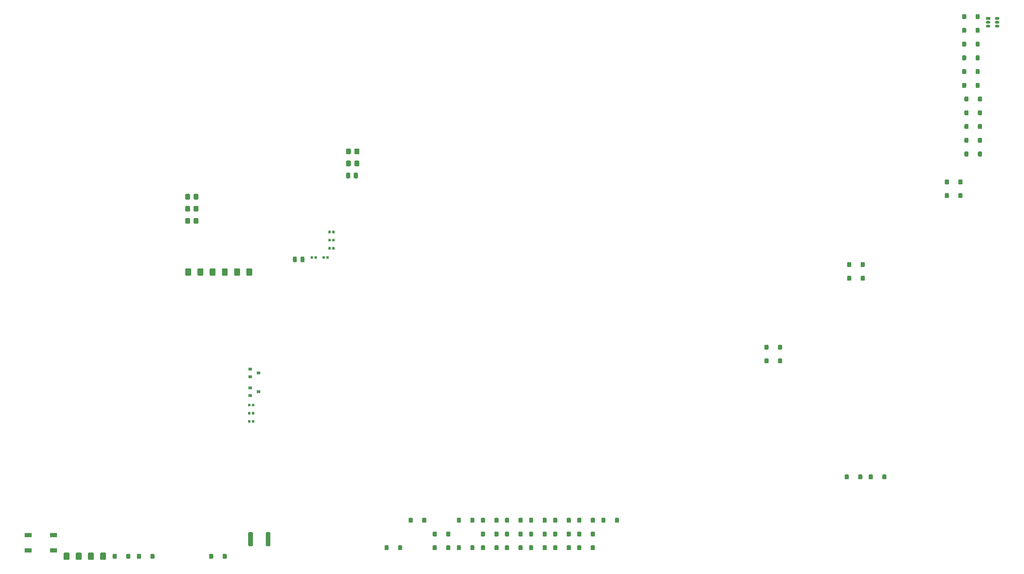
<source format=gbr>
G04 #@! TF.GenerationSoftware,KiCad,Pcbnew,5.1.4*
G04 #@! TF.CreationDate,2019-09-09T01:33:39-03:00*
G04 #@! TF.ProjectId,hammerhead,68616d6d-6572-4686-9561-642e6b696361,rev?*
G04 #@! TF.SameCoordinates,Original*
G04 #@! TF.FileFunction,Paste,Top*
G04 #@! TF.FilePolarity,Positive*
%FSLAX46Y46*%
G04 Gerber Fmt 4.6, Leading zero omitted, Abs format (unit mm)*
G04 Created by KiCad (PCBNEW 5.1.4) date 2019-09-09 01:33:39*
%MOMM*%
%LPD*%
G04 APERTURE LIST*
%ADD10C,0.254000*%
%ADD11C,1.000000*%
%ADD12R,0.900000X0.800000*%
%ADD13C,0.650000*%
%ADD14R,1.060000X0.650000*%
%ADD15R,1.800000X1.100000*%
%ADD16C,1.425000*%
%ADD17C,1.125000*%
%ADD18C,1.150000*%
%ADD19C,0.975000*%
%ADD20C,0.590000*%
G04 APERTURE END LIST*
D10*
G36*
X20891379Y-5354329D02*
G01*
X20915648Y-5357929D01*
X20939446Y-5363890D01*
X20962546Y-5372155D01*
X20984724Y-5382645D01*
X21005768Y-5395258D01*
X21025473Y-5409872D01*
X21043652Y-5426348D01*
X21060128Y-5444527D01*
X21074742Y-5464232D01*
X21087355Y-5485276D01*
X21097845Y-5507454D01*
X21106110Y-5530554D01*
X21112071Y-5554352D01*
X21115671Y-5578621D01*
X21116875Y-5603125D01*
X21116875Y-6303125D01*
X21115671Y-6327629D01*
X21112071Y-6351898D01*
X21106110Y-6375696D01*
X21097845Y-6398796D01*
X21087355Y-6420974D01*
X21074742Y-6442018D01*
X21060128Y-6461723D01*
X21043652Y-6479902D01*
X21025473Y-6496378D01*
X21005768Y-6510992D01*
X20984724Y-6523605D01*
X20962546Y-6534095D01*
X20939446Y-6542360D01*
X20915648Y-6548321D01*
X20891379Y-6551921D01*
X20866875Y-6553125D01*
X20366875Y-6553125D01*
X20342371Y-6551921D01*
X20318102Y-6548321D01*
X20294304Y-6542360D01*
X20271204Y-6534095D01*
X20249026Y-6523605D01*
X20227982Y-6510992D01*
X20208277Y-6496378D01*
X20190098Y-6479902D01*
X20173622Y-6461723D01*
X20159008Y-6442018D01*
X20146395Y-6420974D01*
X20135905Y-6398796D01*
X20127640Y-6375696D01*
X20121679Y-6351898D01*
X20118079Y-6327629D01*
X20116875Y-6303125D01*
X20116875Y-5603125D01*
X20118079Y-5578621D01*
X20121679Y-5554352D01*
X20127640Y-5530554D01*
X20135905Y-5507454D01*
X20146395Y-5485276D01*
X20159008Y-5464232D01*
X20173622Y-5444527D01*
X20190098Y-5426348D01*
X20208277Y-5409872D01*
X20227982Y-5395258D01*
X20249026Y-5382645D01*
X20271204Y-5372155D01*
X20294304Y-5363890D01*
X20318102Y-5357929D01*
X20342371Y-5354329D01*
X20366875Y-5353125D01*
X20866875Y-5353125D01*
X20891379Y-5354329D01*
X20891379Y-5354329D01*
G37*
D11*
X20616875Y-5953125D03*
D10*
G36*
X17591379Y-5354329D02*
G01*
X17615648Y-5357929D01*
X17639446Y-5363890D01*
X17662546Y-5372155D01*
X17684724Y-5382645D01*
X17705768Y-5395258D01*
X17725473Y-5409872D01*
X17743652Y-5426348D01*
X17760128Y-5444527D01*
X17774742Y-5464232D01*
X17787355Y-5485276D01*
X17797845Y-5507454D01*
X17806110Y-5530554D01*
X17812071Y-5554352D01*
X17815671Y-5578621D01*
X17816875Y-5603125D01*
X17816875Y-6303125D01*
X17815671Y-6327629D01*
X17812071Y-6351898D01*
X17806110Y-6375696D01*
X17797845Y-6398796D01*
X17787355Y-6420974D01*
X17774742Y-6442018D01*
X17760128Y-6461723D01*
X17743652Y-6479902D01*
X17725473Y-6496378D01*
X17705768Y-6510992D01*
X17684724Y-6523605D01*
X17662546Y-6534095D01*
X17639446Y-6542360D01*
X17615648Y-6548321D01*
X17591379Y-6551921D01*
X17566875Y-6553125D01*
X17066875Y-6553125D01*
X17042371Y-6551921D01*
X17018102Y-6548321D01*
X16994304Y-6542360D01*
X16971204Y-6534095D01*
X16949026Y-6523605D01*
X16927982Y-6510992D01*
X16908277Y-6496378D01*
X16890098Y-6479902D01*
X16873622Y-6461723D01*
X16859008Y-6442018D01*
X16846395Y-6420974D01*
X16835905Y-6398796D01*
X16827640Y-6375696D01*
X16821679Y-6351898D01*
X16818079Y-6327629D01*
X16816875Y-6303125D01*
X16816875Y-5603125D01*
X16818079Y-5578621D01*
X16821679Y-5554352D01*
X16827640Y-5530554D01*
X16835905Y-5507454D01*
X16846395Y-5485276D01*
X16859008Y-5464232D01*
X16873622Y-5444527D01*
X16890098Y-5426348D01*
X16908277Y-5409872D01*
X16927982Y-5395258D01*
X16949026Y-5382645D01*
X16971204Y-5372155D01*
X16994304Y-5363890D01*
X17018102Y-5357929D01*
X17042371Y-5354329D01*
X17066875Y-5353125D01*
X17566875Y-5353125D01*
X17591379Y-5354329D01*
X17591379Y-5354329D01*
G37*
D11*
X17316875Y-5953125D03*
D10*
G36*
X15021379Y-5354329D02*
G01*
X15045648Y-5357929D01*
X15069446Y-5363890D01*
X15092546Y-5372155D01*
X15114724Y-5382645D01*
X15135768Y-5395258D01*
X15155473Y-5409872D01*
X15173652Y-5426348D01*
X15190128Y-5444527D01*
X15204742Y-5464232D01*
X15217355Y-5485276D01*
X15227845Y-5507454D01*
X15236110Y-5530554D01*
X15242071Y-5554352D01*
X15245671Y-5578621D01*
X15246875Y-5603125D01*
X15246875Y-6303125D01*
X15245671Y-6327629D01*
X15242071Y-6351898D01*
X15236110Y-6375696D01*
X15227845Y-6398796D01*
X15217355Y-6420974D01*
X15204742Y-6442018D01*
X15190128Y-6461723D01*
X15173652Y-6479902D01*
X15155473Y-6496378D01*
X15135768Y-6510992D01*
X15114724Y-6523605D01*
X15092546Y-6534095D01*
X15069446Y-6542360D01*
X15045648Y-6548321D01*
X15021379Y-6551921D01*
X14996875Y-6553125D01*
X14496875Y-6553125D01*
X14472371Y-6551921D01*
X14448102Y-6548321D01*
X14424304Y-6542360D01*
X14401204Y-6534095D01*
X14379026Y-6523605D01*
X14357982Y-6510992D01*
X14338277Y-6496378D01*
X14320098Y-6479902D01*
X14303622Y-6461723D01*
X14289008Y-6442018D01*
X14276395Y-6420974D01*
X14265905Y-6398796D01*
X14257640Y-6375696D01*
X14251679Y-6351898D01*
X14248079Y-6327629D01*
X14246875Y-6303125D01*
X14246875Y-5603125D01*
X14248079Y-5578621D01*
X14251679Y-5554352D01*
X14257640Y-5530554D01*
X14265905Y-5507454D01*
X14276395Y-5485276D01*
X14289008Y-5464232D01*
X14303622Y-5444527D01*
X14320098Y-5426348D01*
X14338277Y-5409872D01*
X14357982Y-5395258D01*
X14379026Y-5382645D01*
X14401204Y-5372155D01*
X14424304Y-5363890D01*
X14448102Y-5357929D01*
X14472371Y-5354329D01*
X14496875Y-5353125D01*
X14996875Y-5353125D01*
X15021379Y-5354329D01*
X15021379Y-5354329D01*
G37*
D11*
X14746875Y-5953125D03*
D10*
G36*
X11721379Y-5354329D02*
G01*
X11745648Y-5357929D01*
X11769446Y-5363890D01*
X11792546Y-5372155D01*
X11814724Y-5382645D01*
X11835768Y-5395258D01*
X11855473Y-5409872D01*
X11873652Y-5426348D01*
X11890128Y-5444527D01*
X11904742Y-5464232D01*
X11917355Y-5485276D01*
X11927845Y-5507454D01*
X11936110Y-5530554D01*
X11942071Y-5554352D01*
X11945671Y-5578621D01*
X11946875Y-5603125D01*
X11946875Y-6303125D01*
X11945671Y-6327629D01*
X11942071Y-6351898D01*
X11936110Y-6375696D01*
X11927845Y-6398796D01*
X11917355Y-6420974D01*
X11904742Y-6442018D01*
X11890128Y-6461723D01*
X11873652Y-6479902D01*
X11855473Y-6496378D01*
X11835768Y-6510992D01*
X11814724Y-6523605D01*
X11792546Y-6534095D01*
X11769446Y-6542360D01*
X11745648Y-6548321D01*
X11721379Y-6551921D01*
X11696875Y-6553125D01*
X11196875Y-6553125D01*
X11172371Y-6551921D01*
X11148102Y-6548321D01*
X11124304Y-6542360D01*
X11101204Y-6534095D01*
X11079026Y-6523605D01*
X11057982Y-6510992D01*
X11038277Y-6496378D01*
X11020098Y-6479902D01*
X11003622Y-6461723D01*
X10989008Y-6442018D01*
X10976395Y-6420974D01*
X10965905Y-6398796D01*
X10957640Y-6375696D01*
X10951679Y-6351898D01*
X10948079Y-6327629D01*
X10946875Y-6303125D01*
X10946875Y-5603125D01*
X10948079Y-5578621D01*
X10951679Y-5554352D01*
X10957640Y-5530554D01*
X10965905Y-5507454D01*
X10976395Y-5485276D01*
X10989008Y-5464232D01*
X11003622Y-5444527D01*
X11020098Y-5426348D01*
X11038277Y-5409872D01*
X11057982Y-5395258D01*
X11079026Y-5382645D01*
X11101204Y-5372155D01*
X11124304Y-5363890D01*
X11148102Y-5357929D01*
X11172371Y-5354329D01*
X11196875Y-5353125D01*
X11696875Y-5353125D01*
X11721379Y-5354329D01*
X11721379Y-5354329D01*
G37*
D11*
X11446875Y-5953125D03*
D12*
X-131881625Y19372375D03*
X-133881625Y18422375D03*
X-133881625Y20322375D03*
D10*
G36*
X48345231Y105220811D02*
G01*
X48376779Y105216131D01*
X48407718Y105208382D01*
X48437747Y105197637D01*
X48466579Y105184000D01*
X48493935Y105167604D01*
X48519553Y105148604D01*
X48543185Y105127186D01*
X48564603Y105103554D01*
X48583603Y105077936D01*
X48599999Y105050580D01*
X48613636Y105021748D01*
X48624381Y104991719D01*
X48632130Y104960780D01*
X48636810Y104929232D01*
X48638375Y104897376D01*
X48638375Y104897374D01*
X48636810Y104865518D01*
X48632130Y104833970D01*
X48624381Y104803031D01*
X48613636Y104773002D01*
X48599999Y104744170D01*
X48583603Y104716814D01*
X48564603Y104691196D01*
X48543185Y104667564D01*
X48519553Y104646146D01*
X48493935Y104627146D01*
X48466579Y104610750D01*
X48437747Y104597113D01*
X48407718Y104586368D01*
X48376779Y104578619D01*
X48345231Y104573939D01*
X48313375Y104572374D01*
X47903375Y104572374D01*
X47871519Y104573939D01*
X47839971Y104578619D01*
X47809032Y104586368D01*
X47779003Y104597113D01*
X47750171Y104610750D01*
X47722815Y104627146D01*
X47697197Y104646146D01*
X47673565Y104667564D01*
X47652147Y104691196D01*
X47633147Y104716814D01*
X47616751Y104744170D01*
X47603114Y104773002D01*
X47592369Y104803031D01*
X47584620Y104833970D01*
X47579940Y104865518D01*
X47578375Y104897374D01*
X47578375Y104897376D01*
X47579940Y104929232D01*
X47584620Y104960780D01*
X47592369Y104991719D01*
X47603114Y105021748D01*
X47616751Y105050580D01*
X47633147Y105077936D01*
X47652147Y105103554D01*
X47673565Y105127186D01*
X47697197Y105148604D01*
X47722815Y105167604D01*
X47750171Y105184000D01*
X47779003Y105197637D01*
X47809032Y105208382D01*
X47839971Y105216131D01*
X47871519Y105220811D01*
X47903375Y105222376D01*
X48313375Y105222376D01*
X48345231Y105220811D01*
X48345231Y105220811D01*
G37*
D13*
X48108375Y104897375D03*
D10*
G36*
X48345231Y106170811D02*
G01*
X48376779Y106166131D01*
X48407718Y106158382D01*
X48437747Y106147637D01*
X48466579Y106134000D01*
X48493935Y106117604D01*
X48519553Y106098604D01*
X48543185Y106077186D01*
X48564603Y106053554D01*
X48583603Y106027936D01*
X48599999Y106000580D01*
X48613636Y105971748D01*
X48624381Y105941719D01*
X48632130Y105910780D01*
X48636810Y105879232D01*
X48638375Y105847376D01*
X48638375Y105847374D01*
X48636810Y105815518D01*
X48632130Y105783970D01*
X48624381Y105753031D01*
X48613636Y105723002D01*
X48599999Y105694170D01*
X48583603Y105666814D01*
X48564603Y105641196D01*
X48543185Y105617564D01*
X48519553Y105596146D01*
X48493935Y105577146D01*
X48466579Y105560750D01*
X48437747Y105547113D01*
X48407718Y105536368D01*
X48376779Y105528619D01*
X48345231Y105523939D01*
X48313375Y105522374D01*
X47903375Y105522374D01*
X47871519Y105523939D01*
X47839971Y105528619D01*
X47809032Y105536368D01*
X47779003Y105547113D01*
X47750171Y105560750D01*
X47722815Y105577146D01*
X47697197Y105596146D01*
X47673565Y105617564D01*
X47652147Y105641196D01*
X47633147Y105666814D01*
X47616751Y105694170D01*
X47603114Y105723002D01*
X47592369Y105753031D01*
X47584620Y105783970D01*
X47579940Y105815518D01*
X47578375Y105847374D01*
X47578375Y105847376D01*
X47579940Y105879232D01*
X47584620Y105910780D01*
X47592369Y105941719D01*
X47603114Y105971748D01*
X47616751Y106000580D01*
X47633147Y106027936D01*
X47652147Y106053554D01*
X47673565Y106077186D01*
X47697197Y106098604D01*
X47722815Y106117604D01*
X47750171Y106134000D01*
X47779003Y106147637D01*
X47809032Y106158382D01*
X47839971Y106166131D01*
X47871519Y106170811D01*
X47903375Y106172376D01*
X48313375Y106172376D01*
X48345231Y106170811D01*
X48345231Y106170811D01*
G37*
D13*
X48108375Y105847375D03*
D10*
G36*
X48345231Y104270811D02*
G01*
X48376779Y104266131D01*
X48407718Y104258382D01*
X48437747Y104247637D01*
X48466579Y104234000D01*
X48493935Y104217604D01*
X48519553Y104198604D01*
X48543185Y104177186D01*
X48564603Y104153554D01*
X48583603Y104127936D01*
X48599999Y104100580D01*
X48613636Y104071748D01*
X48624381Y104041719D01*
X48632130Y104010780D01*
X48636810Y103979232D01*
X48638375Y103947376D01*
X48638375Y103947374D01*
X48636810Y103915518D01*
X48632130Y103883970D01*
X48624381Y103853031D01*
X48613636Y103823002D01*
X48599999Y103794170D01*
X48583603Y103766814D01*
X48564603Y103741196D01*
X48543185Y103717564D01*
X48519553Y103696146D01*
X48493935Y103677146D01*
X48466579Y103660750D01*
X48437747Y103647113D01*
X48407718Y103636368D01*
X48376779Y103628619D01*
X48345231Y103623939D01*
X48313375Y103622374D01*
X47903375Y103622374D01*
X47871519Y103623939D01*
X47839971Y103628619D01*
X47809032Y103636368D01*
X47779003Y103647113D01*
X47750171Y103660750D01*
X47722815Y103677146D01*
X47697197Y103696146D01*
X47673565Y103717564D01*
X47652147Y103741196D01*
X47633147Y103766814D01*
X47616751Y103794170D01*
X47603114Y103823002D01*
X47592369Y103853031D01*
X47584620Y103883970D01*
X47579940Y103915518D01*
X47578375Y103947374D01*
X47578375Y103947376D01*
X47579940Y103979232D01*
X47584620Y104010780D01*
X47592369Y104041719D01*
X47603114Y104071748D01*
X47616751Y104100580D01*
X47633147Y104127936D01*
X47652147Y104153554D01*
X47673565Y104177186D01*
X47697197Y104198604D01*
X47722815Y104217604D01*
X47750171Y104234000D01*
X47779003Y104247637D01*
X47809032Y104258382D01*
X47839971Y104266131D01*
X47871519Y104270811D01*
X47903375Y104272376D01*
X48313375Y104272376D01*
X48345231Y104270811D01*
X48345231Y104270811D01*
G37*
D13*
X48108375Y103947375D03*
D10*
G36*
X46145231Y104270811D02*
G01*
X46176779Y104266131D01*
X46207718Y104258382D01*
X46237747Y104247637D01*
X46266579Y104234000D01*
X46293935Y104217604D01*
X46319553Y104198604D01*
X46343185Y104177186D01*
X46364603Y104153554D01*
X46383603Y104127936D01*
X46399999Y104100580D01*
X46413636Y104071748D01*
X46424381Y104041719D01*
X46432130Y104010780D01*
X46436810Y103979232D01*
X46438375Y103947376D01*
X46438375Y103947374D01*
X46436810Y103915518D01*
X46432130Y103883970D01*
X46424381Y103853031D01*
X46413636Y103823002D01*
X46399999Y103794170D01*
X46383603Y103766814D01*
X46364603Y103741196D01*
X46343185Y103717564D01*
X46319553Y103696146D01*
X46293935Y103677146D01*
X46266579Y103660750D01*
X46237747Y103647113D01*
X46207718Y103636368D01*
X46176779Y103628619D01*
X46145231Y103623939D01*
X46113375Y103622374D01*
X45703375Y103622374D01*
X45671519Y103623939D01*
X45639971Y103628619D01*
X45609032Y103636368D01*
X45579003Y103647113D01*
X45550171Y103660750D01*
X45522815Y103677146D01*
X45497197Y103696146D01*
X45473565Y103717564D01*
X45452147Y103741196D01*
X45433147Y103766814D01*
X45416751Y103794170D01*
X45403114Y103823002D01*
X45392369Y103853031D01*
X45384620Y103883970D01*
X45379940Y103915518D01*
X45378375Y103947374D01*
X45378375Y103947376D01*
X45379940Y103979232D01*
X45384620Y104010780D01*
X45392369Y104041719D01*
X45403114Y104071748D01*
X45416751Y104100580D01*
X45433147Y104127936D01*
X45452147Y104153554D01*
X45473565Y104177186D01*
X45497197Y104198604D01*
X45522815Y104217604D01*
X45550171Y104234000D01*
X45579003Y104247637D01*
X45609032Y104258382D01*
X45639971Y104266131D01*
X45671519Y104270811D01*
X45703375Y104272376D01*
X46113375Y104272376D01*
X46145231Y104270811D01*
X46145231Y104270811D01*
G37*
D13*
X45908375Y103947375D03*
D10*
G36*
X46145231Y105220811D02*
G01*
X46176779Y105216131D01*
X46207718Y105208382D01*
X46237747Y105197637D01*
X46266579Y105184000D01*
X46293935Y105167604D01*
X46319553Y105148604D01*
X46343185Y105127186D01*
X46364603Y105103554D01*
X46383603Y105077936D01*
X46399999Y105050580D01*
X46413636Y105021748D01*
X46424381Y104991719D01*
X46432130Y104960780D01*
X46436810Y104929232D01*
X46438375Y104897376D01*
X46438375Y104897374D01*
X46436810Y104865518D01*
X46432130Y104833970D01*
X46424381Y104803031D01*
X46413636Y104773002D01*
X46399999Y104744170D01*
X46383603Y104716814D01*
X46364603Y104691196D01*
X46343185Y104667564D01*
X46319553Y104646146D01*
X46293935Y104627146D01*
X46266579Y104610750D01*
X46237747Y104597113D01*
X46207718Y104586368D01*
X46176779Y104578619D01*
X46145231Y104573939D01*
X46113375Y104572374D01*
X45703375Y104572374D01*
X45671519Y104573939D01*
X45639971Y104578619D01*
X45609032Y104586368D01*
X45579003Y104597113D01*
X45550171Y104610750D01*
X45522815Y104627146D01*
X45497197Y104646146D01*
X45473565Y104667564D01*
X45452147Y104691196D01*
X45433147Y104716814D01*
X45416751Y104744170D01*
X45403114Y104773002D01*
X45392369Y104803031D01*
X45384620Y104833970D01*
X45379940Y104865518D01*
X45378375Y104897374D01*
X45378375Y104897376D01*
X45379940Y104929232D01*
X45384620Y104960780D01*
X45392369Y104991719D01*
X45403114Y105021748D01*
X45416751Y105050580D01*
X45433147Y105077936D01*
X45452147Y105103554D01*
X45473565Y105127186D01*
X45497197Y105148604D01*
X45522815Y105167604D01*
X45550171Y105184000D01*
X45579003Y105197637D01*
X45609032Y105208382D01*
X45639971Y105216131D01*
X45671519Y105220811D01*
X45703375Y105222376D01*
X46113375Y105222376D01*
X46145231Y105220811D01*
X46145231Y105220811D01*
G37*
D13*
X45908375Y104897375D03*
D14*
X45908375Y105847375D03*
D15*
X-181811625Y-23877625D03*
X-188011625Y-23877625D03*
X-181811625Y-20177625D03*
X-188011625Y-20177625D03*
D10*
G36*
X-145537121Y44876171D02*
G01*
X-145512852Y44872571D01*
X-145489054Y44866610D01*
X-145465954Y44858345D01*
X-145443776Y44847855D01*
X-145422732Y44835242D01*
X-145403027Y44820628D01*
X-145384848Y44804152D01*
X-145368372Y44785973D01*
X-145353758Y44766268D01*
X-145341145Y44745224D01*
X-145330655Y44723046D01*
X-145322390Y44699946D01*
X-145316429Y44676148D01*
X-145312829Y44651879D01*
X-145311625Y44627375D01*
X-145311625Y43377375D01*
X-145312829Y43352871D01*
X-145316429Y43328602D01*
X-145322390Y43304804D01*
X-145330655Y43281704D01*
X-145341145Y43259526D01*
X-145353758Y43238482D01*
X-145368372Y43218777D01*
X-145384848Y43200598D01*
X-145403027Y43184122D01*
X-145422732Y43169508D01*
X-145443776Y43156895D01*
X-145465954Y43146405D01*
X-145489054Y43138140D01*
X-145512852Y43132179D01*
X-145537121Y43128579D01*
X-145561625Y43127375D01*
X-146486625Y43127375D01*
X-146511129Y43128579D01*
X-146535398Y43132179D01*
X-146559196Y43138140D01*
X-146582296Y43146405D01*
X-146604474Y43156895D01*
X-146625518Y43169508D01*
X-146645223Y43184122D01*
X-146663402Y43200598D01*
X-146679878Y43218777D01*
X-146694492Y43238482D01*
X-146707105Y43259526D01*
X-146717595Y43281704D01*
X-146725860Y43304804D01*
X-146731821Y43328602D01*
X-146735421Y43352871D01*
X-146736625Y43377375D01*
X-146736625Y44627375D01*
X-146735421Y44651879D01*
X-146731821Y44676148D01*
X-146725860Y44699946D01*
X-146717595Y44723046D01*
X-146707105Y44745224D01*
X-146694492Y44766268D01*
X-146679878Y44785973D01*
X-146663402Y44804152D01*
X-146645223Y44820628D01*
X-146625518Y44835242D01*
X-146604474Y44847855D01*
X-146582296Y44858345D01*
X-146559196Y44866610D01*
X-146535398Y44872571D01*
X-146511129Y44876171D01*
X-146486625Y44877375D01*
X-145561625Y44877375D01*
X-145537121Y44876171D01*
X-145537121Y44876171D01*
G37*
D16*
X-146024125Y44002375D03*
D10*
G36*
X-148512121Y44876171D02*
G01*
X-148487852Y44872571D01*
X-148464054Y44866610D01*
X-148440954Y44858345D01*
X-148418776Y44847855D01*
X-148397732Y44835242D01*
X-148378027Y44820628D01*
X-148359848Y44804152D01*
X-148343372Y44785973D01*
X-148328758Y44766268D01*
X-148316145Y44745224D01*
X-148305655Y44723046D01*
X-148297390Y44699946D01*
X-148291429Y44676148D01*
X-148287829Y44651879D01*
X-148286625Y44627375D01*
X-148286625Y43377375D01*
X-148287829Y43352871D01*
X-148291429Y43328602D01*
X-148297390Y43304804D01*
X-148305655Y43281704D01*
X-148316145Y43259526D01*
X-148328758Y43238482D01*
X-148343372Y43218777D01*
X-148359848Y43200598D01*
X-148378027Y43184122D01*
X-148397732Y43169508D01*
X-148418776Y43156895D01*
X-148440954Y43146405D01*
X-148464054Y43138140D01*
X-148487852Y43132179D01*
X-148512121Y43128579D01*
X-148536625Y43127375D01*
X-149461625Y43127375D01*
X-149486129Y43128579D01*
X-149510398Y43132179D01*
X-149534196Y43138140D01*
X-149557296Y43146405D01*
X-149579474Y43156895D01*
X-149600518Y43169508D01*
X-149620223Y43184122D01*
X-149638402Y43200598D01*
X-149654878Y43218777D01*
X-149669492Y43238482D01*
X-149682105Y43259526D01*
X-149692595Y43281704D01*
X-149700860Y43304804D01*
X-149706821Y43328602D01*
X-149710421Y43352871D01*
X-149711625Y43377375D01*
X-149711625Y44627375D01*
X-149710421Y44651879D01*
X-149706821Y44676148D01*
X-149700860Y44699946D01*
X-149692595Y44723046D01*
X-149682105Y44745224D01*
X-149669492Y44766268D01*
X-149654878Y44785973D01*
X-149638402Y44804152D01*
X-149620223Y44820628D01*
X-149600518Y44835242D01*
X-149579474Y44847855D01*
X-149557296Y44858345D01*
X-149534196Y44866610D01*
X-149510398Y44872571D01*
X-149486129Y44876171D01*
X-149461625Y44877375D01*
X-148536625Y44877375D01*
X-148512121Y44876171D01*
X-148512121Y44876171D01*
G37*
D16*
X-148999125Y44002375D03*
D10*
G36*
X-175187121Y-24423829D02*
G01*
X-175162852Y-24427429D01*
X-175139054Y-24433390D01*
X-175115954Y-24441655D01*
X-175093776Y-24452145D01*
X-175072732Y-24464758D01*
X-175053027Y-24479372D01*
X-175034848Y-24495848D01*
X-175018372Y-24514027D01*
X-175003758Y-24533732D01*
X-174991145Y-24554776D01*
X-174980655Y-24576954D01*
X-174972390Y-24600054D01*
X-174966429Y-24623852D01*
X-174962829Y-24648121D01*
X-174961625Y-24672625D01*
X-174961625Y-25922625D01*
X-174962829Y-25947129D01*
X-174966429Y-25971398D01*
X-174972390Y-25995196D01*
X-174980655Y-26018296D01*
X-174991145Y-26040474D01*
X-175003758Y-26061518D01*
X-175018372Y-26081223D01*
X-175034848Y-26099402D01*
X-175053027Y-26115878D01*
X-175072732Y-26130492D01*
X-175093776Y-26143105D01*
X-175115954Y-26153595D01*
X-175139054Y-26161860D01*
X-175162852Y-26167821D01*
X-175187121Y-26171421D01*
X-175211625Y-26172625D01*
X-176136625Y-26172625D01*
X-176161129Y-26171421D01*
X-176185398Y-26167821D01*
X-176209196Y-26161860D01*
X-176232296Y-26153595D01*
X-176254474Y-26143105D01*
X-176275518Y-26130492D01*
X-176295223Y-26115878D01*
X-176313402Y-26099402D01*
X-176329878Y-26081223D01*
X-176344492Y-26061518D01*
X-176357105Y-26040474D01*
X-176367595Y-26018296D01*
X-176375860Y-25995196D01*
X-176381821Y-25971398D01*
X-176385421Y-25947129D01*
X-176386625Y-25922625D01*
X-176386625Y-24672625D01*
X-176385421Y-24648121D01*
X-176381821Y-24623852D01*
X-176375860Y-24600054D01*
X-176367595Y-24576954D01*
X-176357105Y-24554776D01*
X-176344492Y-24533732D01*
X-176329878Y-24514027D01*
X-176313402Y-24495848D01*
X-176295223Y-24479372D01*
X-176275518Y-24464758D01*
X-176254474Y-24452145D01*
X-176232296Y-24441655D01*
X-176209196Y-24433390D01*
X-176185398Y-24427429D01*
X-176161129Y-24423829D01*
X-176136625Y-24422625D01*
X-175211625Y-24422625D01*
X-175187121Y-24423829D01*
X-175187121Y-24423829D01*
G37*
D16*
X-175674125Y-25297625D03*
D10*
G36*
X-178162121Y-24423829D02*
G01*
X-178137852Y-24427429D01*
X-178114054Y-24433390D01*
X-178090954Y-24441655D01*
X-178068776Y-24452145D01*
X-178047732Y-24464758D01*
X-178028027Y-24479372D01*
X-178009848Y-24495848D01*
X-177993372Y-24514027D01*
X-177978758Y-24533732D01*
X-177966145Y-24554776D01*
X-177955655Y-24576954D01*
X-177947390Y-24600054D01*
X-177941429Y-24623852D01*
X-177937829Y-24648121D01*
X-177936625Y-24672625D01*
X-177936625Y-25922625D01*
X-177937829Y-25947129D01*
X-177941429Y-25971398D01*
X-177947390Y-25995196D01*
X-177955655Y-26018296D01*
X-177966145Y-26040474D01*
X-177978758Y-26061518D01*
X-177993372Y-26081223D01*
X-178009848Y-26099402D01*
X-178028027Y-26115878D01*
X-178047732Y-26130492D01*
X-178068776Y-26143105D01*
X-178090954Y-26153595D01*
X-178114054Y-26161860D01*
X-178137852Y-26167821D01*
X-178162121Y-26171421D01*
X-178186625Y-26172625D01*
X-179111625Y-26172625D01*
X-179136129Y-26171421D01*
X-179160398Y-26167821D01*
X-179184196Y-26161860D01*
X-179207296Y-26153595D01*
X-179229474Y-26143105D01*
X-179250518Y-26130492D01*
X-179270223Y-26115878D01*
X-179288402Y-26099402D01*
X-179304878Y-26081223D01*
X-179319492Y-26061518D01*
X-179332105Y-26040474D01*
X-179342595Y-26018296D01*
X-179350860Y-25995196D01*
X-179356821Y-25971398D01*
X-179360421Y-25947129D01*
X-179361625Y-25922625D01*
X-179361625Y-24672625D01*
X-179360421Y-24648121D01*
X-179356821Y-24623852D01*
X-179350860Y-24600054D01*
X-179342595Y-24576954D01*
X-179332105Y-24554776D01*
X-179319492Y-24533732D01*
X-179304878Y-24514027D01*
X-179288402Y-24495848D01*
X-179270223Y-24479372D01*
X-179250518Y-24464758D01*
X-179229474Y-24452145D01*
X-179207296Y-24441655D01*
X-179184196Y-24433390D01*
X-179160398Y-24427429D01*
X-179136129Y-24423829D01*
X-179111625Y-24422625D01*
X-178186625Y-24422625D01*
X-178162121Y-24423829D01*
X-178162121Y-24423829D01*
G37*
D16*
X-178649125Y-25297625D03*
D10*
G36*
X-169237121Y-24423829D02*
G01*
X-169212852Y-24427429D01*
X-169189054Y-24433390D01*
X-169165954Y-24441655D01*
X-169143776Y-24452145D01*
X-169122732Y-24464758D01*
X-169103027Y-24479372D01*
X-169084848Y-24495848D01*
X-169068372Y-24514027D01*
X-169053758Y-24533732D01*
X-169041145Y-24554776D01*
X-169030655Y-24576954D01*
X-169022390Y-24600054D01*
X-169016429Y-24623852D01*
X-169012829Y-24648121D01*
X-169011625Y-24672625D01*
X-169011625Y-25922625D01*
X-169012829Y-25947129D01*
X-169016429Y-25971398D01*
X-169022390Y-25995196D01*
X-169030655Y-26018296D01*
X-169041145Y-26040474D01*
X-169053758Y-26061518D01*
X-169068372Y-26081223D01*
X-169084848Y-26099402D01*
X-169103027Y-26115878D01*
X-169122732Y-26130492D01*
X-169143776Y-26143105D01*
X-169165954Y-26153595D01*
X-169189054Y-26161860D01*
X-169212852Y-26167821D01*
X-169237121Y-26171421D01*
X-169261625Y-26172625D01*
X-170186625Y-26172625D01*
X-170211129Y-26171421D01*
X-170235398Y-26167821D01*
X-170259196Y-26161860D01*
X-170282296Y-26153595D01*
X-170304474Y-26143105D01*
X-170325518Y-26130492D01*
X-170345223Y-26115878D01*
X-170363402Y-26099402D01*
X-170379878Y-26081223D01*
X-170394492Y-26061518D01*
X-170407105Y-26040474D01*
X-170417595Y-26018296D01*
X-170425860Y-25995196D01*
X-170431821Y-25971398D01*
X-170435421Y-25947129D01*
X-170436625Y-25922625D01*
X-170436625Y-24672625D01*
X-170435421Y-24648121D01*
X-170431821Y-24623852D01*
X-170425860Y-24600054D01*
X-170417595Y-24576954D01*
X-170407105Y-24554776D01*
X-170394492Y-24533732D01*
X-170379878Y-24514027D01*
X-170363402Y-24495848D01*
X-170345223Y-24479372D01*
X-170325518Y-24464758D01*
X-170304474Y-24452145D01*
X-170282296Y-24441655D01*
X-170259196Y-24433390D01*
X-170235398Y-24427429D01*
X-170211129Y-24423829D01*
X-170186625Y-24422625D01*
X-169261625Y-24422625D01*
X-169237121Y-24423829D01*
X-169237121Y-24423829D01*
G37*
D16*
X-169724125Y-25297625D03*
D10*
G36*
X-172212121Y-24423829D02*
G01*
X-172187852Y-24427429D01*
X-172164054Y-24433390D01*
X-172140954Y-24441655D01*
X-172118776Y-24452145D01*
X-172097732Y-24464758D01*
X-172078027Y-24479372D01*
X-172059848Y-24495848D01*
X-172043372Y-24514027D01*
X-172028758Y-24533732D01*
X-172016145Y-24554776D01*
X-172005655Y-24576954D01*
X-171997390Y-24600054D01*
X-171991429Y-24623852D01*
X-171987829Y-24648121D01*
X-171986625Y-24672625D01*
X-171986625Y-25922625D01*
X-171987829Y-25947129D01*
X-171991429Y-25971398D01*
X-171997390Y-25995196D01*
X-172005655Y-26018296D01*
X-172016145Y-26040474D01*
X-172028758Y-26061518D01*
X-172043372Y-26081223D01*
X-172059848Y-26099402D01*
X-172078027Y-26115878D01*
X-172097732Y-26130492D01*
X-172118776Y-26143105D01*
X-172140954Y-26153595D01*
X-172164054Y-26161860D01*
X-172187852Y-26167821D01*
X-172212121Y-26171421D01*
X-172236625Y-26172625D01*
X-173161625Y-26172625D01*
X-173186129Y-26171421D01*
X-173210398Y-26167821D01*
X-173234196Y-26161860D01*
X-173257296Y-26153595D01*
X-173279474Y-26143105D01*
X-173300518Y-26130492D01*
X-173320223Y-26115878D01*
X-173338402Y-26099402D01*
X-173354878Y-26081223D01*
X-173369492Y-26061518D01*
X-173382105Y-26040474D01*
X-173392595Y-26018296D01*
X-173400860Y-25995196D01*
X-173406821Y-25971398D01*
X-173410421Y-25947129D01*
X-173411625Y-25922625D01*
X-173411625Y-24672625D01*
X-173410421Y-24648121D01*
X-173406821Y-24623852D01*
X-173400860Y-24600054D01*
X-173392595Y-24576954D01*
X-173382105Y-24554776D01*
X-173369492Y-24533732D01*
X-173354878Y-24514027D01*
X-173338402Y-24495848D01*
X-173320223Y-24479372D01*
X-173300518Y-24464758D01*
X-173279474Y-24452145D01*
X-173257296Y-24441655D01*
X-173234196Y-24433390D01*
X-173210398Y-24427429D01*
X-173186129Y-24423829D01*
X-173161625Y-24422625D01*
X-172236625Y-24422625D01*
X-172212121Y-24423829D01*
X-172212121Y-24423829D01*
G37*
D16*
X-172699125Y-25297625D03*
D10*
G36*
X-133637121Y44876171D02*
G01*
X-133612852Y44872571D01*
X-133589054Y44866610D01*
X-133565954Y44858345D01*
X-133543776Y44847855D01*
X-133522732Y44835242D01*
X-133503027Y44820628D01*
X-133484848Y44804152D01*
X-133468372Y44785973D01*
X-133453758Y44766268D01*
X-133441145Y44745224D01*
X-133430655Y44723046D01*
X-133422390Y44699946D01*
X-133416429Y44676148D01*
X-133412829Y44651879D01*
X-133411625Y44627375D01*
X-133411625Y43377375D01*
X-133412829Y43352871D01*
X-133416429Y43328602D01*
X-133422390Y43304804D01*
X-133430655Y43281704D01*
X-133441145Y43259526D01*
X-133453758Y43238482D01*
X-133468372Y43218777D01*
X-133484848Y43200598D01*
X-133503027Y43184122D01*
X-133522732Y43169508D01*
X-133543776Y43156895D01*
X-133565954Y43146405D01*
X-133589054Y43138140D01*
X-133612852Y43132179D01*
X-133637121Y43128579D01*
X-133661625Y43127375D01*
X-134586625Y43127375D01*
X-134611129Y43128579D01*
X-134635398Y43132179D01*
X-134659196Y43138140D01*
X-134682296Y43146405D01*
X-134704474Y43156895D01*
X-134725518Y43169508D01*
X-134745223Y43184122D01*
X-134763402Y43200598D01*
X-134779878Y43218777D01*
X-134794492Y43238482D01*
X-134807105Y43259526D01*
X-134817595Y43281704D01*
X-134825860Y43304804D01*
X-134831821Y43328602D01*
X-134835421Y43352871D01*
X-134836625Y43377375D01*
X-134836625Y44627375D01*
X-134835421Y44651879D01*
X-134831821Y44676148D01*
X-134825860Y44699946D01*
X-134817595Y44723046D01*
X-134807105Y44745224D01*
X-134794492Y44766268D01*
X-134779878Y44785973D01*
X-134763402Y44804152D01*
X-134745223Y44820628D01*
X-134725518Y44835242D01*
X-134704474Y44847855D01*
X-134682296Y44858345D01*
X-134659196Y44866610D01*
X-134635398Y44872571D01*
X-134611129Y44876171D01*
X-134586625Y44877375D01*
X-133661625Y44877375D01*
X-133637121Y44876171D01*
X-133637121Y44876171D01*
G37*
D16*
X-134124125Y44002375D03*
D10*
G36*
X-136612121Y44876171D02*
G01*
X-136587852Y44872571D01*
X-136564054Y44866610D01*
X-136540954Y44858345D01*
X-136518776Y44847855D01*
X-136497732Y44835242D01*
X-136478027Y44820628D01*
X-136459848Y44804152D01*
X-136443372Y44785973D01*
X-136428758Y44766268D01*
X-136416145Y44745224D01*
X-136405655Y44723046D01*
X-136397390Y44699946D01*
X-136391429Y44676148D01*
X-136387829Y44651879D01*
X-136386625Y44627375D01*
X-136386625Y43377375D01*
X-136387829Y43352871D01*
X-136391429Y43328602D01*
X-136397390Y43304804D01*
X-136405655Y43281704D01*
X-136416145Y43259526D01*
X-136428758Y43238482D01*
X-136443372Y43218777D01*
X-136459848Y43200598D01*
X-136478027Y43184122D01*
X-136497732Y43169508D01*
X-136518776Y43156895D01*
X-136540954Y43146405D01*
X-136564054Y43138140D01*
X-136587852Y43132179D01*
X-136612121Y43128579D01*
X-136636625Y43127375D01*
X-137561625Y43127375D01*
X-137586129Y43128579D01*
X-137610398Y43132179D01*
X-137634196Y43138140D01*
X-137657296Y43146405D01*
X-137679474Y43156895D01*
X-137700518Y43169508D01*
X-137720223Y43184122D01*
X-137738402Y43200598D01*
X-137754878Y43218777D01*
X-137769492Y43238482D01*
X-137782105Y43259526D01*
X-137792595Y43281704D01*
X-137800860Y43304804D01*
X-137806821Y43328602D01*
X-137810421Y43352871D01*
X-137811625Y43377375D01*
X-137811625Y44627375D01*
X-137810421Y44651879D01*
X-137806821Y44676148D01*
X-137800860Y44699946D01*
X-137792595Y44723046D01*
X-137782105Y44745224D01*
X-137769492Y44766268D01*
X-137754878Y44785973D01*
X-137738402Y44804152D01*
X-137720223Y44820628D01*
X-137700518Y44835242D01*
X-137679474Y44847855D01*
X-137657296Y44858345D01*
X-137634196Y44866610D01*
X-137610398Y44872571D01*
X-137586129Y44876171D01*
X-137561625Y44877375D01*
X-136636625Y44877375D01*
X-136612121Y44876171D01*
X-136612121Y44876171D01*
G37*
D16*
X-137099125Y44002375D03*
D10*
G36*
X-139587121Y44876171D02*
G01*
X-139562852Y44872571D01*
X-139539054Y44866610D01*
X-139515954Y44858345D01*
X-139493776Y44847855D01*
X-139472732Y44835242D01*
X-139453027Y44820628D01*
X-139434848Y44804152D01*
X-139418372Y44785973D01*
X-139403758Y44766268D01*
X-139391145Y44745224D01*
X-139380655Y44723046D01*
X-139372390Y44699946D01*
X-139366429Y44676148D01*
X-139362829Y44651879D01*
X-139361625Y44627375D01*
X-139361625Y43377375D01*
X-139362829Y43352871D01*
X-139366429Y43328602D01*
X-139372390Y43304804D01*
X-139380655Y43281704D01*
X-139391145Y43259526D01*
X-139403758Y43238482D01*
X-139418372Y43218777D01*
X-139434848Y43200598D01*
X-139453027Y43184122D01*
X-139472732Y43169508D01*
X-139493776Y43156895D01*
X-139515954Y43146405D01*
X-139539054Y43138140D01*
X-139562852Y43132179D01*
X-139587121Y43128579D01*
X-139611625Y43127375D01*
X-140536625Y43127375D01*
X-140561129Y43128579D01*
X-140585398Y43132179D01*
X-140609196Y43138140D01*
X-140632296Y43146405D01*
X-140654474Y43156895D01*
X-140675518Y43169508D01*
X-140695223Y43184122D01*
X-140713402Y43200598D01*
X-140729878Y43218777D01*
X-140744492Y43238482D01*
X-140757105Y43259526D01*
X-140767595Y43281704D01*
X-140775860Y43304804D01*
X-140781821Y43328602D01*
X-140785421Y43352871D01*
X-140786625Y43377375D01*
X-140786625Y44627375D01*
X-140785421Y44651879D01*
X-140781821Y44676148D01*
X-140775860Y44699946D01*
X-140767595Y44723046D01*
X-140757105Y44745224D01*
X-140744492Y44766268D01*
X-140729878Y44785973D01*
X-140713402Y44804152D01*
X-140695223Y44820628D01*
X-140675518Y44835242D01*
X-140654474Y44847855D01*
X-140632296Y44858345D01*
X-140609196Y44866610D01*
X-140585398Y44872571D01*
X-140561129Y44876171D01*
X-140536625Y44877375D01*
X-139611625Y44877375D01*
X-139587121Y44876171D01*
X-139587121Y44876171D01*
G37*
D16*
X-140074125Y44002375D03*
D10*
G36*
X-142562121Y44876171D02*
G01*
X-142537852Y44872571D01*
X-142514054Y44866610D01*
X-142490954Y44858345D01*
X-142468776Y44847855D01*
X-142447732Y44835242D01*
X-142428027Y44820628D01*
X-142409848Y44804152D01*
X-142393372Y44785973D01*
X-142378758Y44766268D01*
X-142366145Y44745224D01*
X-142355655Y44723046D01*
X-142347390Y44699946D01*
X-142341429Y44676148D01*
X-142337829Y44651879D01*
X-142336625Y44627375D01*
X-142336625Y43377375D01*
X-142337829Y43352871D01*
X-142341429Y43328602D01*
X-142347390Y43304804D01*
X-142355655Y43281704D01*
X-142366145Y43259526D01*
X-142378758Y43238482D01*
X-142393372Y43218777D01*
X-142409848Y43200598D01*
X-142428027Y43184122D01*
X-142447732Y43169508D01*
X-142468776Y43156895D01*
X-142490954Y43146405D01*
X-142514054Y43138140D01*
X-142537852Y43132179D01*
X-142562121Y43128579D01*
X-142586625Y43127375D01*
X-143511625Y43127375D01*
X-143536129Y43128579D01*
X-143560398Y43132179D01*
X-143584196Y43138140D01*
X-143607296Y43146405D01*
X-143629474Y43156895D01*
X-143650518Y43169508D01*
X-143670223Y43184122D01*
X-143688402Y43200598D01*
X-143704878Y43218777D01*
X-143719492Y43238482D01*
X-143732105Y43259526D01*
X-143742595Y43281704D01*
X-143750860Y43304804D01*
X-143756821Y43328602D01*
X-143760421Y43352871D01*
X-143761625Y43377375D01*
X-143761625Y44627375D01*
X-143760421Y44651879D01*
X-143756821Y44676148D01*
X-143750860Y44699946D01*
X-143742595Y44723046D01*
X-143732105Y44745224D01*
X-143719492Y44766268D01*
X-143704878Y44785973D01*
X-143688402Y44804152D01*
X-143670223Y44820628D01*
X-143650518Y44835242D01*
X-143629474Y44847855D01*
X-143607296Y44858345D01*
X-143584196Y44866610D01*
X-143560398Y44872571D01*
X-143536129Y44876171D01*
X-143511625Y44877375D01*
X-142586625Y44877375D01*
X-142562121Y44876171D01*
X-142562121Y44876171D01*
G37*
D16*
X-143049125Y44002375D03*
D12*
X-131881625Y14822375D03*
X-133881625Y13872375D03*
X-133881625Y15772375D03*
D10*
G36*
X-129187120Y-19428829D02*
G01*
X-129162852Y-19432429D01*
X-129139053Y-19438390D01*
X-129115954Y-19446655D01*
X-129093775Y-19457145D01*
X-129072732Y-19469757D01*
X-129053026Y-19484372D01*
X-129034848Y-19500848D01*
X-129018372Y-19519026D01*
X-129003757Y-19538732D01*
X-128991145Y-19559775D01*
X-128980655Y-19581954D01*
X-128972390Y-19605053D01*
X-128966429Y-19628852D01*
X-128962829Y-19653120D01*
X-128961625Y-19677624D01*
X-128961625Y-22577626D01*
X-128962829Y-22602130D01*
X-128966429Y-22626398D01*
X-128972390Y-22650197D01*
X-128980655Y-22673296D01*
X-128991145Y-22695475D01*
X-129003757Y-22716518D01*
X-129018372Y-22736224D01*
X-129034848Y-22754402D01*
X-129053026Y-22770878D01*
X-129072732Y-22785493D01*
X-129093775Y-22798105D01*
X-129115954Y-22808595D01*
X-129139053Y-22816860D01*
X-129162852Y-22822821D01*
X-129187120Y-22826421D01*
X-129211624Y-22827625D01*
X-129836626Y-22827625D01*
X-129861130Y-22826421D01*
X-129885398Y-22822821D01*
X-129909197Y-22816860D01*
X-129932296Y-22808595D01*
X-129954475Y-22798105D01*
X-129975518Y-22785493D01*
X-129995224Y-22770878D01*
X-130013402Y-22754402D01*
X-130029878Y-22736224D01*
X-130044493Y-22716518D01*
X-130057105Y-22695475D01*
X-130067595Y-22673296D01*
X-130075860Y-22650197D01*
X-130081821Y-22626398D01*
X-130085421Y-22602130D01*
X-130086625Y-22577626D01*
X-130086625Y-19677624D01*
X-130085421Y-19653120D01*
X-130081821Y-19628852D01*
X-130075860Y-19605053D01*
X-130067595Y-19581954D01*
X-130057105Y-19559775D01*
X-130044493Y-19538732D01*
X-130029878Y-19519026D01*
X-130013402Y-19500848D01*
X-129995224Y-19484372D01*
X-129975518Y-19469757D01*
X-129954475Y-19457145D01*
X-129932296Y-19446655D01*
X-129909197Y-19438390D01*
X-129885398Y-19432429D01*
X-129861130Y-19428829D01*
X-129836626Y-19427625D01*
X-129211624Y-19427625D01*
X-129187120Y-19428829D01*
X-129187120Y-19428829D01*
G37*
D17*
X-129524125Y-21127625D03*
D10*
G36*
X-133462120Y-19428829D02*
G01*
X-133437852Y-19432429D01*
X-133414053Y-19438390D01*
X-133390954Y-19446655D01*
X-133368775Y-19457145D01*
X-133347732Y-19469757D01*
X-133328026Y-19484372D01*
X-133309848Y-19500848D01*
X-133293372Y-19519026D01*
X-133278757Y-19538732D01*
X-133266145Y-19559775D01*
X-133255655Y-19581954D01*
X-133247390Y-19605053D01*
X-133241429Y-19628852D01*
X-133237829Y-19653120D01*
X-133236625Y-19677624D01*
X-133236625Y-22577626D01*
X-133237829Y-22602130D01*
X-133241429Y-22626398D01*
X-133247390Y-22650197D01*
X-133255655Y-22673296D01*
X-133266145Y-22695475D01*
X-133278757Y-22716518D01*
X-133293372Y-22736224D01*
X-133309848Y-22754402D01*
X-133328026Y-22770878D01*
X-133347732Y-22785493D01*
X-133368775Y-22798105D01*
X-133390954Y-22808595D01*
X-133414053Y-22816860D01*
X-133437852Y-22822821D01*
X-133462120Y-22826421D01*
X-133486624Y-22827625D01*
X-134111626Y-22827625D01*
X-134136130Y-22826421D01*
X-134160398Y-22822821D01*
X-134184197Y-22816860D01*
X-134207296Y-22808595D01*
X-134229475Y-22798105D01*
X-134250518Y-22785493D01*
X-134270224Y-22770878D01*
X-134288402Y-22754402D01*
X-134304878Y-22736224D01*
X-134319493Y-22716518D01*
X-134332105Y-22695475D01*
X-134342595Y-22673296D01*
X-134350860Y-22650197D01*
X-134356821Y-22626398D01*
X-134360421Y-22602130D01*
X-134361625Y-22577626D01*
X-134361625Y-19677624D01*
X-134360421Y-19653120D01*
X-134356821Y-19628852D01*
X-134350860Y-19605053D01*
X-134342595Y-19581954D01*
X-134332105Y-19559775D01*
X-134319493Y-19538732D01*
X-134304878Y-19519026D01*
X-134288402Y-19500848D01*
X-134270224Y-19484372D01*
X-134250518Y-19469757D01*
X-134229475Y-19457145D01*
X-134207296Y-19446655D01*
X-134184197Y-19438390D01*
X-134160398Y-19432429D01*
X-134136130Y-19428829D01*
X-134111626Y-19427625D01*
X-133486624Y-19427625D01*
X-133462120Y-19428829D01*
X-133462120Y-19428829D01*
G37*
D17*
X-133799125Y-21127625D03*
D10*
G36*
X-61862121Y-19278829D02*
G01*
X-61837852Y-19282429D01*
X-61814054Y-19288390D01*
X-61790954Y-19296655D01*
X-61768776Y-19307145D01*
X-61747732Y-19319758D01*
X-61728027Y-19334372D01*
X-61709848Y-19350848D01*
X-61693372Y-19369027D01*
X-61678758Y-19388732D01*
X-61666145Y-19409776D01*
X-61655655Y-19431954D01*
X-61647390Y-19455054D01*
X-61641429Y-19478852D01*
X-61637829Y-19503121D01*
X-61636625Y-19527625D01*
X-61636625Y-20227625D01*
X-61637829Y-20252129D01*
X-61641429Y-20276398D01*
X-61647390Y-20300196D01*
X-61655655Y-20323296D01*
X-61666145Y-20345474D01*
X-61678758Y-20366518D01*
X-61693372Y-20386223D01*
X-61709848Y-20404402D01*
X-61728027Y-20420878D01*
X-61747732Y-20435492D01*
X-61768776Y-20448105D01*
X-61790954Y-20458595D01*
X-61814054Y-20466860D01*
X-61837852Y-20472821D01*
X-61862121Y-20476421D01*
X-61886625Y-20477625D01*
X-62386625Y-20477625D01*
X-62411129Y-20476421D01*
X-62435398Y-20472821D01*
X-62459196Y-20466860D01*
X-62482296Y-20458595D01*
X-62504474Y-20448105D01*
X-62525518Y-20435492D01*
X-62545223Y-20420878D01*
X-62563402Y-20404402D01*
X-62579878Y-20386223D01*
X-62594492Y-20366518D01*
X-62607105Y-20345474D01*
X-62617595Y-20323296D01*
X-62625860Y-20300196D01*
X-62631821Y-20276398D01*
X-62635421Y-20252129D01*
X-62636625Y-20227625D01*
X-62636625Y-19527625D01*
X-62635421Y-19503121D01*
X-62631821Y-19478852D01*
X-62625860Y-19455054D01*
X-62617595Y-19431954D01*
X-62607105Y-19409776D01*
X-62594492Y-19388732D01*
X-62579878Y-19369027D01*
X-62563402Y-19350848D01*
X-62545223Y-19334372D01*
X-62525518Y-19319758D01*
X-62504474Y-19307145D01*
X-62482296Y-19296655D01*
X-62459196Y-19288390D01*
X-62435398Y-19282429D01*
X-62411129Y-19278829D01*
X-62386625Y-19277625D01*
X-61886625Y-19277625D01*
X-61862121Y-19278829D01*
X-61862121Y-19278829D01*
G37*
D11*
X-62136625Y-19877625D03*
D10*
G36*
X-65162121Y-19278829D02*
G01*
X-65137852Y-19282429D01*
X-65114054Y-19288390D01*
X-65090954Y-19296655D01*
X-65068776Y-19307145D01*
X-65047732Y-19319758D01*
X-65028027Y-19334372D01*
X-65009848Y-19350848D01*
X-64993372Y-19369027D01*
X-64978758Y-19388732D01*
X-64966145Y-19409776D01*
X-64955655Y-19431954D01*
X-64947390Y-19455054D01*
X-64941429Y-19478852D01*
X-64937829Y-19503121D01*
X-64936625Y-19527625D01*
X-64936625Y-20227625D01*
X-64937829Y-20252129D01*
X-64941429Y-20276398D01*
X-64947390Y-20300196D01*
X-64955655Y-20323296D01*
X-64966145Y-20345474D01*
X-64978758Y-20366518D01*
X-64993372Y-20386223D01*
X-65009848Y-20404402D01*
X-65028027Y-20420878D01*
X-65047732Y-20435492D01*
X-65068776Y-20448105D01*
X-65090954Y-20458595D01*
X-65114054Y-20466860D01*
X-65137852Y-20472821D01*
X-65162121Y-20476421D01*
X-65186625Y-20477625D01*
X-65686625Y-20477625D01*
X-65711129Y-20476421D01*
X-65735398Y-20472821D01*
X-65759196Y-20466860D01*
X-65782296Y-20458595D01*
X-65804474Y-20448105D01*
X-65825518Y-20435492D01*
X-65845223Y-20420878D01*
X-65863402Y-20404402D01*
X-65879878Y-20386223D01*
X-65894492Y-20366518D01*
X-65907105Y-20345474D01*
X-65917595Y-20323296D01*
X-65925860Y-20300196D01*
X-65931821Y-20276398D01*
X-65935421Y-20252129D01*
X-65936625Y-20227625D01*
X-65936625Y-19527625D01*
X-65935421Y-19503121D01*
X-65931821Y-19478852D01*
X-65925860Y-19455054D01*
X-65917595Y-19431954D01*
X-65907105Y-19409776D01*
X-65894492Y-19388732D01*
X-65879878Y-19369027D01*
X-65863402Y-19350848D01*
X-65845223Y-19334372D01*
X-65825518Y-19319758D01*
X-65804474Y-19307145D01*
X-65782296Y-19296655D01*
X-65759196Y-19288390D01*
X-65735398Y-19282429D01*
X-65711129Y-19278829D01*
X-65686625Y-19277625D01*
X-65186625Y-19277625D01*
X-65162121Y-19278829D01*
X-65162121Y-19278829D01*
G37*
D11*
X-65436625Y-19877625D03*
D10*
G36*
X43637879Y100171171D02*
G01*
X43662148Y100167571D01*
X43685946Y100161610D01*
X43709046Y100153345D01*
X43731224Y100142855D01*
X43752268Y100130242D01*
X43771973Y100115628D01*
X43790152Y100099152D01*
X43806628Y100080973D01*
X43821242Y100061268D01*
X43833855Y100040224D01*
X43844345Y100018046D01*
X43852610Y99994946D01*
X43858571Y99971148D01*
X43862171Y99946879D01*
X43863375Y99922375D01*
X43863375Y99222375D01*
X43862171Y99197871D01*
X43858571Y99173602D01*
X43852610Y99149804D01*
X43844345Y99126704D01*
X43833855Y99104526D01*
X43821242Y99083482D01*
X43806628Y99063777D01*
X43790152Y99045598D01*
X43771973Y99029122D01*
X43752268Y99014508D01*
X43731224Y99001895D01*
X43709046Y98991405D01*
X43685946Y98983140D01*
X43662148Y98977179D01*
X43637879Y98973579D01*
X43613375Y98972375D01*
X43113375Y98972375D01*
X43088871Y98973579D01*
X43064602Y98977179D01*
X43040804Y98983140D01*
X43017704Y98991405D01*
X42995526Y99001895D01*
X42974482Y99014508D01*
X42954777Y99029122D01*
X42936598Y99045598D01*
X42920122Y99063777D01*
X42905508Y99083482D01*
X42892895Y99104526D01*
X42882405Y99126704D01*
X42874140Y99149804D01*
X42868179Y99173602D01*
X42864579Y99197871D01*
X42863375Y99222375D01*
X42863375Y99922375D01*
X42864579Y99946879D01*
X42868179Y99971148D01*
X42874140Y99994946D01*
X42882405Y100018046D01*
X42892895Y100040224D01*
X42905508Y100061268D01*
X42920122Y100080973D01*
X42936598Y100099152D01*
X42954777Y100115628D01*
X42974482Y100130242D01*
X42995526Y100142855D01*
X43017704Y100153345D01*
X43040804Y100161610D01*
X43064602Y100167571D01*
X43088871Y100171171D01*
X43113375Y100172375D01*
X43613375Y100172375D01*
X43637879Y100171171D01*
X43637879Y100171171D01*
G37*
D11*
X43363375Y99572375D03*
D10*
G36*
X40337879Y100171171D02*
G01*
X40362148Y100167571D01*
X40385946Y100161610D01*
X40409046Y100153345D01*
X40431224Y100142855D01*
X40452268Y100130242D01*
X40471973Y100115628D01*
X40490152Y100099152D01*
X40506628Y100080973D01*
X40521242Y100061268D01*
X40533855Y100040224D01*
X40544345Y100018046D01*
X40552610Y99994946D01*
X40558571Y99971148D01*
X40562171Y99946879D01*
X40563375Y99922375D01*
X40563375Y99222375D01*
X40562171Y99197871D01*
X40558571Y99173602D01*
X40552610Y99149804D01*
X40544345Y99126704D01*
X40533855Y99104526D01*
X40521242Y99083482D01*
X40506628Y99063777D01*
X40490152Y99045598D01*
X40471973Y99029122D01*
X40452268Y99014508D01*
X40431224Y99001895D01*
X40409046Y98991405D01*
X40385946Y98983140D01*
X40362148Y98977179D01*
X40337879Y98973579D01*
X40313375Y98972375D01*
X39813375Y98972375D01*
X39788871Y98973579D01*
X39764602Y98977179D01*
X39740804Y98983140D01*
X39717704Y98991405D01*
X39695526Y99001895D01*
X39674482Y99014508D01*
X39654777Y99029122D01*
X39636598Y99045598D01*
X39620122Y99063777D01*
X39605508Y99083482D01*
X39592895Y99104526D01*
X39582405Y99126704D01*
X39574140Y99149804D01*
X39568179Y99173602D01*
X39564579Y99197871D01*
X39563375Y99222375D01*
X39563375Y99922375D01*
X39564579Y99946879D01*
X39568179Y99971148D01*
X39574140Y99994946D01*
X39582405Y100018046D01*
X39592895Y100040224D01*
X39605508Y100061268D01*
X39620122Y100080973D01*
X39636598Y100099152D01*
X39654777Y100115628D01*
X39674482Y100130242D01*
X39695526Y100142855D01*
X39717704Y100153345D01*
X39740804Y100161610D01*
X39764602Y100167571D01*
X39788871Y100171171D01*
X39813375Y100172375D01*
X40313375Y100172375D01*
X40337879Y100171171D01*
X40337879Y100171171D01*
G37*
D11*
X40063375Y99572375D03*
D10*
G36*
X-163312121Y-24728829D02*
G01*
X-163287852Y-24732429D01*
X-163264054Y-24738390D01*
X-163240954Y-24746655D01*
X-163218776Y-24757145D01*
X-163197732Y-24769758D01*
X-163178027Y-24784372D01*
X-163159848Y-24800848D01*
X-163143372Y-24819027D01*
X-163128758Y-24838732D01*
X-163116145Y-24859776D01*
X-163105655Y-24881954D01*
X-163097390Y-24905054D01*
X-163091429Y-24928852D01*
X-163087829Y-24953121D01*
X-163086625Y-24977625D01*
X-163086625Y-25677625D01*
X-163087829Y-25702129D01*
X-163091429Y-25726398D01*
X-163097390Y-25750196D01*
X-163105655Y-25773296D01*
X-163116145Y-25795474D01*
X-163128758Y-25816518D01*
X-163143372Y-25836223D01*
X-163159848Y-25854402D01*
X-163178027Y-25870878D01*
X-163197732Y-25885492D01*
X-163218776Y-25898105D01*
X-163240954Y-25908595D01*
X-163264054Y-25916860D01*
X-163287852Y-25922821D01*
X-163312121Y-25926421D01*
X-163336625Y-25927625D01*
X-163836625Y-25927625D01*
X-163861129Y-25926421D01*
X-163885398Y-25922821D01*
X-163909196Y-25916860D01*
X-163932296Y-25908595D01*
X-163954474Y-25898105D01*
X-163975518Y-25885492D01*
X-163995223Y-25870878D01*
X-164013402Y-25854402D01*
X-164029878Y-25836223D01*
X-164044492Y-25816518D01*
X-164057105Y-25795474D01*
X-164067595Y-25773296D01*
X-164075860Y-25750196D01*
X-164081821Y-25726398D01*
X-164085421Y-25702129D01*
X-164086625Y-25677625D01*
X-164086625Y-24977625D01*
X-164085421Y-24953121D01*
X-164081821Y-24928852D01*
X-164075860Y-24905054D01*
X-164067595Y-24881954D01*
X-164057105Y-24859776D01*
X-164044492Y-24838732D01*
X-164029878Y-24819027D01*
X-164013402Y-24800848D01*
X-163995223Y-24784372D01*
X-163975518Y-24769758D01*
X-163954474Y-24757145D01*
X-163932296Y-24746655D01*
X-163909196Y-24738390D01*
X-163885398Y-24732429D01*
X-163861129Y-24728829D01*
X-163836625Y-24727625D01*
X-163336625Y-24727625D01*
X-163312121Y-24728829D01*
X-163312121Y-24728829D01*
G37*
D11*
X-163586625Y-25327625D03*
D10*
G36*
X-166612121Y-24728829D02*
G01*
X-166587852Y-24732429D01*
X-166564054Y-24738390D01*
X-166540954Y-24746655D01*
X-166518776Y-24757145D01*
X-166497732Y-24769758D01*
X-166478027Y-24784372D01*
X-166459848Y-24800848D01*
X-166443372Y-24819027D01*
X-166428758Y-24838732D01*
X-166416145Y-24859776D01*
X-166405655Y-24881954D01*
X-166397390Y-24905054D01*
X-166391429Y-24928852D01*
X-166387829Y-24953121D01*
X-166386625Y-24977625D01*
X-166386625Y-25677625D01*
X-166387829Y-25702129D01*
X-166391429Y-25726398D01*
X-166397390Y-25750196D01*
X-166405655Y-25773296D01*
X-166416145Y-25795474D01*
X-166428758Y-25816518D01*
X-166443372Y-25836223D01*
X-166459848Y-25854402D01*
X-166478027Y-25870878D01*
X-166497732Y-25885492D01*
X-166518776Y-25898105D01*
X-166540954Y-25908595D01*
X-166564054Y-25916860D01*
X-166587852Y-25922821D01*
X-166612121Y-25926421D01*
X-166636625Y-25927625D01*
X-167136625Y-25927625D01*
X-167161129Y-25926421D01*
X-167185398Y-25922821D01*
X-167209196Y-25916860D01*
X-167232296Y-25908595D01*
X-167254474Y-25898105D01*
X-167275518Y-25885492D01*
X-167295223Y-25870878D01*
X-167313402Y-25854402D01*
X-167329878Y-25836223D01*
X-167344492Y-25816518D01*
X-167357105Y-25795474D01*
X-167367595Y-25773296D01*
X-167375860Y-25750196D01*
X-167381821Y-25726398D01*
X-167385421Y-25702129D01*
X-167386625Y-25677625D01*
X-167386625Y-24977625D01*
X-167385421Y-24953121D01*
X-167381821Y-24928852D01*
X-167375860Y-24905054D01*
X-167367595Y-24881954D01*
X-167357105Y-24859776D01*
X-167344492Y-24838732D01*
X-167329878Y-24819027D01*
X-167313402Y-24800848D01*
X-167295223Y-24784372D01*
X-167275518Y-24769758D01*
X-167254474Y-24757145D01*
X-167232296Y-24746655D01*
X-167209196Y-24738390D01*
X-167185398Y-24732429D01*
X-167161129Y-24728829D01*
X-167136625Y-24727625D01*
X-166636625Y-24727625D01*
X-166612121Y-24728829D01*
X-166612121Y-24728829D01*
G37*
D11*
X-166886625Y-25327625D03*
D10*
G36*
X-157442121Y-24728829D02*
G01*
X-157417852Y-24732429D01*
X-157394054Y-24738390D01*
X-157370954Y-24746655D01*
X-157348776Y-24757145D01*
X-157327732Y-24769758D01*
X-157308027Y-24784372D01*
X-157289848Y-24800848D01*
X-157273372Y-24819027D01*
X-157258758Y-24838732D01*
X-157246145Y-24859776D01*
X-157235655Y-24881954D01*
X-157227390Y-24905054D01*
X-157221429Y-24928852D01*
X-157217829Y-24953121D01*
X-157216625Y-24977625D01*
X-157216625Y-25677625D01*
X-157217829Y-25702129D01*
X-157221429Y-25726398D01*
X-157227390Y-25750196D01*
X-157235655Y-25773296D01*
X-157246145Y-25795474D01*
X-157258758Y-25816518D01*
X-157273372Y-25836223D01*
X-157289848Y-25854402D01*
X-157308027Y-25870878D01*
X-157327732Y-25885492D01*
X-157348776Y-25898105D01*
X-157370954Y-25908595D01*
X-157394054Y-25916860D01*
X-157417852Y-25922821D01*
X-157442121Y-25926421D01*
X-157466625Y-25927625D01*
X-157966625Y-25927625D01*
X-157991129Y-25926421D01*
X-158015398Y-25922821D01*
X-158039196Y-25916860D01*
X-158062296Y-25908595D01*
X-158084474Y-25898105D01*
X-158105518Y-25885492D01*
X-158125223Y-25870878D01*
X-158143402Y-25854402D01*
X-158159878Y-25836223D01*
X-158174492Y-25816518D01*
X-158187105Y-25795474D01*
X-158197595Y-25773296D01*
X-158205860Y-25750196D01*
X-158211821Y-25726398D01*
X-158215421Y-25702129D01*
X-158216625Y-25677625D01*
X-158216625Y-24977625D01*
X-158215421Y-24953121D01*
X-158211821Y-24928852D01*
X-158205860Y-24905054D01*
X-158197595Y-24881954D01*
X-158187105Y-24859776D01*
X-158174492Y-24838732D01*
X-158159878Y-24819027D01*
X-158143402Y-24800848D01*
X-158125223Y-24784372D01*
X-158105518Y-24769758D01*
X-158084474Y-24757145D01*
X-158062296Y-24746655D01*
X-158039196Y-24738390D01*
X-158015398Y-24732429D01*
X-157991129Y-24728829D01*
X-157966625Y-24727625D01*
X-157466625Y-24727625D01*
X-157442121Y-24728829D01*
X-157442121Y-24728829D01*
G37*
D11*
X-157716625Y-25327625D03*
D10*
G36*
X-160742121Y-24728829D02*
G01*
X-160717852Y-24732429D01*
X-160694054Y-24738390D01*
X-160670954Y-24746655D01*
X-160648776Y-24757145D01*
X-160627732Y-24769758D01*
X-160608027Y-24784372D01*
X-160589848Y-24800848D01*
X-160573372Y-24819027D01*
X-160558758Y-24838732D01*
X-160546145Y-24859776D01*
X-160535655Y-24881954D01*
X-160527390Y-24905054D01*
X-160521429Y-24928852D01*
X-160517829Y-24953121D01*
X-160516625Y-24977625D01*
X-160516625Y-25677625D01*
X-160517829Y-25702129D01*
X-160521429Y-25726398D01*
X-160527390Y-25750196D01*
X-160535655Y-25773296D01*
X-160546145Y-25795474D01*
X-160558758Y-25816518D01*
X-160573372Y-25836223D01*
X-160589848Y-25854402D01*
X-160608027Y-25870878D01*
X-160627732Y-25885492D01*
X-160648776Y-25898105D01*
X-160670954Y-25908595D01*
X-160694054Y-25916860D01*
X-160717852Y-25922821D01*
X-160742121Y-25926421D01*
X-160766625Y-25927625D01*
X-161266625Y-25927625D01*
X-161291129Y-25926421D01*
X-161315398Y-25922821D01*
X-161339196Y-25916860D01*
X-161362296Y-25908595D01*
X-161384474Y-25898105D01*
X-161405518Y-25885492D01*
X-161425223Y-25870878D01*
X-161443402Y-25854402D01*
X-161459878Y-25836223D01*
X-161474492Y-25816518D01*
X-161487105Y-25795474D01*
X-161497595Y-25773296D01*
X-161505860Y-25750196D01*
X-161511821Y-25726398D01*
X-161515421Y-25702129D01*
X-161516625Y-25677625D01*
X-161516625Y-24977625D01*
X-161515421Y-24953121D01*
X-161511821Y-24928852D01*
X-161505860Y-24905054D01*
X-161497595Y-24881954D01*
X-161487105Y-24859776D01*
X-161474492Y-24838732D01*
X-161459878Y-24819027D01*
X-161443402Y-24800848D01*
X-161425223Y-24784372D01*
X-161405518Y-24769758D01*
X-161384474Y-24757145D01*
X-161362296Y-24746655D01*
X-161339196Y-24738390D01*
X-161315398Y-24732429D01*
X-161291129Y-24728829D01*
X-161266625Y-24727625D01*
X-160766625Y-24727625D01*
X-160742121Y-24728829D01*
X-160742121Y-24728829D01*
G37*
D11*
X-161016625Y-25327625D03*
D10*
G36*
X-97082121Y-22628829D02*
G01*
X-97057852Y-22632429D01*
X-97034054Y-22638390D01*
X-97010954Y-22646655D01*
X-96988776Y-22657145D01*
X-96967732Y-22669758D01*
X-96948027Y-22684372D01*
X-96929848Y-22700848D01*
X-96913372Y-22719027D01*
X-96898758Y-22738732D01*
X-96886145Y-22759776D01*
X-96875655Y-22781954D01*
X-96867390Y-22805054D01*
X-96861429Y-22828852D01*
X-96857829Y-22853121D01*
X-96856625Y-22877625D01*
X-96856625Y-23577625D01*
X-96857829Y-23602129D01*
X-96861429Y-23626398D01*
X-96867390Y-23650196D01*
X-96875655Y-23673296D01*
X-96886145Y-23695474D01*
X-96898758Y-23716518D01*
X-96913372Y-23736223D01*
X-96929848Y-23754402D01*
X-96948027Y-23770878D01*
X-96967732Y-23785492D01*
X-96988776Y-23798105D01*
X-97010954Y-23808595D01*
X-97034054Y-23816860D01*
X-97057852Y-23822821D01*
X-97082121Y-23826421D01*
X-97106625Y-23827625D01*
X-97606625Y-23827625D01*
X-97631129Y-23826421D01*
X-97655398Y-23822821D01*
X-97679196Y-23816860D01*
X-97702296Y-23808595D01*
X-97724474Y-23798105D01*
X-97745518Y-23785492D01*
X-97765223Y-23770878D01*
X-97783402Y-23754402D01*
X-97799878Y-23736223D01*
X-97814492Y-23716518D01*
X-97827105Y-23695474D01*
X-97837595Y-23673296D01*
X-97845860Y-23650196D01*
X-97851821Y-23626398D01*
X-97855421Y-23602129D01*
X-97856625Y-23577625D01*
X-97856625Y-22877625D01*
X-97855421Y-22853121D01*
X-97851821Y-22828852D01*
X-97845860Y-22805054D01*
X-97837595Y-22781954D01*
X-97827105Y-22759776D01*
X-97814492Y-22738732D01*
X-97799878Y-22719027D01*
X-97783402Y-22700848D01*
X-97765223Y-22684372D01*
X-97745518Y-22669758D01*
X-97724474Y-22657145D01*
X-97702296Y-22646655D01*
X-97679196Y-22638390D01*
X-97655398Y-22632429D01*
X-97631129Y-22628829D01*
X-97606625Y-22627625D01*
X-97106625Y-22627625D01*
X-97082121Y-22628829D01*
X-97082121Y-22628829D01*
G37*
D11*
X-97356625Y-23227625D03*
D10*
G36*
X-100382121Y-22628829D02*
G01*
X-100357852Y-22632429D01*
X-100334054Y-22638390D01*
X-100310954Y-22646655D01*
X-100288776Y-22657145D01*
X-100267732Y-22669758D01*
X-100248027Y-22684372D01*
X-100229848Y-22700848D01*
X-100213372Y-22719027D01*
X-100198758Y-22738732D01*
X-100186145Y-22759776D01*
X-100175655Y-22781954D01*
X-100167390Y-22805054D01*
X-100161429Y-22828852D01*
X-100157829Y-22853121D01*
X-100156625Y-22877625D01*
X-100156625Y-23577625D01*
X-100157829Y-23602129D01*
X-100161429Y-23626398D01*
X-100167390Y-23650196D01*
X-100175655Y-23673296D01*
X-100186145Y-23695474D01*
X-100198758Y-23716518D01*
X-100213372Y-23736223D01*
X-100229848Y-23754402D01*
X-100248027Y-23770878D01*
X-100267732Y-23785492D01*
X-100288776Y-23798105D01*
X-100310954Y-23808595D01*
X-100334054Y-23816860D01*
X-100357852Y-23822821D01*
X-100382121Y-23826421D01*
X-100406625Y-23827625D01*
X-100906625Y-23827625D01*
X-100931129Y-23826421D01*
X-100955398Y-23822821D01*
X-100979196Y-23816860D01*
X-101002296Y-23808595D01*
X-101024474Y-23798105D01*
X-101045518Y-23785492D01*
X-101065223Y-23770878D01*
X-101083402Y-23754402D01*
X-101099878Y-23736223D01*
X-101114492Y-23716518D01*
X-101127105Y-23695474D01*
X-101137595Y-23673296D01*
X-101145860Y-23650196D01*
X-101151821Y-23626398D01*
X-101155421Y-23602129D01*
X-101156625Y-23577625D01*
X-101156625Y-22877625D01*
X-101155421Y-22853121D01*
X-101151821Y-22828852D01*
X-101145860Y-22805054D01*
X-101137595Y-22781954D01*
X-101127105Y-22759776D01*
X-101114492Y-22738732D01*
X-101099878Y-22719027D01*
X-101083402Y-22700848D01*
X-101065223Y-22684372D01*
X-101045518Y-22669758D01*
X-101024474Y-22657145D01*
X-101002296Y-22646655D01*
X-100979196Y-22638390D01*
X-100955398Y-22632429D01*
X-100931129Y-22628829D01*
X-100906625Y-22627625D01*
X-100406625Y-22627625D01*
X-100382121Y-22628829D01*
X-100382121Y-22628829D01*
G37*
D11*
X-100656625Y-23227625D03*
D10*
G36*
X-139832121Y-24728829D02*
G01*
X-139807852Y-24732429D01*
X-139784054Y-24738390D01*
X-139760954Y-24746655D01*
X-139738776Y-24757145D01*
X-139717732Y-24769758D01*
X-139698027Y-24784372D01*
X-139679848Y-24800848D01*
X-139663372Y-24819027D01*
X-139648758Y-24838732D01*
X-139636145Y-24859776D01*
X-139625655Y-24881954D01*
X-139617390Y-24905054D01*
X-139611429Y-24928852D01*
X-139607829Y-24953121D01*
X-139606625Y-24977625D01*
X-139606625Y-25677625D01*
X-139607829Y-25702129D01*
X-139611429Y-25726398D01*
X-139617390Y-25750196D01*
X-139625655Y-25773296D01*
X-139636145Y-25795474D01*
X-139648758Y-25816518D01*
X-139663372Y-25836223D01*
X-139679848Y-25854402D01*
X-139698027Y-25870878D01*
X-139717732Y-25885492D01*
X-139738776Y-25898105D01*
X-139760954Y-25908595D01*
X-139784054Y-25916860D01*
X-139807852Y-25922821D01*
X-139832121Y-25926421D01*
X-139856625Y-25927625D01*
X-140356625Y-25927625D01*
X-140381129Y-25926421D01*
X-140405398Y-25922821D01*
X-140429196Y-25916860D01*
X-140452296Y-25908595D01*
X-140474474Y-25898105D01*
X-140495518Y-25885492D01*
X-140515223Y-25870878D01*
X-140533402Y-25854402D01*
X-140549878Y-25836223D01*
X-140564492Y-25816518D01*
X-140577105Y-25795474D01*
X-140587595Y-25773296D01*
X-140595860Y-25750196D01*
X-140601821Y-25726398D01*
X-140605421Y-25702129D01*
X-140606625Y-25677625D01*
X-140606625Y-24977625D01*
X-140605421Y-24953121D01*
X-140601821Y-24928852D01*
X-140595860Y-24905054D01*
X-140587595Y-24881954D01*
X-140577105Y-24859776D01*
X-140564492Y-24838732D01*
X-140549878Y-24819027D01*
X-140533402Y-24800848D01*
X-140515223Y-24784372D01*
X-140495518Y-24769758D01*
X-140474474Y-24757145D01*
X-140452296Y-24746655D01*
X-140429196Y-24738390D01*
X-140405398Y-24732429D01*
X-140381129Y-24728829D01*
X-140356625Y-24727625D01*
X-139856625Y-24727625D01*
X-139832121Y-24728829D01*
X-139832121Y-24728829D01*
G37*
D11*
X-140106625Y-25327625D03*
D10*
G36*
X-143132121Y-24728829D02*
G01*
X-143107852Y-24732429D01*
X-143084054Y-24738390D01*
X-143060954Y-24746655D01*
X-143038776Y-24757145D01*
X-143017732Y-24769758D01*
X-142998027Y-24784372D01*
X-142979848Y-24800848D01*
X-142963372Y-24819027D01*
X-142948758Y-24838732D01*
X-142936145Y-24859776D01*
X-142925655Y-24881954D01*
X-142917390Y-24905054D01*
X-142911429Y-24928852D01*
X-142907829Y-24953121D01*
X-142906625Y-24977625D01*
X-142906625Y-25677625D01*
X-142907829Y-25702129D01*
X-142911429Y-25726398D01*
X-142917390Y-25750196D01*
X-142925655Y-25773296D01*
X-142936145Y-25795474D01*
X-142948758Y-25816518D01*
X-142963372Y-25836223D01*
X-142979848Y-25854402D01*
X-142998027Y-25870878D01*
X-143017732Y-25885492D01*
X-143038776Y-25898105D01*
X-143060954Y-25908595D01*
X-143084054Y-25916860D01*
X-143107852Y-25922821D01*
X-143132121Y-25926421D01*
X-143156625Y-25927625D01*
X-143656625Y-25927625D01*
X-143681129Y-25926421D01*
X-143705398Y-25922821D01*
X-143729196Y-25916860D01*
X-143752296Y-25908595D01*
X-143774474Y-25898105D01*
X-143795518Y-25885492D01*
X-143815223Y-25870878D01*
X-143833402Y-25854402D01*
X-143849878Y-25836223D01*
X-143864492Y-25816518D01*
X-143877105Y-25795474D01*
X-143887595Y-25773296D01*
X-143895860Y-25750196D01*
X-143901821Y-25726398D01*
X-143905421Y-25702129D01*
X-143906625Y-25677625D01*
X-143906625Y-24977625D01*
X-143905421Y-24953121D01*
X-143901821Y-24928852D01*
X-143895860Y-24905054D01*
X-143887595Y-24881954D01*
X-143877105Y-24859776D01*
X-143864492Y-24838732D01*
X-143849878Y-24819027D01*
X-143833402Y-24800848D01*
X-143815223Y-24784372D01*
X-143795518Y-24769758D01*
X-143774474Y-24757145D01*
X-143752296Y-24746655D01*
X-143729196Y-24738390D01*
X-143705398Y-24732429D01*
X-143681129Y-24728829D01*
X-143656625Y-24727625D01*
X-143156625Y-24727625D01*
X-143132121Y-24728829D01*
X-143132121Y-24728829D01*
G37*
D11*
X-143406625Y-25327625D03*
D10*
G36*
X-85342121Y-19278829D02*
G01*
X-85317852Y-19282429D01*
X-85294054Y-19288390D01*
X-85270954Y-19296655D01*
X-85248776Y-19307145D01*
X-85227732Y-19319758D01*
X-85208027Y-19334372D01*
X-85189848Y-19350848D01*
X-85173372Y-19369027D01*
X-85158758Y-19388732D01*
X-85146145Y-19409776D01*
X-85135655Y-19431954D01*
X-85127390Y-19455054D01*
X-85121429Y-19478852D01*
X-85117829Y-19503121D01*
X-85116625Y-19527625D01*
X-85116625Y-20227625D01*
X-85117829Y-20252129D01*
X-85121429Y-20276398D01*
X-85127390Y-20300196D01*
X-85135655Y-20323296D01*
X-85146145Y-20345474D01*
X-85158758Y-20366518D01*
X-85173372Y-20386223D01*
X-85189848Y-20404402D01*
X-85208027Y-20420878D01*
X-85227732Y-20435492D01*
X-85248776Y-20448105D01*
X-85270954Y-20458595D01*
X-85294054Y-20466860D01*
X-85317852Y-20472821D01*
X-85342121Y-20476421D01*
X-85366625Y-20477625D01*
X-85866625Y-20477625D01*
X-85891129Y-20476421D01*
X-85915398Y-20472821D01*
X-85939196Y-20466860D01*
X-85962296Y-20458595D01*
X-85984474Y-20448105D01*
X-86005518Y-20435492D01*
X-86025223Y-20420878D01*
X-86043402Y-20404402D01*
X-86059878Y-20386223D01*
X-86074492Y-20366518D01*
X-86087105Y-20345474D01*
X-86097595Y-20323296D01*
X-86105860Y-20300196D01*
X-86111821Y-20276398D01*
X-86115421Y-20252129D01*
X-86116625Y-20227625D01*
X-86116625Y-19527625D01*
X-86115421Y-19503121D01*
X-86111821Y-19478852D01*
X-86105860Y-19455054D01*
X-86097595Y-19431954D01*
X-86087105Y-19409776D01*
X-86074492Y-19388732D01*
X-86059878Y-19369027D01*
X-86043402Y-19350848D01*
X-86025223Y-19334372D01*
X-86005518Y-19319758D01*
X-85984474Y-19307145D01*
X-85962296Y-19296655D01*
X-85939196Y-19288390D01*
X-85915398Y-19282429D01*
X-85891129Y-19278829D01*
X-85866625Y-19277625D01*
X-85366625Y-19277625D01*
X-85342121Y-19278829D01*
X-85342121Y-19278829D01*
G37*
D11*
X-85616625Y-19877625D03*
D10*
G36*
X-88642121Y-19278829D02*
G01*
X-88617852Y-19282429D01*
X-88594054Y-19288390D01*
X-88570954Y-19296655D01*
X-88548776Y-19307145D01*
X-88527732Y-19319758D01*
X-88508027Y-19334372D01*
X-88489848Y-19350848D01*
X-88473372Y-19369027D01*
X-88458758Y-19388732D01*
X-88446145Y-19409776D01*
X-88435655Y-19431954D01*
X-88427390Y-19455054D01*
X-88421429Y-19478852D01*
X-88417829Y-19503121D01*
X-88416625Y-19527625D01*
X-88416625Y-20227625D01*
X-88417829Y-20252129D01*
X-88421429Y-20276398D01*
X-88427390Y-20300196D01*
X-88435655Y-20323296D01*
X-88446145Y-20345474D01*
X-88458758Y-20366518D01*
X-88473372Y-20386223D01*
X-88489848Y-20404402D01*
X-88508027Y-20420878D01*
X-88527732Y-20435492D01*
X-88548776Y-20448105D01*
X-88570954Y-20458595D01*
X-88594054Y-20466860D01*
X-88617852Y-20472821D01*
X-88642121Y-20476421D01*
X-88666625Y-20477625D01*
X-89166625Y-20477625D01*
X-89191129Y-20476421D01*
X-89215398Y-20472821D01*
X-89239196Y-20466860D01*
X-89262296Y-20458595D01*
X-89284474Y-20448105D01*
X-89305518Y-20435492D01*
X-89325223Y-20420878D01*
X-89343402Y-20404402D01*
X-89359878Y-20386223D01*
X-89374492Y-20366518D01*
X-89387105Y-20345474D01*
X-89397595Y-20323296D01*
X-89405860Y-20300196D01*
X-89411821Y-20276398D01*
X-89415421Y-20252129D01*
X-89416625Y-20227625D01*
X-89416625Y-19527625D01*
X-89415421Y-19503121D01*
X-89411821Y-19478852D01*
X-89405860Y-19455054D01*
X-89397595Y-19431954D01*
X-89387105Y-19409776D01*
X-89374492Y-19388732D01*
X-89359878Y-19369027D01*
X-89343402Y-19350848D01*
X-89325223Y-19334372D01*
X-89305518Y-19319758D01*
X-89284474Y-19307145D01*
X-89262296Y-19296655D01*
X-89239196Y-19288390D01*
X-89215398Y-19282429D01*
X-89191129Y-19278829D01*
X-89166625Y-19277625D01*
X-88666625Y-19277625D01*
X-88642121Y-19278829D01*
X-88642121Y-19278829D01*
G37*
D11*
X-88916625Y-19877625D03*
D10*
G36*
X-85342121Y-22628829D02*
G01*
X-85317852Y-22632429D01*
X-85294054Y-22638390D01*
X-85270954Y-22646655D01*
X-85248776Y-22657145D01*
X-85227732Y-22669758D01*
X-85208027Y-22684372D01*
X-85189848Y-22700848D01*
X-85173372Y-22719027D01*
X-85158758Y-22738732D01*
X-85146145Y-22759776D01*
X-85135655Y-22781954D01*
X-85127390Y-22805054D01*
X-85121429Y-22828852D01*
X-85117829Y-22853121D01*
X-85116625Y-22877625D01*
X-85116625Y-23577625D01*
X-85117829Y-23602129D01*
X-85121429Y-23626398D01*
X-85127390Y-23650196D01*
X-85135655Y-23673296D01*
X-85146145Y-23695474D01*
X-85158758Y-23716518D01*
X-85173372Y-23736223D01*
X-85189848Y-23754402D01*
X-85208027Y-23770878D01*
X-85227732Y-23785492D01*
X-85248776Y-23798105D01*
X-85270954Y-23808595D01*
X-85294054Y-23816860D01*
X-85317852Y-23822821D01*
X-85342121Y-23826421D01*
X-85366625Y-23827625D01*
X-85866625Y-23827625D01*
X-85891129Y-23826421D01*
X-85915398Y-23822821D01*
X-85939196Y-23816860D01*
X-85962296Y-23808595D01*
X-85984474Y-23798105D01*
X-86005518Y-23785492D01*
X-86025223Y-23770878D01*
X-86043402Y-23754402D01*
X-86059878Y-23736223D01*
X-86074492Y-23716518D01*
X-86087105Y-23695474D01*
X-86097595Y-23673296D01*
X-86105860Y-23650196D01*
X-86111821Y-23626398D01*
X-86115421Y-23602129D01*
X-86116625Y-23577625D01*
X-86116625Y-22877625D01*
X-86115421Y-22853121D01*
X-86111821Y-22828852D01*
X-86105860Y-22805054D01*
X-86097595Y-22781954D01*
X-86087105Y-22759776D01*
X-86074492Y-22738732D01*
X-86059878Y-22719027D01*
X-86043402Y-22700848D01*
X-86025223Y-22684372D01*
X-86005518Y-22669758D01*
X-85984474Y-22657145D01*
X-85962296Y-22646655D01*
X-85939196Y-22638390D01*
X-85915398Y-22632429D01*
X-85891129Y-22628829D01*
X-85866625Y-22627625D01*
X-85366625Y-22627625D01*
X-85342121Y-22628829D01*
X-85342121Y-22628829D01*
G37*
D11*
X-85616625Y-23227625D03*
D10*
G36*
X-88642121Y-22628829D02*
G01*
X-88617852Y-22632429D01*
X-88594054Y-22638390D01*
X-88570954Y-22646655D01*
X-88548776Y-22657145D01*
X-88527732Y-22669758D01*
X-88508027Y-22684372D01*
X-88489848Y-22700848D01*
X-88473372Y-22719027D01*
X-88458758Y-22738732D01*
X-88446145Y-22759776D01*
X-88435655Y-22781954D01*
X-88427390Y-22805054D01*
X-88421429Y-22828852D01*
X-88417829Y-22853121D01*
X-88416625Y-22877625D01*
X-88416625Y-23577625D01*
X-88417829Y-23602129D01*
X-88421429Y-23626398D01*
X-88427390Y-23650196D01*
X-88435655Y-23673296D01*
X-88446145Y-23695474D01*
X-88458758Y-23716518D01*
X-88473372Y-23736223D01*
X-88489848Y-23754402D01*
X-88508027Y-23770878D01*
X-88527732Y-23785492D01*
X-88548776Y-23798105D01*
X-88570954Y-23808595D01*
X-88594054Y-23816860D01*
X-88617852Y-23822821D01*
X-88642121Y-23826421D01*
X-88666625Y-23827625D01*
X-89166625Y-23827625D01*
X-89191129Y-23826421D01*
X-89215398Y-23822821D01*
X-89239196Y-23816860D01*
X-89262296Y-23808595D01*
X-89284474Y-23798105D01*
X-89305518Y-23785492D01*
X-89325223Y-23770878D01*
X-89343402Y-23754402D01*
X-89359878Y-23736223D01*
X-89374492Y-23716518D01*
X-89387105Y-23695474D01*
X-89397595Y-23673296D01*
X-89405860Y-23650196D01*
X-89411821Y-23626398D01*
X-89415421Y-23602129D01*
X-89416625Y-23577625D01*
X-89416625Y-22877625D01*
X-89415421Y-22853121D01*
X-89411821Y-22828852D01*
X-89405860Y-22805054D01*
X-89397595Y-22781954D01*
X-89387105Y-22759776D01*
X-89374492Y-22738732D01*
X-89359878Y-22719027D01*
X-89343402Y-22700848D01*
X-89325223Y-22684372D01*
X-89305518Y-22669758D01*
X-89284474Y-22657145D01*
X-89262296Y-22646655D01*
X-89239196Y-22638390D01*
X-89215398Y-22632429D01*
X-89191129Y-22628829D01*
X-89166625Y-22627625D01*
X-88666625Y-22627625D01*
X-88642121Y-22628829D01*
X-88642121Y-22628829D01*
G37*
D11*
X-88916625Y-23227625D03*
D10*
G36*
X-73602121Y-15928829D02*
G01*
X-73577852Y-15932429D01*
X-73554054Y-15938390D01*
X-73530954Y-15946655D01*
X-73508776Y-15957145D01*
X-73487732Y-15969758D01*
X-73468027Y-15984372D01*
X-73449848Y-16000848D01*
X-73433372Y-16019027D01*
X-73418758Y-16038732D01*
X-73406145Y-16059776D01*
X-73395655Y-16081954D01*
X-73387390Y-16105054D01*
X-73381429Y-16128852D01*
X-73377829Y-16153121D01*
X-73376625Y-16177625D01*
X-73376625Y-16877625D01*
X-73377829Y-16902129D01*
X-73381429Y-16926398D01*
X-73387390Y-16950196D01*
X-73395655Y-16973296D01*
X-73406145Y-16995474D01*
X-73418758Y-17016518D01*
X-73433372Y-17036223D01*
X-73449848Y-17054402D01*
X-73468027Y-17070878D01*
X-73487732Y-17085492D01*
X-73508776Y-17098105D01*
X-73530954Y-17108595D01*
X-73554054Y-17116860D01*
X-73577852Y-17122821D01*
X-73602121Y-17126421D01*
X-73626625Y-17127625D01*
X-74126625Y-17127625D01*
X-74151129Y-17126421D01*
X-74175398Y-17122821D01*
X-74199196Y-17116860D01*
X-74222296Y-17108595D01*
X-74244474Y-17098105D01*
X-74265518Y-17085492D01*
X-74285223Y-17070878D01*
X-74303402Y-17054402D01*
X-74319878Y-17036223D01*
X-74334492Y-17016518D01*
X-74347105Y-16995474D01*
X-74357595Y-16973296D01*
X-74365860Y-16950196D01*
X-74371821Y-16926398D01*
X-74375421Y-16902129D01*
X-74376625Y-16877625D01*
X-74376625Y-16177625D01*
X-74375421Y-16153121D01*
X-74371821Y-16128852D01*
X-74365860Y-16105054D01*
X-74357595Y-16081954D01*
X-74347105Y-16059776D01*
X-74334492Y-16038732D01*
X-74319878Y-16019027D01*
X-74303402Y-16000848D01*
X-74285223Y-15984372D01*
X-74265518Y-15969758D01*
X-74244474Y-15957145D01*
X-74222296Y-15946655D01*
X-74199196Y-15938390D01*
X-74175398Y-15932429D01*
X-74151129Y-15928829D01*
X-74126625Y-15927625D01*
X-73626625Y-15927625D01*
X-73602121Y-15928829D01*
X-73602121Y-15928829D01*
G37*
D11*
X-73876625Y-16527625D03*
D10*
G36*
X-76902121Y-15928829D02*
G01*
X-76877852Y-15932429D01*
X-76854054Y-15938390D01*
X-76830954Y-15946655D01*
X-76808776Y-15957145D01*
X-76787732Y-15969758D01*
X-76768027Y-15984372D01*
X-76749848Y-16000848D01*
X-76733372Y-16019027D01*
X-76718758Y-16038732D01*
X-76706145Y-16059776D01*
X-76695655Y-16081954D01*
X-76687390Y-16105054D01*
X-76681429Y-16128852D01*
X-76677829Y-16153121D01*
X-76676625Y-16177625D01*
X-76676625Y-16877625D01*
X-76677829Y-16902129D01*
X-76681429Y-16926398D01*
X-76687390Y-16950196D01*
X-76695655Y-16973296D01*
X-76706145Y-16995474D01*
X-76718758Y-17016518D01*
X-76733372Y-17036223D01*
X-76749848Y-17054402D01*
X-76768027Y-17070878D01*
X-76787732Y-17085492D01*
X-76808776Y-17098105D01*
X-76830954Y-17108595D01*
X-76854054Y-17116860D01*
X-76877852Y-17122821D01*
X-76902121Y-17126421D01*
X-76926625Y-17127625D01*
X-77426625Y-17127625D01*
X-77451129Y-17126421D01*
X-77475398Y-17122821D01*
X-77499196Y-17116860D01*
X-77522296Y-17108595D01*
X-77544474Y-17098105D01*
X-77565518Y-17085492D01*
X-77585223Y-17070878D01*
X-77603402Y-17054402D01*
X-77619878Y-17036223D01*
X-77634492Y-17016518D01*
X-77647105Y-16995474D01*
X-77657595Y-16973296D01*
X-77665860Y-16950196D01*
X-77671821Y-16926398D01*
X-77675421Y-16902129D01*
X-77676625Y-16877625D01*
X-77676625Y-16177625D01*
X-77675421Y-16153121D01*
X-77671821Y-16128852D01*
X-77665860Y-16105054D01*
X-77657595Y-16081954D01*
X-77647105Y-16059776D01*
X-77634492Y-16038732D01*
X-77619878Y-16019027D01*
X-77603402Y-16000848D01*
X-77585223Y-15984372D01*
X-77565518Y-15969758D01*
X-77544474Y-15957145D01*
X-77522296Y-15946655D01*
X-77499196Y-15938390D01*
X-77475398Y-15932429D01*
X-77451129Y-15928829D01*
X-77426625Y-15927625D01*
X-76926625Y-15927625D01*
X-76902121Y-15928829D01*
X-76902121Y-15928829D01*
G37*
D11*
X-77176625Y-16527625D03*
D10*
G36*
X-67732121Y-15928829D02*
G01*
X-67707852Y-15932429D01*
X-67684054Y-15938390D01*
X-67660954Y-15946655D01*
X-67638776Y-15957145D01*
X-67617732Y-15969758D01*
X-67598027Y-15984372D01*
X-67579848Y-16000848D01*
X-67563372Y-16019027D01*
X-67548758Y-16038732D01*
X-67536145Y-16059776D01*
X-67525655Y-16081954D01*
X-67517390Y-16105054D01*
X-67511429Y-16128852D01*
X-67507829Y-16153121D01*
X-67506625Y-16177625D01*
X-67506625Y-16877625D01*
X-67507829Y-16902129D01*
X-67511429Y-16926398D01*
X-67517390Y-16950196D01*
X-67525655Y-16973296D01*
X-67536145Y-16995474D01*
X-67548758Y-17016518D01*
X-67563372Y-17036223D01*
X-67579848Y-17054402D01*
X-67598027Y-17070878D01*
X-67617732Y-17085492D01*
X-67638776Y-17098105D01*
X-67660954Y-17108595D01*
X-67684054Y-17116860D01*
X-67707852Y-17122821D01*
X-67732121Y-17126421D01*
X-67756625Y-17127625D01*
X-68256625Y-17127625D01*
X-68281129Y-17126421D01*
X-68305398Y-17122821D01*
X-68329196Y-17116860D01*
X-68352296Y-17108595D01*
X-68374474Y-17098105D01*
X-68395518Y-17085492D01*
X-68415223Y-17070878D01*
X-68433402Y-17054402D01*
X-68449878Y-17036223D01*
X-68464492Y-17016518D01*
X-68477105Y-16995474D01*
X-68487595Y-16973296D01*
X-68495860Y-16950196D01*
X-68501821Y-16926398D01*
X-68505421Y-16902129D01*
X-68506625Y-16877625D01*
X-68506625Y-16177625D01*
X-68505421Y-16153121D01*
X-68501821Y-16128852D01*
X-68495860Y-16105054D01*
X-68487595Y-16081954D01*
X-68477105Y-16059776D01*
X-68464492Y-16038732D01*
X-68449878Y-16019027D01*
X-68433402Y-16000848D01*
X-68415223Y-15984372D01*
X-68395518Y-15969758D01*
X-68374474Y-15957145D01*
X-68352296Y-15946655D01*
X-68329196Y-15938390D01*
X-68305398Y-15932429D01*
X-68281129Y-15928829D01*
X-68256625Y-15927625D01*
X-67756625Y-15927625D01*
X-67732121Y-15928829D01*
X-67732121Y-15928829D01*
G37*
D11*
X-68006625Y-16527625D03*
D10*
G36*
X-71032121Y-15928829D02*
G01*
X-71007852Y-15932429D01*
X-70984054Y-15938390D01*
X-70960954Y-15946655D01*
X-70938776Y-15957145D01*
X-70917732Y-15969758D01*
X-70898027Y-15984372D01*
X-70879848Y-16000848D01*
X-70863372Y-16019027D01*
X-70848758Y-16038732D01*
X-70836145Y-16059776D01*
X-70825655Y-16081954D01*
X-70817390Y-16105054D01*
X-70811429Y-16128852D01*
X-70807829Y-16153121D01*
X-70806625Y-16177625D01*
X-70806625Y-16877625D01*
X-70807829Y-16902129D01*
X-70811429Y-16926398D01*
X-70817390Y-16950196D01*
X-70825655Y-16973296D01*
X-70836145Y-16995474D01*
X-70848758Y-17016518D01*
X-70863372Y-17036223D01*
X-70879848Y-17054402D01*
X-70898027Y-17070878D01*
X-70917732Y-17085492D01*
X-70938776Y-17098105D01*
X-70960954Y-17108595D01*
X-70984054Y-17116860D01*
X-71007852Y-17122821D01*
X-71032121Y-17126421D01*
X-71056625Y-17127625D01*
X-71556625Y-17127625D01*
X-71581129Y-17126421D01*
X-71605398Y-17122821D01*
X-71629196Y-17116860D01*
X-71652296Y-17108595D01*
X-71674474Y-17098105D01*
X-71695518Y-17085492D01*
X-71715223Y-17070878D01*
X-71733402Y-17054402D01*
X-71749878Y-17036223D01*
X-71764492Y-17016518D01*
X-71777105Y-16995474D01*
X-71787595Y-16973296D01*
X-71795860Y-16950196D01*
X-71801821Y-16926398D01*
X-71805421Y-16902129D01*
X-71806625Y-16877625D01*
X-71806625Y-16177625D01*
X-71805421Y-16153121D01*
X-71801821Y-16128852D01*
X-71795860Y-16105054D01*
X-71787595Y-16081954D01*
X-71777105Y-16059776D01*
X-71764492Y-16038732D01*
X-71749878Y-16019027D01*
X-71733402Y-16000848D01*
X-71715223Y-15984372D01*
X-71695518Y-15969758D01*
X-71674474Y-15957145D01*
X-71652296Y-15946655D01*
X-71629196Y-15938390D01*
X-71605398Y-15932429D01*
X-71581129Y-15928829D01*
X-71556625Y-15927625D01*
X-71056625Y-15927625D01*
X-71032121Y-15928829D01*
X-71032121Y-15928829D01*
G37*
D11*
X-71306625Y-16527625D03*
D10*
G36*
X-73602121Y-19278829D02*
G01*
X-73577852Y-19282429D01*
X-73554054Y-19288390D01*
X-73530954Y-19296655D01*
X-73508776Y-19307145D01*
X-73487732Y-19319758D01*
X-73468027Y-19334372D01*
X-73449848Y-19350848D01*
X-73433372Y-19369027D01*
X-73418758Y-19388732D01*
X-73406145Y-19409776D01*
X-73395655Y-19431954D01*
X-73387390Y-19455054D01*
X-73381429Y-19478852D01*
X-73377829Y-19503121D01*
X-73376625Y-19527625D01*
X-73376625Y-20227625D01*
X-73377829Y-20252129D01*
X-73381429Y-20276398D01*
X-73387390Y-20300196D01*
X-73395655Y-20323296D01*
X-73406145Y-20345474D01*
X-73418758Y-20366518D01*
X-73433372Y-20386223D01*
X-73449848Y-20404402D01*
X-73468027Y-20420878D01*
X-73487732Y-20435492D01*
X-73508776Y-20448105D01*
X-73530954Y-20458595D01*
X-73554054Y-20466860D01*
X-73577852Y-20472821D01*
X-73602121Y-20476421D01*
X-73626625Y-20477625D01*
X-74126625Y-20477625D01*
X-74151129Y-20476421D01*
X-74175398Y-20472821D01*
X-74199196Y-20466860D01*
X-74222296Y-20458595D01*
X-74244474Y-20448105D01*
X-74265518Y-20435492D01*
X-74285223Y-20420878D01*
X-74303402Y-20404402D01*
X-74319878Y-20386223D01*
X-74334492Y-20366518D01*
X-74347105Y-20345474D01*
X-74357595Y-20323296D01*
X-74365860Y-20300196D01*
X-74371821Y-20276398D01*
X-74375421Y-20252129D01*
X-74376625Y-20227625D01*
X-74376625Y-19527625D01*
X-74375421Y-19503121D01*
X-74371821Y-19478852D01*
X-74365860Y-19455054D01*
X-74357595Y-19431954D01*
X-74347105Y-19409776D01*
X-74334492Y-19388732D01*
X-74319878Y-19369027D01*
X-74303402Y-19350848D01*
X-74285223Y-19334372D01*
X-74265518Y-19319758D01*
X-74244474Y-19307145D01*
X-74222296Y-19296655D01*
X-74199196Y-19288390D01*
X-74175398Y-19282429D01*
X-74151129Y-19278829D01*
X-74126625Y-19277625D01*
X-73626625Y-19277625D01*
X-73602121Y-19278829D01*
X-73602121Y-19278829D01*
G37*
D11*
X-73876625Y-19877625D03*
D10*
G36*
X-76902121Y-19278829D02*
G01*
X-76877852Y-19282429D01*
X-76854054Y-19288390D01*
X-76830954Y-19296655D01*
X-76808776Y-19307145D01*
X-76787732Y-19319758D01*
X-76768027Y-19334372D01*
X-76749848Y-19350848D01*
X-76733372Y-19369027D01*
X-76718758Y-19388732D01*
X-76706145Y-19409776D01*
X-76695655Y-19431954D01*
X-76687390Y-19455054D01*
X-76681429Y-19478852D01*
X-76677829Y-19503121D01*
X-76676625Y-19527625D01*
X-76676625Y-20227625D01*
X-76677829Y-20252129D01*
X-76681429Y-20276398D01*
X-76687390Y-20300196D01*
X-76695655Y-20323296D01*
X-76706145Y-20345474D01*
X-76718758Y-20366518D01*
X-76733372Y-20386223D01*
X-76749848Y-20404402D01*
X-76768027Y-20420878D01*
X-76787732Y-20435492D01*
X-76808776Y-20448105D01*
X-76830954Y-20458595D01*
X-76854054Y-20466860D01*
X-76877852Y-20472821D01*
X-76902121Y-20476421D01*
X-76926625Y-20477625D01*
X-77426625Y-20477625D01*
X-77451129Y-20476421D01*
X-77475398Y-20472821D01*
X-77499196Y-20466860D01*
X-77522296Y-20458595D01*
X-77544474Y-20448105D01*
X-77565518Y-20435492D01*
X-77585223Y-20420878D01*
X-77603402Y-20404402D01*
X-77619878Y-20386223D01*
X-77634492Y-20366518D01*
X-77647105Y-20345474D01*
X-77657595Y-20323296D01*
X-77665860Y-20300196D01*
X-77671821Y-20276398D01*
X-77675421Y-20252129D01*
X-77676625Y-20227625D01*
X-77676625Y-19527625D01*
X-77675421Y-19503121D01*
X-77671821Y-19478852D01*
X-77665860Y-19455054D01*
X-77657595Y-19431954D01*
X-77647105Y-19409776D01*
X-77634492Y-19388732D01*
X-77619878Y-19369027D01*
X-77603402Y-19350848D01*
X-77585223Y-19334372D01*
X-77565518Y-19319758D01*
X-77544474Y-19307145D01*
X-77522296Y-19296655D01*
X-77499196Y-19288390D01*
X-77475398Y-19282429D01*
X-77451129Y-19278829D01*
X-77426625Y-19277625D01*
X-76926625Y-19277625D01*
X-76902121Y-19278829D01*
X-76902121Y-19278829D01*
G37*
D11*
X-77176625Y-19877625D03*
D10*
G36*
X-79472121Y-22628829D02*
G01*
X-79447852Y-22632429D01*
X-79424054Y-22638390D01*
X-79400954Y-22646655D01*
X-79378776Y-22657145D01*
X-79357732Y-22669758D01*
X-79338027Y-22684372D01*
X-79319848Y-22700848D01*
X-79303372Y-22719027D01*
X-79288758Y-22738732D01*
X-79276145Y-22759776D01*
X-79265655Y-22781954D01*
X-79257390Y-22805054D01*
X-79251429Y-22828852D01*
X-79247829Y-22853121D01*
X-79246625Y-22877625D01*
X-79246625Y-23577625D01*
X-79247829Y-23602129D01*
X-79251429Y-23626398D01*
X-79257390Y-23650196D01*
X-79265655Y-23673296D01*
X-79276145Y-23695474D01*
X-79288758Y-23716518D01*
X-79303372Y-23736223D01*
X-79319848Y-23754402D01*
X-79338027Y-23770878D01*
X-79357732Y-23785492D01*
X-79378776Y-23798105D01*
X-79400954Y-23808595D01*
X-79424054Y-23816860D01*
X-79447852Y-23822821D01*
X-79472121Y-23826421D01*
X-79496625Y-23827625D01*
X-79996625Y-23827625D01*
X-80021129Y-23826421D01*
X-80045398Y-23822821D01*
X-80069196Y-23816860D01*
X-80092296Y-23808595D01*
X-80114474Y-23798105D01*
X-80135518Y-23785492D01*
X-80155223Y-23770878D01*
X-80173402Y-23754402D01*
X-80189878Y-23736223D01*
X-80204492Y-23716518D01*
X-80217105Y-23695474D01*
X-80227595Y-23673296D01*
X-80235860Y-23650196D01*
X-80241821Y-23626398D01*
X-80245421Y-23602129D01*
X-80246625Y-23577625D01*
X-80246625Y-22877625D01*
X-80245421Y-22853121D01*
X-80241821Y-22828852D01*
X-80235860Y-22805054D01*
X-80227595Y-22781954D01*
X-80217105Y-22759776D01*
X-80204492Y-22738732D01*
X-80189878Y-22719027D01*
X-80173402Y-22700848D01*
X-80155223Y-22684372D01*
X-80135518Y-22669758D01*
X-80114474Y-22657145D01*
X-80092296Y-22646655D01*
X-80069196Y-22638390D01*
X-80045398Y-22632429D01*
X-80021129Y-22628829D01*
X-79996625Y-22627625D01*
X-79496625Y-22627625D01*
X-79472121Y-22628829D01*
X-79472121Y-22628829D01*
G37*
D11*
X-79746625Y-23227625D03*
D10*
G36*
X-82772121Y-22628829D02*
G01*
X-82747852Y-22632429D01*
X-82724054Y-22638390D01*
X-82700954Y-22646655D01*
X-82678776Y-22657145D01*
X-82657732Y-22669758D01*
X-82638027Y-22684372D01*
X-82619848Y-22700848D01*
X-82603372Y-22719027D01*
X-82588758Y-22738732D01*
X-82576145Y-22759776D01*
X-82565655Y-22781954D01*
X-82557390Y-22805054D01*
X-82551429Y-22828852D01*
X-82547829Y-22853121D01*
X-82546625Y-22877625D01*
X-82546625Y-23577625D01*
X-82547829Y-23602129D01*
X-82551429Y-23626398D01*
X-82557390Y-23650196D01*
X-82565655Y-23673296D01*
X-82576145Y-23695474D01*
X-82588758Y-23716518D01*
X-82603372Y-23736223D01*
X-82619848Y-23754402D01*
X-82638027Y-23770878D01*
X-82657732Y-23785492D01*
X-82678776Y-23798105D01*
X-82700954Y-23808595D01*
X-82724054Y-23816860D01*
X-82747852Y-23822821D01*
X-82772121Y-23826421D01*
X-82796625Y-23827625D01*
X-83296625Y-23827625D01*
X-83321129Y-23826421D01*
X-83345398Y-23822821D01*
X-83369196Y-23816860D01*
X-83392296Y-23808595D01*
X-83414474Y-23798105D01*
X-83435518Y-23785492D01*
X-83455223Y-23770878D01*
X-83473402Y-23754402D01*
X-83489878Y-23736223D01*
X-83504492Y-23716518D01*
X-83517105Y-23695474D01*
X-83527595Y-23673296D01*
X-83535860Y-23650196D01*
X-83541821Y-23626398D01*
X-83545421Y-23602129D01*
X-83546625Y-23577625D01*
X-83546625Y-22877625D01*
X-83545421Y-22853121D01*
X-83541821Y-22828852D01*
X-83535860Y-22805054D01*
X-83527595Y-22781954D01*
X-83517105Y-22759776D01*
X-83504492Y-22738732D01*
X-83489878Y-22719027D01*
X-83473402Y-22700848D01*
X-83455223Y-22684372D01*
X-83435518Y-22669758D01*
X-83414474Y-22657145D01*
X-83392296Y-22646655D01*
X-83369196Y-22638390D01*
X-83345398Y-22632429D01*
X-83321129Y-22628829D01*
X-83296625Y-22627625D01*
X-82796625Y-22627625D01*
X-82772121Y-22628829D01*
X-82772121Y-22628829D01*
G37*
D11*
X-83046625Y-23227625D03*
D10*
G36*
X43637879Y90121171D02*
G01*
X43662148Y90117571D01*
X43685946Y90111610D01*
X43709046Y90103345D01*
X43731224Y90092855D01*
X43752268Y90080242D01*
X43771973Y90065628D01*
X43790152Y90049152D01*
X43806628Y90030973D01*
X43821242Y90011268D01*
X43833855Y89990224D01*
X43844345Y89968046D01*
X43852610Y89944946D01*
X43858571Y89921148D01*
X43862171Y89896879D01*
X43863375Y89872375D01*
X43863375Y89172375D01*
X43862171Y89147871D01*
X43858571Y89123602D01*
X43852610Y89099804D01*
X43844345Y89076704D01*
X43833855Y89054526D01*
X43821242Y89033482D01*
X43806628Y89013777D01*
X43790152Y88995598D01*
X43771973Y88979122D01*
X43752268Y88964508D01*
X43731224Y88951895D01*
X43709046Y88941405D01*
X43685946Y88933140D01*
X43662148Y88927179D01*
X43637879Y88923579D01*
X43613375Y88922375D01*
X43113375Y88922375D01*
X43088871Y88923579D01*
X43064602Y88927179D01*
X43040804Y88933140D01*
X43017704Y88941405D01*
X42995526Y88951895D01*
X42974482Y88964508D01*
X42954777Y88979122D01*
X42936598Y88995598D01*
X42920122Y89013777D01*
X42905508Y89033482D01*
X42892895Y89054526D01*
X42882405Y89076704D01*
X42874140Y89099804D01*
X42868179Y89123602D01*
X42864579Y89147871D01*
X42863375Y89172375D01*
X42863375Y89872375D01*
X42864579Y89896879D01*
X42868179Y89921148D01*
X42874140Y89944946D01*
X42882405Y89968046D01*
X42892895Y89990224D01*
X42905508Y90011268D01*
X42920122Y90030973D01*
X42936598Y90049152D01*
X42954777Y90065628D01*
X42974482Y90080242D01*
X42995526Y90092855D01*
X43017704Y90103345D01*
X43040804Y90111610D01*
X43064602Y90117571D01*
X43088871Y90121171D01*
X43113375Y90122375D01*
X43613375Y90122375D01*
X43637879Y90121171D01*
X43637879Y90121171D01*
G37*
D11*
X43363375Y89522375D03*
D10*
G36*
X40337879Y90121171D02*
G01*
X40362148Y90117571D01*
X40385946Y90111610D01*
X40409046Y90103345D01*
X40431224Y90092855D01*
X40452268Y90080242D01*
X40471973Y90065628D01*
X40490152Y90049152D01*
X40506628Y90030973D01*
X40521242Y90011268D01*
X40533855Y89990224D01*
X40544345Y89968046D01*
X40552610Y89944946D01*
X40558571Y89921148D01*
X40562171Y89896879D01*
X40563375Y89872375D01*
X40563375Y89172375D01*
X40562171Y89147871D01*
X40558571Y89123602D01*
X40552610Y89099804D01*
X40544345Y89076704D01*
X40533855Y89054526D01*
X40521242Y89033482D01*
X40506628Y89013777D01*
X40490152Y88995598D01*
X40471973Y88979122D01*
X40452268Y88964508D01*
X40431224Y88951895D01*
X40409046Y88941405D01*
X40385946Y88933140D01*
X40362148Y88927179D01*
X40337879Y88923579D01*
X40313375Y88922375D01*
X39813375Y88922375D01*
X39788871Y88923579D01*
X39764602Y88927179D01*
X39740804Y88933140D01*
X39717704Y88941405D01*
X39695526Y88951895D01*
X39674482Y88964508D01*
X39654777Y88979122D01*
X39636598Y88995598D01*
X39620122Y89013777D01*
X39605508Y89033482D01*
X39592895Y89054526D01*
X39582405Y89076704D01*
X39574140Y89099804D01*
X39568179Y89123602D01*
X39564579Y89147871D01*
X39563375Y89172375D01*
X39563375Y89872375D01*
X39564579Y89896879D01*
X39568179Y89921148D01*
X39574140Y89944946D01*
X39582405Y89968046D01*
X39592895Y89990224D01*
X39605508Y90011268D01*
X39620122Y90030973D01*
X39636598Y90049152D01*
X39654777Y90065628D01*
X39674482Y90080242D01*
X39695526Y90092855D01*
X39717704Y90103345D01*
X39740804Y90111610D01*
X39764602Y90117571D01*
X39788871Y90121171D01*
X39813375Y90122375D01*
X40313375Y90122375D01*
X40337879Y90121171D01*
X40337879Y90121171D01*
G37*
D11*
X40063375Y89522375D03*
D10*
G36*
X-73602121Y-22628829D02*
G01*
X-73577852Y-22632429D01*
X-73554054Y-22638390D01*
X-73530954Y-22646655D01*
X-73508776Y-22657145D01*
X-73487732Y-22669758D01*
X-73468027Y-22684372D01*
X-73449848Y-22700848D01*
X-73433372Y-22719027D01*
X-73418758Y-22738732D01*
X-73406145Y-22759776D01*
X-73395655Y-22781954D01*
X-73387390Y-22805054D01*
X-73381429Y-22828852D01*
X-73377829Y-22853121D01*
X-73376625Y-22877625D01*
X-73376625Y-23577625D01*
X-73377829Y-23602129D01*
X-73381429Y-23626398D01*
X-73387390Y-23650196D01*
X-73395655Y-23673296D01*
X-73406145Y-23695474D01*
X-73418758Y-23716518D01*
X-73433372Y-23736223D01*
X-73449848Y-23754402D01*
X-73468027Y-23770878D01*
X-73487732Y-23785492D01*
X-73508776Y-23798105D01*
X-73530954Y-23808595D01*
X-73554054Y-23816860D01*
X-73577852Y-23822821D01*
X-73602121Y-23826421D01*
X-73626625Y-23827625D01*
X-74126625Y-23827625D01*
X-74151129Y-23826421D01*
X-74175398Y-23822821D01*
X-74199196Y-23816860D01*
X-74222296Y-23808595D01*
X-74244474Y-23798105D01*
X-74265518Y-23785492D01*
X-74285223Y-23770878D01*
X-74303402Y-23754402D01*
X-74319878Y-23736223D01*
X-74334492Y-23716518D01*
X-74347105Y-23695474D01*
X-74357595Y-23673296D01*
X-74365860Y-23650196D01*
X-74371821Y-23626398D01*
X-74375421Y-23602129D01*
X-74376625Y-23577625D01*
X-74376625Y-22877625D01*
X-74375421Y-22853121D01*
X-74371821Y-22828852D01*
X-74365860Y-22805054D01*
X-74357595Y-22781954D01*
X-74347105Y-22759776D01*
X-74334492Y-22738732D01*
X-74319878Y-22719027D01*
X-74303402Y-22700848D01*
X-74285223Y-22684372D01*
X-74265518Y-22669758D01*
X-74244474Y-22657145D01*
X-74222296Y-22646655D01*
X-74199196Y-22638390D01*
X-74175398Y-22632429D01*
X-74151129Y-22628829D01*
X-74126625Y-22627625D01*
X-73626625Y-22627625D01*
X-73602121Y-22628829D01*
X-73602121Y-22628829D01*
G37*
D11*
X-73876625Y-23227625D03*
D10*
G36*
X-76902121Y-22628829D02*
G01*
X-76877852Y-22632429D01*
X-76854054Y-22638390D01*
X-76830954Y-22646655D01*
X-76808776Y-22657145D01*
X-76787732Y-22669758D01*
X-76768027Y-22684372D01*
X-76749848Y-22700848D01*
X-76733372Y-22719027D01*
X-76718758Y-22738732D01*
X-76706145Y-22759776D01*
X-76695655Y-22781954D01*
X-76687390Y-22805054D01*
X-76681429Y-22828852D01*
X-76677829Y-22853121D01*
X-76676625Y-22877625D01*
X-76676625Y-23577625D01*
X-76677829Y-23602129D01*
X-76681429Y-23626398D01*
X-76687390Y-23650196D01*
X-76695655Y-23673296D01*
X-76706145Y-23695474D01*
X-76718758Y-23716518D01*
X-76733372Y-23736223D01*
X-76749848Y-23754402D01*
X-76768027Y-23770878D01*
X-76787732Y-23785492D01*
X-76808776Y-23798105D01*
X-76830954Y-23808595D01*
X-76854054Y-23816860D01*
X-76877852Y-23822821D01*
X-76902121Y-23826421D01*
X-76926625Y-23827625D01*
X-77426625Y-23827625D01*
X-77451129Y-23826421D01*
X-77475398Y-23822821D01*
X-77499196Y-23816860D01*
X-77522296Y-23808595D01*
X-77544474Y-23798105D01*
X-77565518Y-23785492D01*
X-77585223Y-23770878D01*
X-77603402Y-23754402D01*
X-77619878Y-23736223D01*
X-77634492Y-23716518D01*
X-77647105Y-23695474D01*
X-77657595Y-23673296D01*
X-77665860Y-23650196D01*
X-77671821Y-23626398D01*
X-77675421Y-23602129D01*
X-77676625Y-23577625D01*
X-77676625Y-22877625D01*
X-77675421Y-22853121D01*
X-77671821Y-22828852D01*
X-77665860Y-22805054D01*
X-77657595Y-22781954D01*
X-77647105Y-22759776D01*
X-77634492Y-22738732D01*
X-77619878Y-22719027D01*
X-77603402Y-22700848D01*
X-77585223Y-22684372D01*
X-77565518Y-22669758D01*
X-77544474Y-22657145D01*
X-77522296Y-22646655D01*
X-77499196Y-22638390D01*
X-77475398Y-22632429D01*
X-77451129Y-22628829D01*
X-77426625Y-22627625D01*
X-76926625Y-22627625D01*
X-76902121Y-22628829D01*
X-76902121Y-22628829D01*
G37*
D11*
X-77176625Y-23227625D03*
D10*
G36*
X43637879Y103521171D02*
G01*
X43662148Y103517571D01*
X43685946Y103511610D01*
X43709046Y103503345D01*
X43731224Y103492855D01*
X43752268Y103480242D01*
X43771973Y103465628D01*
X43790152Y103449152D01*
X43806628Y103430973D01*
X43821242Y103411268D01*
X43833855Y103390224D01*
X43844345Y103368046D01*
X43852610Y103344946D01*
X43858571Y103321148D01*
X43862171Y103296879D01*
X43863375Y103272375D01*
X43863375Y102572375D01*
X43862171Y102547871D01*
X43858571Y102523602D01*
X43852610Y102499804D01*
X43844345Y102476704D01*
X43833855Y102454526D01*
X43821242Y102433482D01*
X43806628Y102413777D01*
X43790152Y102395598D01*
X43771973Y102379122D01*
X43752268Y102364508D01*
X43731224Y102351895D01*
X43709046Y102341405D01*
X43685946Y102333140D01*
X43662148Y102327179D01*
X43637879Y102323579D01*
X43613375Y102322375D01*
X43113375Y102322375D01*
X43088871Y102323579D01*
X43064602Y102327179D01*
X43040804Y102333140D01*
X43017704Y102341405D01*
X42995526Y102351895D01*
X42974482Y102364508D01*
X42954777Y102379122D01*
X42936598Y102395598D01*
X42920122Y102413777D01*
X42905508Y102433482D01*
X42892895Y102454526D01*
X42882405Y102476704D01*
X42874140Y102499804D01*
X42868179Y102523602D01*
X42864579Y102547871D01*
X42863375Y102572375D01*
X42863375Y103272375D01*
X42864579Y103296879D01*
X42868179Y103321148D01*
X42874140Y103344946D01*
X42882405Y103368046D01*
X42892895Y103390224D01*
X42905508Y103411268D01*
X42920122Y103430973D01*
X42936598Y103449152D01*
X42954777Y103465628D01*
X42974482Y103480242D01*
X42995526Y103492855D01*
X43017704Y103503345D01*
X43040804Y103511610D01*
X43064602Y103517571D01*
X43088871Y103521171D01*
X43113375Y103522375D01*
X43613375Y103522375D01*
X43637879Y103521171D01*
X43637879Y103521171D01*
G37*
D11*
X43363375Y102922375D03*
D10*
G36*
X40337879Y103521171D02*
G01*
X40362148Y103517571D01*
X40385946Y103511610D01*
X40409046Y103503345D01*
X40431224Y103492855D01*
X40452268Y103480242D01*
X40471973Y103465628D01*
X40490152Y103449152D01*
X40506628Y103430973D01*
X40521242Y103411268D01*
X40533855Y103390224D01*
X40544345Y103368046D01*
X40552610Y103344946D01*
X40558571Y103321148D01*
X40562171Y103296879D01*
X40563375Y103272375D01*
X40563375Y102572375D01*
X40562171Y102547871D01*
X40558571Y102523602D01*
X40552610Y102499804D01*
X40544345Y102476704D01*
X40533855Y102454526D01*
X40521242Y102433482D01*
X40506628Y102413777D01*
X40490152Y102395598D01*
X40471973Y102379122D01*
X40452268Y102364508D01*
X40431224Y102351895D01*
X40409046Y102341405D01*
X40385946Y102333140D01*
X40362148Y102327179D01*
X40337879Y102323579D01*
X40313375Y102322375D01*
X39813375Y102322375D01*
X39788871Y102323579D01*
X39764602Y102327179D01*
X39740804Y102333140D01*
X39717704Y102341405D01*
X39695526Y102351895D01*
X39674482Y102364508D01*
X39654777Y102379122D01*
X39636598Y102395598D01*
X39620122Y102413777D01*
X39605508Y102433482D01*
X39592895Y102454526D01*
X39582405Y102476704D01*
X39574140Y102499804D01*
X39568179Y102523602D01*
X39564579Y102547871D01*
X39563375Y102572375D01*
X39563375Y103272375D01*
X39564579Y103296879D01*
X39568179Y103321148D01*
X39574140Y103344946D01*
X39582405Y103368046D01*
X39592895Y103390224D01*
X39605508Y103411268D01*
X39620122Y103430973D01*
X39636598Y103449152D01*
X39654777Y103465628D01*
X39674482Y103480242D01*
X39695526Y103492855D01*
X39717704Y103503345D01*
X39740804Y103511610D01*
X39764602Y103517571D01*
X39788871Y103521171D01*
X39813375Y103522375D01*
X40313375Y103522375D01*
X40337879Y103521171D01*
X40337879Y103521171D01*
G37*
D11*
X40063375Y102922375D03*
D10*
G36*
X43637879Y106871171D02*
G01*
X43662148Y106867571D01*
X43685946Y106861610D01*
X43709046Y106853345D01*
X43731224Y106842855D01*
X43752268Y106830242D01*
X43771973Y106815628D01*
X43790152Y106799152D01*
X43806628Y106780973D01*
X43821242Y106761268D01*
X43833855Y106740224D01*
X43844345Y106718046D01*
X43852610Y106694946D01*
X43858571Y106671148D01*
X43862171Y106646879D01*
X43863375Y106622375D01*
X43863375Y105922375D01*
X43862171Y105897871D01*
X43858571Y105873602D01*
X43852610Y105849804D01*
X43844345Y105826704D01*
X43833855Y105804526D01*
X43821242Y105783482D01*
X43806628Y105763777D01*
X43790152Y105745598D01*
X43771973Y105729122D01*
X43752268Y105714508D01*
X43731224Y105701895D01*
X43709046Y105691405D01*
X43685946Y105683140D01*
X43662148Y105677179D01*
X43637879Y105673579D01*
X43613375Y105672375D01*
X43113375Y105672375D01*
X43088871Y105673579D01*
X43064602Y105677179D01*
X43040804Y105683140D01*
X43017704Y105691405D01*
X42995526Y105701895D01*
X42974482Y105714508D01*
X42954777Y105729122D01*
X42936598Y105745598D01*
X42920122Y105763777D01*
X42905508Y105783482D01*
X42892895Y105804526D01*
X42882405Y105826704D01*
X42874140Y105849804D01*
X42868179Y105873602D01*
X42864579Y105897871D01*
X42863375Y105922375D01*
X42863375Y106622375D01*
X42864579Y106646879D01*
X42868179Y106671148D01*
X42874140Y106694946D01*
X42882405Y106718046D01*
X42892895Y106740224D01*
X42905508Y106761268D01*
X42920122Y106780973D01*
X42936598Y106799152D01*
X42954777Y106815628D01*
X42974482Y106830242D01*
X42995526Y106842855D01*
X43017704Y106853345D01*
X43040804Y106861610D01*
X43064602Y106867571D01*
X43088871Y106871171D01*
X43113375Y106872375D01*
X43613375Y106872375D01*
X43637879Y106871171D01*
X43637879Y106871171D01*
G37*
D11*
X43363375Y106272375D03*
D10*
G36*
X40337879Y106871171D02*
G01*
X40362148Y106867571D01*
X40385946Y106861610D01*
X40409046Y106853345D01*
X40431224Y106842855D01*
X40452268Y106830242D01*
X40471973Y106815628D01*
X40490152Y106799152D01*
X40506628Y106780973D01*
X40521242Y106761268D01*
X40533855Y106740224D01*
X40544345Y106718046D01*
X40552610Y106694946D01*
X40558571Y106671148D01*
X40562171Y106646879D01*
X40563375Y106622375D01*
X40563375Y105922375D01*
X40562171Y105897871D01*
X40558571Y105873602D01*
X40552610Y105849804D01*
X40544345Y105826704D01*
X40533855Y105804526D01*
X40521242Y105783482D01*
X40506628Y105763777D01*
X40490152Y105745598D01*
X40471973Y105729122D01*
X40452268Y105714508D01*
X40431224Y105701895D01*
X40409046Y105691405D01*
X40385946Y105683140D01*
X40362148Y105677179D01*
X40337879Y105673579D01*
X40313375Y105672375D01*
X39813375Y105672375D01*
X39788871Y105673579D01*
X39764602Y105677179D01*
X39740804Y105683140D01*
X39717704Y105691405D01*
X39695526Y105701895D01*
X39674482Y105714508D01*
X39654777Y105729122D01*
X39636598Y105745598D01*
X39620122Y105763777D01*
X39605508Y105783482D01*
X39592895Y105804526D01*
X39582405Y105826704D01*
X39574140Y105849804D01*
X39568179Y105873602D01*
X39564579Y105897871D01*
X39563375Y105922375D01*
X39563375Y106622375D01*
X39564579Y106646879D01*
X39568179Y106671148D01*
X39574140Y106694946D01*
X39582405Y106718046D01*
X39592895Y106740224D01*
X39605508Y106761268D01*
X39620122Y106780973D01*
X39636598Y106799152D01*
X39654777Y106815628D01*
X39674482Y106830242D01*
X39695526Y106842855D01*
X39717704Y106853345D01*
X39740804Y106861610D01*
X39764602Y106867571D01*
X39788871Y106871171D01*
X39813375Y106872375D01*
X40313375Y106872375D01*
X40337879Y106871171D01*
X40337879Y106871171D01*
G37*
D11*
X40063375Y106272375D03*
D10*
G36*
X43637879Y96821171D02*
G01*
X43662148Y96817571D01*
X43685946Y96811610D01*
X43709046Y96803345D01*
X43731224Y96792855D01*
X43752268Y96780242D01*
X43771973Y96765628D01*
X43790152Y96749152D01*
X43806628Y96730973D01*
X43821242Y96711268D01*
X43833855Y96690224D01*
X43844345Y96668046D01*
X43852610Y96644946D01*
X43858571Y96621148D01*
X43862171Y96596879D01*
X43863375Y96572375D01*
X43863375Y95872375D01*
X43862171Y95847871D01*
X43858571Y95823602D01*
X43852610Y95799804D01*
X43844345Y95776704D01*
X43833855Y95754526D01*
X43821242Y95733482D01*
X43806628Y95713777D01*
X43790152Y95695598D01*
X43771973Y95679122D01*
X43752268Y95664508D01*
X43731224Y95651895D01*
X43709046Y95641405D01*
X43685946Y95633140D01*
X43662148Y95627179D01*
X43637879Y95623579D01*
X43613375Y95622375D01*
X43113375Y95622375D01*
X43088871Y95623579D01*
X43064602Y95627179D01*
X43040804Y95633140D01*
X43017704Y95641405D01*
X42995526Y95651895D01*
X42974482Y95664508D01*
X42954777Y95679122D01*
X42936598Y95695598D01*
X42920122Y95713777D01*
X42905508Y95733482D01*
X42892895Y95754526D01*
X42882405Y95776704D01*
X42874140Y95799804D01*
X42868179Y95823602D01*
X42864579Y95847871D01*
X42863375Y95872375D01*
X42863375Y96572375D01*
X42864579Y96596879D01*
X42868179Y96621148D01*
X42874140Y96644946D01*
X42882405Y96668046D01*
X42892895Y96690224D01*
X42905508Y96711268D01*
X42920122Y96730973D01*
X42936598Y96749152D01*
X42954777Y96765628D01*
X42974482Y96780242D01*
X42995526Y96792855D01*
X43017704Y96803345D01*
X43040804Y96811610D01*
X43064602Y96817571D01*
X43088871Y96821171D01*
X43113375Y96822375D01*
X43613375Y96822375D01*
X43637879Y96821171D01*
X43637879Y96821171D01*
G37*
D11*
X43363375Y96222375D03*
D10*
G36*
X40337879Y96821171D02*
G01*
X40362148Y96817571D01*
X40385946Y96811610D01*
X40409046Y96803345D01*
X40431224Y96792855D01*
X40452268Y96780242D01*
X40471973Y96765628D01*
X40490152Y96749152D01*
X40506628Y96730973D01*
X40521242Y96711268D01*
X40533855Y96690224D01*
X40544345Y96668046D01*
X40552610Y96644946D01*
X40558571Y96621148D01*
X40562171Y96596879D01*
X40563375Y96572375D01*
X40563375Y95872375D01*
X40562171Y95847871D01*
X40558571Y95823602D01*
X40552610Y95799804D01*
X40544345Y95776704D01*
X40533855Y95754526D01*
X40521242Y95733482D01*
X40506628Y95713777D01*
X40490152Y95695598D01*
X40471973Y95679122D01*
X40452268Y95664508D01*
X40431224Y95651895D01*
X40409046Y95641405D01*
X40385946Y95633140D01*
X40362148Y95627179D01*
X40337879Y95623579D01*
X40313375Y95622375D01*
X39813375Y95622375D01*
X39788871Y95623579D01*
X39764602Y95627179D01*
X39740804Y95633140D01*
X39717704Y95641405D01*
X39695526Y95651895D01*
X39674482Y95664508D01*
X39654777Y95679122D01*
X39636598Y95695598D01*
X39620122Y95713777D01*
X39605508Y95733482D01*
X39592895Y95754526D01*
X39582405Y95776704D01*
X39574140Y95799804D01*
X39568179Y95823602D01*
X39564579Y95847871D01*
X39563375Y95872375D01*
X39563375Y96572375D01*
X39564579Y96596879D01*
X39568179Y96621148D01*
X39574140Y96644946D01*
X39582405Y96668046D01*
X39592895Y96690224D01*
X39605508Y96711268D01*
X39620122Y96730973D01*
X39636598Y96749152D01*
X39654777Y96765628D01*
X39674482Y96780242D01*
X39695526Y96792855D01*
X39717704Y96803345D01*
X39740804Y96811610D01*
X39764602Y96817571D01*
X39788871Y96821171D01*
X39813375Y96822375D01*
X40313375Y96822375D01*
X40337879Y96821171D01*
X40337879Y96821171D01*
G37*
D11*
X40063375Y96222375D03*
D10*
G36*
X43637879Y93471171D02*
G01*
X43662148Y93467571D01*
X43685946Y93461610D01*
X43709046Y93453345D01*
X43731224Y93442855D01*
X43752268Y93430242D01*
X43771973Y93415628D01*
X43790152Y93399152D01*
X43806628Y93380973D01*
X43821242Y93361268D01*
X43833855Y93340224D01*
X43844345Y93318046D01*
X43852610Y93294946D01*
X43858571Y93271148D01*
X43862171Y93246879D01*
X43863375Y93222375D01*
X43863375Y92522375D01*
X43862171Y92497871D01*
X43858571Y92473602D01*
X43852610Y92449804D01*
X43844345Y92426704D01*
X43833855Y92404526D01*
X43821242Y92383482D01*
X43806628Y92363777D01*
X43790152Y92345598D01*
X43771973Y92329122D01*
X43752268Y92314508D01*
X43731224Y92301895D01*
X43709046Y92291405D01*
X43685946Y92283140D01*
X43662148Y92277179D01*
X43637879Y92273579D01*
X43613375Y92272375D01*
X43113375Y92272375D01*
X43088871Y92273579D01*
X43064602Y92277179D01*
X43040804Y92283140D01*
X43017704Y92291405D01*
X42995526Y92301895D01*
X42974482Y92314508D01*
X42954777Y92329122D01*
X42936598Y92345598D01*
X42920122Y92363777D01*
X42905508Y92383482D01*
X42892895Y92404526D01*
X42882405Y92426704D01*
X42874140Y92449804D01*
X42868179Y92473602D01*
X42864579Y92497871D01*
X42863375Y92522375D01*
X42863375Y93222375D01*
X42864579Y93246879D01*
X42868179Y93271148D01*
X42874140Y93294946D01*
X42882405Y93318046D01*
X42892895Y93340224D01*
X42905508Y93361268D01*
X42920122Y93380973D01*
X42936598Y93399152D01*
X42954777Y93415628D01*
X42974482Y93430242D01*
X42995526Y93442855D01*
X43017704Y93453345D01*
X43040804Y93461610D01*
X43064602Y93467571D01*
X43088871Y93471171D01*
X43113375Y93472375D01*
X43613375Y93472375D01*
X43637879Y93471171D01*
X43637879Y93471171D01*
G37*
D11*
X43363375Y92872375D03*
D10*
G36*
X40337879Y93471171D02*
G01*
X40362148Y93467571D01*
X40385946Y93461610D01*
X40409046Y93453345D01*
X40431224Y93442855D01*
X40452268Y93430242D01*
X40471973Y93415628D01*
X40490152Y93399152D01*
X40506628Y93380973D01*
X40521242Y93361268D01*
X40533855Y93340224D01*
X40544345Y93318046D01*
X40552610Y93294946D01*
X40558571Y93271148D01*
X40562171Y93246879D01*
X40563375Y93222375D01*
X40563375Y92522375D01*
X40562171Y92497871D01*
X40558571Y92473602D01*
X40552610Y92449804D01*
X40544345Y92426704D01*
X40533855Y92404526D01*
X40521242Y92383482D01*
X40506628Y92363777D01*
X40490152Y92345598D01*
X40471973Y92329122D01*
X40452268Y92314508D01*
X40431224Y92301895D01*
X40409046Y92291405D01*
X40385946Y92283140D01*
X40362148Y92277179D01*
X40337879Y92273579D01*
X40313375Y92272375D01*
X39813375Y92272375D01*
X39788871Y92273579D01*
X39764602Y92277179D01*
X39740804Y92283140D01*
X39717704Y92291405D01*
X39695526Y92301895D01*
X39674482Y92314508D01*
X39654777Y92329122D01*
X39636598Y92345598D01*
X39620122Y92363777D01*
X39605508Y92383482D01*
X39592895Y92404526D01*
X39582405Y92426704D01*
X39574140Y92449804D01*
X39568179Y92473602D01*
X39564579Y92497871D01*
X39563375Y92522375D01*
X39563375Y93222375D01*
X39564579Y93246879D01*
X39568179Y93271148D01*
X39574140Y93294946D01*
X39582405Y93318046D01*
X39592895Y93340224D01*
X39605508Y93361268D01*
X39620122Y93380973D01*
X39636598Y93399152D01*
X39654777Y93415628D01*
X39674482Y93430242D01*
X39695526Y93442855D01*
X39717704Y93453345D01*
X39740804Y93461610D01*
X39764602Y93467571D01*
X39788871Y93471171D01*
X39813375Y93472375D01*
X40313375Y93472375D01*
X40337879Y93471171D01*
X40337879Y93471171D01*
G37*
D11*
X40063375Y92872375D03*
D10*
G36*
X-67732121Y-19278829D02*
G01*
X-67707852Y-19282429D01*
X-67684054Y-19288390D01*
X-67660954Y-19296655D01*
X-67638776Y-19307145D01*
X-67617732Y-19319758D01*
X-67598027Y-19334372D01*
X-67579848Y-19350848D01*
X-67563372Y-19369027D01*
X-67548758Y-19388732D01*
X-67536145Y-19409776D01*
X-67525655Y-19431954D01*
X-67517390Y-19455054D01*
X-67511429Y-19478852D01*
X-67507829Y-19503121D01*
X-67506625Y-19527625D01*
X-67506625Y-20227625D01*
X-67507829Y-20252129D01*
X-67511429Y-20276398D01*
X-67517390Y-20300196D01*
X-67525655Y-20323296D01*
X-67536145Y-20345474D01*
X-67548758Y-20366518D01*
X-67563372Y-20386223D01*
X-67579848Y-20404402D01*
X-67598027Y-20420878D01*
X-67617732Y-20435492D01*
X-67638776Y-20448105D01*
X-67660954Y-20458595D01*
X-67684054Y-20466860D01*
X-67707852Y-20472821D01*
X-67732121Y-20476421D01*
X-67756625Y-20477625D01*
X-68256625Y-20477625D01*
X-68281129Y-20476421D01*
X-68305398Y-20472821D01*
X-68329196Y-20466860D01*
X-68352296Y-20458595D01*
X-68374474Y-20448105D01*
X-68395518Y-20435492D01*
X-68415223Y-20420878D01*
X-68433402Y-20404402D01*
X-68449878Y-20386223D01*
X-68464492Y-20366518D01*
X-68477105Y-20345474D01*
X-68487595Y-20323296D01*
X-68495860Y-20300196D01*
X-68501821Y-20276398D01*
X-68505421Y-20252129D01*
X-68506625Y-20227625D01*
X-68506625Y-19527625D01*
X-68505421Y-19503121D01*
X-68501821Y-19478852D01*
X-68495860Y-19455054D01*
X-68487595Y-19431954D01*
X-68477105Y-19409776D01*
X-68464492Y-19388732D01*
X-68449878Y-19369027D01*
X-68433402Y-19350848D01*
X-68415223Y-19334372D01*
X-68395518Y-19319758D01*
X-68374474Y-19307145D01*
X-68352296Y-19296655D01*
X-68329196Y-19288390D01*
X-68305398Y-19282429D01*
X-68281129Y-19278829D01*
X-68256625Y-19277625D01*
X-67756625Y-19277625D01*
X-67732121Y-19278829D01*
X-67732121Y-19278829D01*
G37*
D11*
X-68006625Y-19877625D03*
D10*
G36*
X-71032121Y-19278829D02*
G01*
X-71007852Y-19282429D01*
X-70984054Y-19288390D01*
X-70960954Y-19296655D01*
X-70938776Y-19307145D01*
X-70917732Y-19319758D01*
X-70898027Y-19334372D01*
X-70879848Y-19350848D01*
X-70863372Y-19369027D01*
X-70848758Y-19388732D01*
X-70836145Y-19409776D01*
X-70825655Y-19431954D01*
X-70817390Y-19455054D01*
X-70811429Y-19478852D01*
X-70807829Y-19503121D01*
X-70806625Y-19527625D01*
X-70806625Y-20227625D01*
X-70807829Y-20252129D01*
X-70811429Y-20276398D01*
X-70817390Y-20300196D01*
X-70825655Y-20323296D01*
X-70836145Y-20345474D01*
X-70848758Y-20366518D01*
X-70863372Y-20386223D01*
X-70879848Y-20404402D01*
X-70898027Y-20420878D01*
X-70917732Y-20435492D01*
X-70938776Y-20448105D01*
X-70960954Y-20458595D01*
X-70984054Y-20466860D01*
X-71007852Y-20472821D01*
X-71032121Y-20476421D01*
X-71056625Y-20477625D01*
X-71556625Y-20477625D01*
X-71581129Y-20476421D01*
X-71605398Y-20472821D01*
X-71629196Y-20466860D01*
X-71652296Y-20458595D01*
X-71674474Y-20448105D01*
X-71695518Y-20435492D01*
X-71715223Y-20420878D01*
X-71733402Y-20404402D01*
X-71749878Y-20386223D01*
X-71764492Y-20366518D01*
X-71777105Y-20345474D01*
X-71787595Y-20323296D01*
X-71795860Y-20300196D01*
X-71801821Y-20276398D01*
X-71805421Y-20252129D01*
X-71806625Y-20227625D01*
X-71806625Y-19527625D01*
X-71805421Y-19503121D01*
X-71801821Y-19478852D01*
X-71795860Y-19455054D01*
X-71787595Y-19431954D01*
X-71777105Y-19409776D01*
X-71764492Y-19388732D01*
X-71749878Y-19369027D01*
X-71733402Y-19350848D01*
X-71715223Y-19334372D01*
X-71695518Y-19319758D01*
X-71674474Y-19307145D01*
X-71652296Y-19296655D01*
X-71629196Y-19288390D01*
X-71605398Y-19282429D01*
X-71581129Y-19278829D01*
X-71556625Y-19277625D01*
X-71056625Y-19277625D01*
X-71032121Y-19278829D01*
X-71032121Y-19278829D01*
G37*
D11*
X-71306625Y-19877625D03*
D10*
G36*
X-61862121Y-15928829D02*
G01*
X-61837852Y-15932429D01*
X-61814054Y-15938390D01*
X-61790954Y-15946655D01*
X-61768776Y-15957145D01*
X-61747732Y-15969758D01*
X-61728027Y-15984372D01*
X-61709848Y-16000848D01*
X-61693372Y-16019027D01*
X-61678758Y-16038732D01*
X-61666145Y-16059776D01*
X-61655655Y-16081954D01*
X-61647390Y-16105054D01*
X-61641429Y-16128852D01*
X-61637829Y-16153121D01*
X-61636625Y-16177625D01*
X-61636625Y-16877625D01*
X-61637829Y-16902129D01*
X-61641429Y-16926398D01*
X-61647390Y-16950196D01*
X-61655655Y-16973296D01*
X-61666145Y-16995474D01*
X-61678758Y-17016518D01*
X-61693372Y-17036223D01*
X-61709848Y-17054402D01*
X-61728027Y-17070878D01*
X-61747732Y-17085492D01*
X-61768776Y-17098105D01*
X-61790954Y-17108595D01*
X-61814054Y-17116860D01*
X-61837852Y-17122821D01*
X-61862121Y-17126421D01*
X-61886625Y-17127625D01*
X-62386625Y-17127625D01*
X-62411129Y-17126421D01*
X-62435398Y-17122821D01*
X-62459196Y-17116860D01*
X-62482296Y-17108595D01*
X-62504474Y-17098105D01*
X-62525518Y-17085492D01*
X-62545223Y-17070878D01*
X-62563402Y-17054402D01*
X-62579878Y-17036223D01*
X-62594492Y-17016518D01*
X-62607105Y-16995474D01*
X-62617595Y-16973296D01*
X-62625860Y-16950196D01*
X-62631821Y-16926398D01*
X-62635421Y-16902129D01*
X-62636625Y-16877625D01*
X-62636625Y-16177625D01*
X-62635421Y-16153121D01*
X-62631821Y-16128852D01*
X-62625860Y-16105054D01*
X-62617595Y-16081954D01*
X-62607105Y-16059776D01*
X-62594492Y-16038732D01*
X-62579878Y-16019027D01*
X-62563402Y-16000848D01*
X-62545223Y-15984372D01*
X-62525518Y-15969758D01*
X-62504474Y-15957145D01*
X-62482296Y-15946655D01*
X-62459196Y-15938390D01*
X-62435398Y-15932429D01*
X-62411129Y-15928829D01*
X-62386625Y-15927625D01*
X-61886625Y-15927625D01*
X-61862121Y-15928829D01*
X-61862121Y-15928829D01*
G37*
D11*
X-62136625Y-16527625D03*
D10*
G36*
X-65162121Y-15928829D02*
G01*
X-65137852Y-15932429D01*
X-65114054Y-15938390D01*
X-65090954Y-15946655D01*
X-65068776Y-15957145D01*
X-65047732Y-15969758D01*
X-65028027Y-15984372D01*
X-65009848Y-16000848D01*
X-64993372Y-16019027D01*
X-64978758Y-16038732D01*
X-64966145Y-16059776D01*
X-64955655Y-16081954D01*
X-64947390Y-16105054D01*
X-64941429Y-16128852D01*
X-64937829Y-16153121D01*
X-64936625Y-16177625D01*
X-64936625Y-16877625D01*
X-64937829Y-16902129D01*
X-64941429Y-16926398D01*
X-64947390Y-16950196D01*
X-64955655Y-16973296D01*
X-64966145Y-16995474D01*
X-64978758Y-17016518D01*
X-64993372Y-17036223D01*
X-65009848Y-17054402D01*
X-65028027Y-17070878D01*
X-65047732Y-17085492D01*
X-65068776Y-17098105D01*
X-65090954Y-17108595D01*
X-65114054Y-17116860D01*
X-65137852Y-17122821D01*
X-65162121Y-17126421D01*
X-65186625Y-17127625D01*
X-65686625Y-17127625D01*
X-65711129Y-17126421D01*
X-65735398Y-17122821D01*
X-65759196Y-17116860D01*
X-65782296Y-17108595D01*
X-65804474Y-17098105D01*
X-65825518Y-17085492D01*
X-65845223Y-17070878D01*
X-65863402Y-17054402D01*
X-65879878Y-17036223D01*
X-65894492Y-17016518D01*
X-65907105Y-16995474D01*
X-65917595Y-16973296D01*
X-65925860Y-16950196D01*
X-65931821Y-16926398D01*
X-65935421Y-16902129D01*
X-65936625Y-16877625D01*
X-65936625Y-16177625D01*
X-65935421Y-16153121D01*
X-65931821Y-16128852D01*
X-65925860Y-16105054D01*
X-65917595Y-16081954D01*
X-65907105Y-16059776D01*
X-65894492Y-16038732D01*
X-65879878Y-16019027D01*
X-65863402Y-16000848D01*
X-65845223Y-15984372D01*
X-65825518Y-15969758D01*
X-65804474Y-15957145D01*
X-65782296Y-15946655D01*
X-65759196Y-15938390D01*
X-65735398Y-15932429D01*
X-65711129Y-15928829D01*
X-65686625Y-15927625D01*
X-65186625Y-15927625D01*
X-65162121Y-15928829D01*
X-65162121Y-15928829D01*
G37*
D11*
X-65436625Y-16527625D03*
D10*
G36*
X-67732121Y-22628829D02*
G01*
X-67707852Y-22632429D01*
X-67684054Y-22638390D01*
X-67660954Y-22646655D01*
X-67638776Y-22657145D01*
X-67617732Y-22669758D01*
X-67598027Y-22684372D01*
X-67579848Y-22700848D01*
X-67563372Y-22719027D01*
X-67548758Y-22738732D01*
X-67536145Y-22759776D01*
X-67525655Y-22781954D01*
X-67517390Y-22805054D01*
X-67511429Y-22828852D01*
X-67507829Y-22853121D01*
X-67506625Y-22877625D01*
X-67506625Y-23577625D01*
X-67507829Y-23602129D01*
X-67511429Y-23626398D01*
X-67517390Y-23650196D01*
X-67525655Y-23673296D01*
X-67536145Y-23695474D01*
X-67548758Y-23716518D01*
X-67563372Y-23736223D01*
X-67579848Y-23754402D01*
X-67598027Y-23770878D01*
X-67617732Y-23785492D01*
X-67638776Y-23798105D01*
X-67660954Y-23808595D01*
X-67684054Y-23816860D01*
X-67707852Y-23822821D01*
X-67732121Y-23826421D01*
X-67756625Y-23827625D01*
X-68256625Y-23827625D01*
X-68281129Y-23826421D01*
X-68305398Y-23822821D01*
X-68329196Y-23816860D01*
X-68352296Y-23808595D01*
X-68374474Y-23798105D01*
X-68395518Y-23785492D01*
X-68415223Y-23770878D01*
X-68433402Y-23754402D01*
X-68449878Y-23736223D01*
X-68464492Y-23716518D01*
X-68477105Y-23695474D01*
X-68487595Y-23673296D01*
X-68495860Y-23650196D01*
X-68501821Y-23626398D01*
X-68505421Y-23602129D01*
X-68506625Y-23577625D01*
X-68506625Y-22877625D01*
X-68505421Y-22853121D01*
X-68501821Y-22828852D01*
X-68495860Y-22805054D01*
X-68487595Y-22781954D01*
X-68477105Y-22759776D01*
X-68464492Y-22738732D01*
X-68449878Y-22719027D01*
X-68433402Y-22700848D01*
X-68415223Y-22684372D01*
X-68395518Y-22669758D01*
X-68374474Y-22657145D01*
X-68352296Y-22646655D01*
X-68329196Y-22638390D01*
X-68305398Y-22632429D01*
X-68281129Y-22628829D01*
X-68256625Y-22627625D01*
X-67756625Y-22627625D01*
X-67732121Y-22628829D01*
X-67732121Y-22628829D01*
G37*
D11*
X-68006625Y-23227625D03*
D10*
G36*
X-71032121Y-22628829D02*
G01*
X-71007852Y-22632429D01*
X-70984054Y-22638390D01*
X-70960954Y-22646655D01*
X-70938776Y-22657145D01*
X-70917732Y-22669758D01*
X-70898027Y-22684372D01*
X-70879848Y-22700848D01*
X-70863372Y-22719027D01*
X-70848758Y-22738732D01*
X-70836145Y-22759776D01*
X-70825655Y-22781954D01*
X-70817390Y-22805054D01*
X-70811429Y-22828852D01*
X-70807829Y-22853121D01*
X-70806625Y-22877625D01*
X-70806625Y-23577625D01*
X-70807829Y-23602129D01*
X-70811429Y-23626398D01*
X-70817390Y-23650196D01*
X-70825655Y-23673296D01*
X-70836145Y-23695474D01*
X-70848758Y-23716518D01*
X-70863372Y-23736223D01*
X-70879848Y-23754402D01*
X-70898027Y-23770878D01*
X-70917732Y-23785492D01*
X-70938776Y-23798105D01*
X-70960954Y-23808595D01*
X-70984054Y-23816860D01*
X-71007852Y-23822821D01*
X-71032121Y-23826421D01*
X-71056625Y-23827625D01*
X-71556625Y-23827625D01*
X-71581129Y-23826421D01*
X-71605398Y-23822821D01*
X-71629196Y-23816860D01*
X-71652296Y-23808595D01*
X-71674474Y-23798105D01*
X-71695518Y-23785492D01*
X-71715223Y-23770878D01*
X-71733402Y-23754402D01*
X-71749878Y-23736223D01*
X-71764492Y-23716518D01*
X-71777105Y-23695474D01*
X-71787595Y-23673296D01*
X-71795860Y-23650196D01*
X-71801821Y-23626398D01*
X-71805421Y-23602129D01*
X-71806625Y-23577625D01*
X-71806625Y-22877625D01*
X-71805421Y-22853121D01*
X-71801821Y-22828852D01*
X-71795860Y-22805054D01*
X-71787595Y-22781954D01*
X-71777105Y-22759776D01*
X-71764492Y-22738732D01*
X-71749878Y-22719027D01*
X-71733402Y-22700848D01*
X-71715223Y-22684372D01*
X-71695518Y-22669758D01*
X-71674474Y-22657145D01*
X-71652296Y-22646655D01*
X-71629196Y-22638390D01*
X-71605398Y-22632429D01*
X-71581129Y-22628829D01*
X-71556625Y-22627625D01*
X-71056625Y-22627625D01*
X-71032121Y-22628829D01*
X-71032121Y-22628829D01*
G37*
D11*
X-71306625Y-23227625D03*
D10*
G36*
X15627879Y43071171D02*
G01*
X15652148Y43067571D01*
X15675946Y43061610D01*
X15699046Y43053345D01*
X15721224Y43042855D01*
X15742268Y43030242D01*
X15761973Y43015628D01*
X15780152Y42999152D01*
X15796628Y42980973D01*
X15811242Y42961268D01*
X15823855Y42940224D01*
X15834345Y42918046D01*
X15842610Y42894946D01*
X15848571Y42871148D01*
X15852171Y42846879D01*
X15853375Y42822375D01*
X15853375Y42122375D01*
X15852171Y42097871D01*
X15848571Y42073602D01*
X15842610Y42049804D01*
X15834345Y42026704D01*
X15823855Y42004526D01*
X15811242Y41983482D01*
X15796628Y41963777D01*
X15780152Y41945598D01*
X15761973Y41929122D01*
X15742268Y41914508D01*
X15721224Y41901895D01*
X15699046Y41891405D01*
X15675946Y41883140D01*
X15652148Y41877179D01*
X15627879Y41873579D01*
X15603375Y41872375D01*
X15103375Y41872375D01*
X15078871Y41873579D01*
X15054602Y41877179D01*
X15030804Y41883140D01*
X15007704Y41891405D01*
X14985526Y41901895D01*
X14964482Y41914508D01*
X14944777Y41929122D01*
X14926598Y41945598D01*
X14910122Y41963777D01*
X14895508Y41983482D01*
X14882895Y42004526D01*
X14872405Y42026704D01*
X14864140Y42049804D01*
X14858179Y42073602D01*
X14854579Y42097871D01*
X14853375Y42122375D01*
X14853375Y42822375D01*
X14854579Y42846879D01*
X14858179Y42871148D01*
X14864140Y42894946D01*
X14872405Y42918046D01*
X14882895Y42940224D01*
X14895508Y42961268D01*
X14910122Y42980973D01*
X14926598Y42999152D01*
X14944777Y43015628D01*
X14964482Y43030242D01*
X14985526Y43042855D01*
X15007704Y43053345D01*
X15030804Y43061610D01*
X15054602Y43067571D01*
X15078871Y43071171D01*
X15103375Y43072375D01*
X15603375Y43072375D01*
X15627879Y43071171D01*
X15627879Y43071171D01*
G37*
D11*
X15353375Y42472375D03*
D10*
G36*
X12327879Y43071171D02*
G01*
X12352148Y43067571D01*
X12375946Y43061610D01*
X12399046Y43053345D01*
X12421224Y43042855D01*
X12442268Y43030242D01*
X12461973Y43015628D01*
X12480152Y42999152D01*
X12496628Y42980973D01*
X12511242Y42961268D01*
X12523855Y42940224D01*
X12534345Y42918046D01*
X12542610Y42894946D01*
X12548571Y42871148D01*
X12552171Y42846879D01*
X12553375Y42822375D01*
X12553375Y42122375D01*
X12552171Y42097871D01*
X12548571Y42073602D01*
X12542610Y42049804D01*
X12534345Y42026704D01*
X12523855Y42004526D01*
X12511242Y41983482D01*
X12496628Y41963777D01*
X12480152Y41945598D01*
X12461973Y41929122D01*
X12442268Y41914508D01*
X12421224Y41901895D01*
X12399046Y41891405D01*
X12375946Y41883140D01*
X12352148Y41877179D01*
X12327879Y41873579D01*
X12303375Y41872375D01*
X11803375Y41872375D01*
X11778871Y41873579D01*
X11754602Y41877179D01*
X11730804Y41883140D01*
X11707704Y41891405D01*
X11685526Y41901895D01*
X11664482Y41914508D01*
X11644777Y41929122D01*
X11626598Y41945598D01*
X11610122Y41963777D01*
X11595508Y41983482D01*
X11582895Y42004526D01*
X11572405Y42026704D01*
X11564140Y42049804D01*
X11558179Y42073602D01*
X11554579Y42097871D01*
X11553375Y42122375D01*
X11553375Y42822375D01*
X11554579Y42846879D01*
X11558179Y42871148D01*
X11564140Y42894946D01*
X11572405Y42918046D01*
X11582895Y42940224D01*
X11595508Y42961268D01*
X11610122Y42980973D01*
X11626598Y42999152D01*
X11644777Y43015628D01*
X11664482Y43030242D01*
X11685526Y43042855D01*
X11707704Y43053345D01*
X11730804Y43061610D01*
X11754602Y43067571D01*
X11778871Y43071171D01*
X11803375Y43072375D01*
X12303375Y43072375D01*
X12327879Y43071171D01*
X12327879Y43071171D01*
G37*
D11*
X12053375Y42472375D03*
D10*
G36*
X15627879Y46421171D02*
G01*
X15652148Y46417571D01*
X15675946Y46411610D01*
X15699046Y46403345D01*
X15721224Y46392855D01*
X15742268Y46380242D01*
X15761973Y46365628D01*
X15780152Y46349152D01*
X15796628Y46330973D01*
X15811242Y46311268D01*
X15823855Y46290224D01*
X15834345Y46268046D01*
X15842610Y46244946D01*
X15848571Y46221148D01*
X15852171Y46196879D01*
X15853375Y46172375D01*
X15853375Y45472375D01*
X15852171Y45447871D01*
X15848571Y45423602D01*
X15842610Y45399804D01*
X15834345Y45376704D01*
X15823855Y45354526D01*
X15811242Y45333482D01*
X15796628Y45313777D01*
X15780152Y45295598D01*
X15761973Y45279122D01*
X15742268Y45264508D01*
X15721224Y45251895D01*
X15699046Y45241405D01*
X15675946Y45233140D01*
X15652148Y45227179D01*
X15627879Y45223579D01*
X15603375Y45222375D01*
X15103375Y45222375D01*
X15078871Y45223579D01*
X15054602Y45227179D01*
X15030804Y45233140D01*
X15007704Y45241405D01*
X14985526Y45251895D01*
X14964482Y45264508D01*
X14944777Y45279122D01*
X14926598Y45295598D01*
X14910122Y45313777D01*
X14895508Y45333482D01*
X14882895Y45354526D01*
X14872405Y45376704D01*
X14864140Y45399804D01*
X14858179Y45423602D01*
X14854579Y45447871D01*
X14853375Y45472375D01*
X14853375Y46172375D01*
X14854579Y46196879D01*
X14858179Y46221148D01*
X14864140Y46244946D01*
X14872405Y46268046D01*
X14882895Y46290224D01*
X14895508Y46311268D01*
X14910122Y46330973D01*
X14926598Y46349152D01*
X14944777Y46365628D01*
X14964482Y46380242D01*
X14985526Y46392855D01*
X15007704Y46403345D01*
X15030804Y46411610D01*
X15054602Y46417571D01*
X15078871Y46421171D01*
X15103375Y46422375D01*
X15603375Y46422375D01*
X15627879Y46421171D01*
X15627879Y46421171D01*
G37*
D11*
X15353375Y45822375D03*
D10*
G36*
X12327879Y46421171D02*
G01*
X12352148Y46417571D01*
X12375946Y46411610D01*
X12399046Y46403345D01*
X12421224Y46392855D01*
X12442268Y46380242D01*
X12461973Y46365628D01*
X12480152Y46349152D01*
X12496628Y46330973D01*
X12511242Y46311268D01*
X12523855Y46290224D01*
X12534345Y46268046D01*
X12542610Y46244946D01*
X12548571Y46221148D01*
X12552171Y46196879D01*
X12553375Y46172375D01*
X12553375Y45472375D01*
X12552171Y45447871D01*
X12548571Y45423602D01*
X12542610Y45399804D01*
X12534345Y45376704D01*
X12523855Y45354526D01*
X12511242Y45333482D01*
X12496628Y45313777D01*
X12480152Y45295598D01*
X12461973Y45279122D01*
X12442268Y45264508D01*
X12421224Y45251895D01*
X12399046Y45241405D01*
X12375946Y45233140D01*
X12352148Y45227179D01*
X12327879Y45223579D01*
X12303375Y45222375D01*
X11803375Y45222375D01*
X11778871Y45223579D01*
X11754602Y45227179D01*
X11730804Y45233140D01*
X11707704Y45241405D01*
X11685526Y45251895D01*
X11664482Y45264508D01*
X11644777Y45279122D01*
X11626598Y45295598D01*
X11610122Y45313777D01*
X11595508Y45333482D01*
X11582895Y45354526D01*
X11572405Y45376704D01*
X11564140Y45399804D01*
X11558179Y45423602D01*
X11554579Y45447871D01*
X11553375Y45472375D01*
X11553375Y46172375D01*
X11554579Y46196879D01*
X11558179Y46221148D01*
X11564140Y46244946D01*
X11572405Y46268046D01*
X11582895Y46290224D01*
X11595508Y46311268D01*
X11610122Y46330973D01*
X11626598Y46349152D01*
X11644777Y46365628D01*
X11664482Y46380242D01*
X11685526Y46392855D01*
X11707704Y46403345D01*
X11730804Y46411610D01*
X11754602Y46417571D01*
X11778871Y46421171D01*
X11803375Y46422375D01*
X12303375Y46422375D01*
X12327879Y46421171D01*
X12327879Y46421171D01*
G37*
D11*
X12053375Y45822375D03*
D10*
G36*
X-61862121Y-22628829D02*
G01*
X-61837852Y-22632429D01*
X-61814054Y-22638390D01*
X-61790954Y-22646655D01*
X-61768776Y-22657145D01*
X-61747732Y-22669758D01*
X-61728027Y-22684372D01*
X-61709848Y-22700848D01*
X-61693372Y-22719027D01*
X-61678758Y-22738732D01*
X-61666145Y-22759776D01*
X-61655655Y-22781954D01*
X-61647390Y-22805054D01*
X-61641429Y-22828852D01*
X-61637829Y-22853121D01*
X-61636625Y-22877625D01*
X-61636625Y-23577625D01*
X-61637829Y-23602129D01*
X-61641429Y-23626398D01*
X-61647390Y-23650196D01*
X-61655655Y-23673296D01*
X-61666145Y-23695474D01*
X-61678758Y-23716518D01*
X-61693372Y-23736223D01*
X-61709848Y-23754402D01*
X-61728027Y-23770878D01*
X-61747732Y-23785492D01*
X-61768776Y-23798105D01*
X-61790954Y-23808595D01*
X-61814054Y-23816860D01*
X-61837852Y-23822821D01*
X-61862121Y-23826421D01*
X-61886625Y-23827625D01*
X-62386625Y-23827625D01*
X-62411129Y-23826421D01*
X-62435398Y-23822821D01*
X-62459196Y-23816860D01*
X-62482296Y-23808595D01*
X-62504474Y-23798105D01*
X-62525518Y-23785492D01*
X-62545223Y-23770878D01*
X-62563402Y-23754402D01*
X-62579878Y-23736223D01*
X-62594492Y-23716518D01*
X-62607105Y-23695474D01*
X-62617595Y-23673296D01*
X-62625860Y-23650196D01*
X-62631821Y-23626398D01*
X-62635421Y-23602129D01*
X-62636625Y-23577625D01*
X-62636625Y-22877625D01*
X-62635421Y-22853121D01*
X-62631821Y-22828852D01*
X-62625860Y-22805054D01*
X-62617595Y-22781954D01*
X-62607105Y-22759776D01*
X-62594492Y-22738732D01*
X-62579878Y-22719027D01*
X-62563402Y-22700848D01*
X-62545223Y-22684372D01*
X-62525518Y-22669758D01*
X-62504474Y-22657145D01*
X-62482296Y-22646655D01*
X-62459196Y-22638390D01*
X-62435398Y-22632429D01*
X-62411129Y-22628829D01*
X-62386625Y-22627625D01*
X-61886625Y-22627625D01*
X-61862121Y-22628829D01*
X-61862121Y-22628829D01*
G37*
D11*
X-62136625Y-23227625D03*
D10*
G36*
X-65162121Y-22628829D02*
G01*
X-65137852Y-22632429D01*
X-65114054Y-22638390D01*
X-65090954Y-22646655D01*
X-65068776Y-22657145D01*
X-65047732Y-22669758D01*
X-65028027Y-22684372D01*
X-65009848Y-22700848D01*
X-64993372Y-22719027D01*
X-64978758Y-22738732D01*
X-64966145Y-22759776D01*
X-64955655Y-22781954D01*
X-64947390Y-22805054D01*
X-64941429Y-22828852D01*
X-64937829Y-22853121D01*
X-64936625Y-22877625D01*
X-64936625Y-23577625D01*
X-64937829Y-23602129D01*
X-64941429Y-23626398D01*
X-64947390Y-23650196D01*
X-64955655Y-23673296D01*
X-64966145Y-23695474D01*
X-64978758Y-23716518D01*
X-64993372Y-23736223D01*
X-65009848Y-23754402D01*
X-65028027Y-23770878D01*
X-65047732Y-23785492D01*
X-65068776Y-23798105D01*
X-65090954Y-23808595D01*
X-65114054Y-23816860D01*
X-65137852Y-23822821D01*
X-65162121Y-23826421D01*
X-65186625Y-23827625D01*
X-65686625Y-23827625D01*
X-65711129Y-23826421D01*
X-65735398Y-23822821D01*
X-65759196Y-23816860D01*
X-65782296Y-23808595D01*
X-65804474Y-23798105D01*
X-65825518Y-23785492D01*
X-65845223Y-23770878D01*
X-65863402Y-23754402D01*
X-65879878Y-23736223D01*
X-65894492Y-23716518D01*
X-65907105Y-23695474D01*
X-65917595Y-23673296D01*
X-65925860Y-23650196D01*
X-65931821Y-23626398D01*
X-65935421Y-23602129D01*
X-65936625Y-23577625D01*
X-65936625Y-22877625D01*
X-65935421Y-22853121D01*
X-65931821Y-22828852D01*
X-65925860Y-22805054D01*
X-65917595Y-22781954D01*
X-65907105Y-22759776D01*
X-65894492Y-22738732D01*
X-65879878Y-22719027D01*
X-65863402Y-22700848D01*
X-65845223Y-22684372D01*
X-65825518Y-22669758D01*
X-65804474Y-22657145D01*
X-65782296Y-22646655D01*
X-65759196Y-22638390D01*
X-65735398Y-22632429D01*
X-65711129Y-22628829D01*
X-65686625Y-22627625D01*
X-65186625Y-22627625D01*
X-65162121Y-22628829D01*
X-65162121Y-22628829D01*
G37*
D11*
X-65436625Y-23227625D03*
D10*
G36*
X-55992121Y-19278829D02*
G01*
X-55967852Y-19282429D01*
X-55944054Y-19288390D01*
X-55920954Y-19296655D01*
X-55898776Y-19307145D01*
X-55877732Y-19319758D01*
X-55858027Y-19334372D01*
X-55839848Y-19350848D01*
X-55823372Y-19369027D01*
X-55808758Y-19388732D01*
X-55796145Y-19409776D01*
X-55785655Y-19431954D01*
X-55777390Y-19455054D01*
X-55771429Y-19478852D01*
X-55767829Y-19503121D01*
X-55766625Y-19527625D01*
X-55766625Y-20227625D01*
X-55767829Y-20252129D01*
X-55771429Y-20276398D01*
X-55777390Y-20300196D01*
X-55785655Y-20323296D01*
X-55796145Y-20345474D01*
X-55808758Y-20366518D01*
X-55823372Y-20386223D01*
X-55839848Y-20404402D01*
X-55858027Y-20420878D01*
X-55877732Y-20435492D01*
X-55898776Y-20448105D01*
X-55920954Y-20458595D01*
X-55944054Y-20466860D01*
X-55967852Y-20472821D01*
X-55992121Y-20476421D01*
X-56016625Y-20477625D01*
X-56516625Y-20477625D01*
X-56541129Y-20476421D01*
X-56565398Y-20472821D01*
X-56589196Y-20466860D01*
X-56612296Y-20458595D01*
X-56634474Y-20448105D01*
X-56655518Y-20435492D01*
X-56675223Y-20420878D01*
X-56693402Y-20404402D01*
X-56709878Y-20386223D01*
X-56724492Y-20366518D01*
X-56737105Y-20345474D01*
X-56747595Y-20323296D01*
X-56755860Y-20300196D01*
X-56761821Y-20276398D01*
X-56765421Y-20252129D01*
X-56766625Y-20227625D01*
X-56766625Y-19527625D01*
X-56765421Y-19503121D01*
X-56761821Y-19478852D01*
X-56755860Y-19455054D01*
X-56747595Y-19431954D01*
X-56737105Y-19409776D01*
X-56724492Y-19388732D01*
X-56709878Y-19369027D01*
X-56693402Y-19350848D01*
X-56675223Y-19334372D01*
X-56655518Y-19319758D01*
X-56634474Y-19307145D01*
X-56612296Y-19296655D01*
X-56589196Y-19288390D01*
X-56565398Y-19282429D01*
X-56541129Y-19278829D01*
X-56516625Y-19277625D01*
X-56016625Y-19277625D01*
X-55992121Y-19278829D01*
X-55992121Y-19278829D01*
G37*
D11*
X-56266625Y-19877625D03*
D10*
G36*
X-59292121Y-19278829D02*
G01*
X-59267852Y-19282429D01*
X-59244054Y-19288390D01*
X-59220954Y-19296655D01*
X-59198776Y-19307145D01*
X-59177732Y-19319758D01*
X-59158027Y-19334372D01*
X-59139848Y-19350848D01*
X-59123372Y-19369027D01*
X-59108758Y-19388732D01*
X-59096145Y-19409776D01*
X-59085655Y-19431954D01*
X-59077390Y-19455054D01*
X-59071429Y-19478852D01*
X-59067829Y-19503121D01*
X-59066625Y-19527625D01*
X-59066625Y-20227625D01*
X-59067829Y-20252129D01*
X-59071429Y-20276398D01*
X-59077390Y-20300196D01*
X-59085655Y-20323296D01*
X-59096145Y-20345474D01*
X-59108758Y-20366518D01*
X-59123372Y-20386223D01*
X-59139848Y-20404402D01*
X-59158027Y-20420878D01*
X-59177732Y-20435492D01*
X-59198776Y-20448105D01*
X-59220954Y-20458595D01*
X-59244054Y-20466860D01*
X-59267852Y-20472821D01*
X-59292121Y-20476421D01*
X-59316625Y-20477625D01*
X-59816625Y-20477625D01*
X-59841129Y-20476421D01*
X-59865398Y-20472821D01*
X-59889196Y-20466860D01*
X-59912296Y-20458595D01*
X-59934474Y-20448105D01*
X-59955518Y-20435492D01*
X-59975223Y-20420878D01*
X-59993402Y-20404402D01*
X-60009878Y-20386223D01*
X-60024492Y-20366518D01*
X-60037105Y-20345474D01*
X-60047595Y-20323296D01*
X-60055860Y-20300196D01*
X-60061821Y-20276398D01*
X-60065421Y-20252129D01*
X-60066625Y-20227625D01*
X-60066625Y-19527625D01*
X-60065421Y-19503121D01*
X-60061821Y-19478852D01*
X-60055860Y-19455054D01*
X-60047595Y-19431954D01*
X-60037105Y-19409776D01*
X-60024492Y-19388732D01*
X-60009878Y-19369027D01*
X-59993402Y-19350848D01*
X-59975223Y-19334372D01*
X-59955518Y-19319758D01*
X-59934474Y-19307145D01*
X-59912296Y-19296655D01*
X-59889196Y-19288390D01*
X-59865398Y-19282429D01*
X-59841129Y-19278829D01*
X-59816625Y-19277625D01*
X-59316625Y-19277625D01*
X-59292121Y-19278829D01*
X-59292121Y-19278829D01*
G37*
D11*
X-59566625Y-19877625D03*
D10*
G36*
X-55992121Y-15928829D02*
G01*
X-55967852Y-15932429D01*
X-55944054Y-15938390D01*
X-55920954Y-15946655D01*
X-55898776Y-15957145D01*
X-55877732Y-15969758D01*
X-55858027Y-15984372D01*
X-55839848Y-16000848D01*
X-55823372Y-16019027D01*
X-55808758Y-16038732D01*
X-55796145Y-16059776D01*
X-55785655Y-16081954D01*
X-55777390Y-16105054D01*
X-55771429Y-16128852D01*
X-55767829Y-16153121D01*
X-55766625Y-16177625D01*
X-55766625Y-16877625D01*
X-55767829Y-16902129D01*
X-55771429Y-16926398D01*
X-55777390Y-16950196D01*
X-55785655Y-16973296D01*
X-55796145Y-16995474D01*
X-55808758Y-17016518D01*
X-55823372Y-17036223D01*
X-55839848Y-17054402D01*
X-55858027Y-17070878D01*
X-55877732Y-17085492D01*
X-55898776Y-17098105D01*
X-55920954Y-17108595D01*
X-55944054Y-17116860D01*
X-55967852Y-17122821D01*
X-55992121Y-17126421D01*
X-56016625Y-17127625D01*
X-56516625Y-17127625D01*
X-56541129Y-17126421D01*
X-56565398Y-17122821D01*
X-56589196Y-17116860D01*
X-56612296Y-17108595D01*
X-56634474Y-17098105D01*
X-56655518Y-17085492D01*
X-56675223Y-17070878D01*
X-56693402Y-17054402D01*
X-56709878Y-17036223D01*
X-56724492Y-17016518D01*
X-56737105Y-16995474D01*
X-56747595Y-16973296D01*
X-56755860Y-16950196D01*
X-56761821Y-16926398D01*
X-56765421Y-16902129D01*
X-56766625Y-16877625D01*
X-56766625Y-16177625D01*
X-56765421Y-16153121D01*
X-56761821Y-16128852D01*
X-56755860Y-16105054D01*
X-56747595Y-16081954D01*
X-56737105Y-16059776D01*
X-56724492Y-16038732D01*
X-56709878Y-16019027D01*
X-56693402Y-16000848D01*
X-56675223Y-15984372D01*
X-56655518Y-15969758D01*
X-56634474Y-15957145D01*
X-56612296Y-15946655D01*
X-56589196Y-15938390D01*
X-56565398Y-15932429D01*
X-56541129Y-15928829D01*
X-56516625Y-15927625D01*
X-56016625Y-15927625D01*
X-55992121Y-15928829D01*
X-55992121Y-15928829D01*
G37*
D11*
X-56266625Y-16527625D03*
D10*
G36*
X-59292121Y-15928829D02*
G01*
X-59267852Y-15932429D01*
X-59244054Y-15938390D01*
X-59220954Y-15946655D01*
X-59198776Y-15957145D01*
X-59177732Y-15969758D01*
X-59158027Y-15984372D01*
X-59139848Y-16000848D01*
X-59123372Y-16019027D01*
X-59108758Y-16038732D01*
X-59096145Y-16059776D01*
X-59085655Y-16081954D01*
X-59077390Y-16105054D01*
X-59071429Y-16128852D01*
X-59067829Y-16153121D01*
X-59066625Y-16177625D01*
X-59066625Y-16877625D01*
X-59067829Y-16902129D01*
X-59071429Y-16926398D01*
X-59077390Y-16950196D01*
X-59085655Y-16973296D01*
X-59096145Y-16995474D01*
X-59108758Y-17016518D01*
X-59123372Y-17036223D01*
X-59139848Y-17054402D01*
X-59158027Y-17070878D01*
X-59177732Y-17085492D01*
X-59198776Y-17098105D01*
X-59220954Y-17108595D01*
X-59244054Y-17116860D01*
X-59267852Y-17122821D01*
X-59292121Y-17126421D01*
X-59316625Y-17127625D01*
X-59816625Y-17127625D01*
X-59841129Y-17126421D01*
X-59865398Y-17122821D01*
X-59889196Y-17116860D01*
X-59912296Y-17108595D01*
X-59934474Y-17098105D01*
X-59955518Y-17085492D01*
X-59975223Y-17070878D01*
X-59993402Y-17054402D01*
X-60009878Y-17036223D01*
X-60024492Y-17016518D01*
X-60037105Y-16995474D01*
X-60047595Y-16973296D01*
X-60055860Y-16950196D01*
X-60061821Y-16926398D01*
X-60065421Y-16902129D01*
X-60066625Y-16877625D01*
X-60066625Y-16177625D01*
X-60065421Y-16153121D01*
X-60061821Y-16128852D01*
X-60055860Y-16105054D01*
X-60047595Y-16081954D01*
X-60037105Y-16059776D01*
X-60024492Y-16038732D01*
X-60009878Y-16019027D01*
X-59993402Y-16000848D01*
X-59975223Y-15984372D01*
X-59955518Y-15969758D01*
X-59934474Y-15957145D01*
X-59912296Y-15946655D01*
X-59889196Y-15938390D01*
X-59865398Y-15932429D01*
X-59841129Y-15928829D01*
X-59816625Y-15927625D01*
X-59316625Y-15927625D01*
X-59292121Y-15928829D01*
X-59292121Y-15928829D01*
G37*
D11*
X-59566625Y-16527625D03*
D10*
G36*
X44207879Y83421171D02*
G01*
X44232148Y83417571D01*
X44255946Y83411610D01*
X44279046Y83403345D01*
X44301224Y83392855D01*
X44322268Y83380242D01*
X44341973Y83365628D01*
X44360152Y83349152D01*
X44376628Y83330973D01*
X44391242Y83311268D01*
X44403855Y83290224D01*
X44414345Y83268046D01*
X44422610Y83244946D01*
X44428571Y83221148D01*
X44432171Y83196879D01*
X44433375Y83172375D01*
X44433375Y82472375D01*
X44432171Y82447871D01*
X44428571Y82423602D01*
X44422610Y82399804D01*
X44414345Y82376704D01*
X44403855Y82354526D01*
X44391242Y82333482D01*
X44376628Y82313777D01*
X44360152Y82295598D01*
X44341973Y82279122D01*
X44322268Y82264508D01*
X44301224Y82251895D01*
X44279046Y82241405D01*
X44255946Y82233140D01*
X44232148Y82227179D01*
X44207879Y82223579D01*
X44183375Y82222375D01*
X43683375Y82222375D01*
X43658871Y82223579D01*
X43634602Y82227179D01*
X43610804Y82233140D01*
X43587704Y82241405D01*
X43565526Y82251895D01*
X43544482Y82264508D01*
X43524777Y82279122D01*
X43506598Y82295598D01*
X43490122Y82313777D01*
X43475508Y82333482D01*
X43462895Y82354526D01*
X43452405Y82376704D01*
X43444140Y82399804D01*
X43438179Y82423602D01*
X43434579Y82447871D01*
X43433375Y82472375D01*
X43433375Y83172375D01*
X43434579Y83196879D01*
X43438179Y83221148D01*
X43444140Y83244946D01*
X43452405Y83268046D01*
X43462895Y83290224D01*
X43475508Y83311268D01*
X43490122Y83330973D01*
X43506598Y83349152D01*
X43524777Y83365628D01*
X43544482Y83380242D01*
X43565526Y83392855D01*
X43587704Y83403345D01*
X43610804Y83411610D01*
X43634602Y83417571D01*
X43658871Y83421171D01*
X43683375Y83422375D01*
X44183375Y83422375D01*
X44207879Y83421171D01*
X44207879Y83421171D01*
G37*
D11*
X43933375Y82822375D03*
D10*
G36*
X40907879Y83421171D02*
G01*
X40932148Y83417571D01*
X40955946Y83411610D01*
X40979046Y83403345D01*
X41001224Y83392855D01*
X41022268Y83380242D01*
X41041973Y83365628D01*
X41060152Y83349152D01*
X41076628Y83330973D01*
X41091242Y83311268D01*
X41103855Y83290224D01*
X41114345Y83268046D01*
X41122610Y83244946D01*
X41128571Y83221148D01*
X41132171Y83196879D01*
X41133375Y83172375D01*
X41133375Y82472375D01*
X41132171Y82447871D01*
X41128571Y82423602D01*
X41122610Y82399804D01*
X41114345Y82376704D01*
X41103855Y82354526D01*
X41091242Y82333482D01*
X41076628Y82313777D01*
X41060152Y82295598D01*
X41041973Y82279122D01*
X41022268Y82264508D01*
X41001224Y82251895D01*
X40979046Y82241405D01*
X40955946Y82233140D01*
X40932148Y82227179D01*
X40907879Y82223579D01*
X40883375Y82222375D01*
X40383375Y82222375D01*
X40358871Y82223579D01*
X40334602Y82227179D01*
X40310804Y82233140D01*
X40287704Y82241405D01*
X40265526Y82251895D01*
X40244482Y82264508D01*
X40224777Y82279122D01*
X40206598Y82295598D01*
X40190122Y82313777D01*
X40175508Y82333482D01*
X40162895Y82354526D01*
X40152405Y82376704D01*
X40144140Y82399804D01*
X40138179Y82423602D01*
X40134579Y82447871D01*
X40133375Y82472375D01*
X40133375Y83172375D01*
X40134579Y83196879D01*
X40138179Y83221148D01*
X40144140Y83244946D01*
X40152405Y83268046D01*
X40162895Y83290224D01*
X40175508Y83311268D01*
X40190122Y83330973D01*
X40206598Y83349152D01*
X40224777Y83365628D01*
X40244482Y83380242D01*
X40265526Y83392855D01*
X40287704Y83403345D01*
X40310804Y83411610D01*
X40334602Y83417571D01*
X40358871Y83421171D01*
X40383375Y83422375D01*
X40883375Y83422375D01*
X40907879Y83421171D01*
X40907879Y83421171D01*
G37*
D11*
X40633375Y82822375D03*
D10*
G36*
X-4522121Y26271171D02*
G01*
X-4497852Y26267571D01*
X-4474054Y26261610D01*
X-4450954Y26253345D01*
X-4428776Y26242855D01*
X-4407732Y26230242D01*
X-4388027Y26215628D01*
X-4369848Y26199152D01*
X-4353372Y26180973D01*
X-4338758Y26161268D01*
X-4326145Y26140224D01*
X-4315655Y26118046D01*
X-4307390Y26094946D01*
X-4301429Y26071148D01*
X-4297829Y26046879D01*
X-4296625Y26022375D01*
X-4296625Y25322375D01*
X-4297829Y25297871D01*
X-4301429Y25273602D01*
X-4307390Y25249804D01*
X-4315655Y25226704D01*
X-4326145Y25204526D01*
X-4338758Y25183482D01*
X-4353372Y25163777D01*
X-4369848Y25145598D01*
X-4388027Y25129122D01*
X-4407732Y25114508D01*
X-4428776Y25101895D01*
X-4450954Y25091405D01*
X-4474054Y25083140D01*
X-4497852Y25077179D01*
X-4522121Y25073579D01*
X-4546625Y25072375D01*
X-5046625Y25072375D01*
X-5071129Y25073579D01*
X-5095398Y25077179D01*
X-5119196Y25083140D01*
X-5142296Y25091405D01*
X-5164474Y25101895D01*
X-5185518Y25114508D01*
X-5205223Y25129122D01*
X-5223402Y25145598D01*
X-5239878Y25163777D01*
X-5254492Y25183482D01*
X-5267105Y25204526D01*
X-5277595Y25226704D01*
X-5285860Y25249804D01*
X-5291821Y25273602D01*
X-5295421Y25297871D01*
X-5296625Y25322375D01*
X-5296625Y26022375D01*
X-5295421Y26046879D01*
X-5291821Y26071148D01*
X-5285860Y26094946D01*
X-5277595Y26118046D01*
X-5267105Y26140224D01*
X-5254492Y26161268D01*
X-5239878Y26180973D01*
X-5223402Y26199152D01*
X-5205223Y26215628D01*
X-5185518Y26230242D01*
X-5164474Y26242855D01*
X-5142296Y26253345D01*
X-5119196Y26261610D01*
X-5095398Y26267571D01*
X-5071129Y26271171D01*
X-5046625Y26272375D01*
X-4546625Y26272375D01*
X-4522121Y26271171D01*
X-4522121Y26271171D01*
G37*
D11*
X-4796625Y25672375D03*
D10*
G36*
X-7822121Y26271171D02*
G01*
X-7797852Y26267571D01*
X-7774054Y26261610D01*
X-7750954Y26253345D01*
X-7728776Y26242855D01*
X-7707732Y26230242D01*
X-7688027Y26215628D01*
X-7669848Y26199152D01*
X-7653372Y26180973D01*
X-7638758Y26161268D01*
X-7626145Y26140224D01*
X-7615655Y26118046D01*
X-7607390Y26094946D01*
X-7601429Y26071148D01*
X-7597829Y26046879D01*
X-7596625Y26022375D01*
X-7596625Y25322375D01*
X-7597829Y25297871D01*
X-7601429Y25273602D01*
X-7607390Y25249804D01*
X-7615655Y25226704D01*
X-7626145Y25204526D01*
X-7638758Y25183482D01*
X-7653372Y25163777D01*
X-7669848Y25145598D01*
X-7688027Y25129122D01*
X-7707732Y25114508D01*
X-7728776Y25101895D01*
X-7750954Y25091405D01*
X-7774054Y25083140D01*
X-7797852Y25077179D01*
X-7822121Y25073579D01*
X-7846625Y25072375D01*
X-8346625Y25072375D01*
X-8371129Y25073579D01*
X-8395398Y25077179D01*
X-8419196Y25083140D01*
X-8442296Y25091405D01*
X-8464474Y25101895D01*
X-8485518Y25114508D01*
X-8505223Y25129122D01*
X-8523402Y25145598D01*
X-8539878Y25163777D01*
X-8554492Y25183482D01*
X-8567105Y25204526D01*
X-8577595Y25226704D01*
X-8585860Y25249804D01*
X-8591821Y25273602D01*
X-8595421Y25297871D01*
X-8596625Y25322375D01*
X-8596625Y26022375D01*
X-8595421Y26046879D01*
X-8591821Y26071148D01*
X-8585860Y26094946D01*
X-8577595Y26118046D01*
X-8567105Y26140224D01*
X-8554492Y26161268D01*
X-8539878Y26180973D01*
X-8523402Y26199152D01*
X-8505223Y26215628D01*
X-8485518Y26230242D01*
X-8464474Y26242855D01*
X-8442296Y26253345D01*
X-8419196Y26261610D01*
X-8395398Y26267571D01*
X-8371129Y26271171D01*
X-8346625Y26272375D01*
X-7846625Y26272375D01*
X-7822121Y26271171D01*
X-7822121Y26271171D01*
G37*
D11*
X-8096625Y25672375D03*
D10*
G36*
X-55992121Y-22628829D02*
G01*
X-55967852Y-22632429D01*
X-55944054Y-22638390D01*
X-55920954Y-22646655D01*
X-55898776Y-22657145D01*
X-55877732Y-22669758D01*
X-55858027Y-22684372D01*
X-55839848Y-22700848D01*
X-55823372Y-22719027D01*
X-55808758Y-22738732D01*
X-55796145Y-22759776D01*
X-55785655Y-22781954D01*
X-55777390Y-22805054D01*
X-55771429Y-22828852D01*
X-55767829Y-22853121D01*
X-55766625Y-22877625D01*
X-55766625Y-23577625D01*
X-55767829Y-23602129D01*
X-55771429Y-23626398D01*
X-55777390Y-23650196D01*
X-55785655Y-23673296D01*
X-55796145Y-23695474D01*
X-55808758Y-23716518D01*
X-55823372Y-23736223D01*
X-55839848Y-23754402D01*
X-55858027Y-23770878D01*
X-55877732Y-23785492D01*
X-55898776Y-23798105D01*
X-55920954Y-23808595D01*
X-55944054Y-23816860D01*
X-55967852Y-23822821D01*
X-55992121Y-23826421D01*
X-56016625Y-23827625D01*
X-56516625Y-23827625D01*
X-56541129Y-23826421D01*
X-56565398Y-23822821D01*
X-56589196Y-23816860D01*
X-56612296Y-23808595D01*
X-56634474Y-23798105D01*
X-56655518Y-23785492D01*
X-56675223Y-23770878D01*
X-56693402Y-23754402D01*
X-56709878Y-23736223D01*
X-56724492Y-23716518D01*
X-56737105Y-23695474D01*
X-56747595Y-23673296D01*
X-56755860Y-23650196D01*
X-56761821Y-23626398D01*
X-56765421Y-23602129D01*
X-56766625Y-23577625D01*
X-56766625Y-22877625D01*
X-56765421Y-22853121D01*
X-56761821Y-22828852D01*
X-56755860Y-22805054D01*
X-56747595Y-22781954D01*
X-56737105Y-22759776D01*
X-56724492Y-22738732D01*
X-56709878Y-22719027D01*
X-56693402Y-22700848D01*
X-56675223Y-22684372D01*
X-56655518Y-22669758D01*
X-56634474Y-22657145D01*
X-56612296Y-22646655D01*
X-56589196Y-22638390D01*
X-56565398Y-22632429D01*
X-56541129Y-22628829D01*
X-56516625Y-22627625D01*
X-56016625Y-22627625D01*
X-55992121Y-22628829D01*
X-55992121Y-22628829D01*
G37*
D11*
X-56266625Y-23227625D03*
D10*
G36*
X-59292121Y-22628829D02*
G01*
X-59267852Y-22632429D01*
X-59244054Y-22638390D01*
X-59220954Y-22646655D01*
X-59198776Y-22657145D01*
X-59177732Y-22669758D01*
X-59158027Y-22684372D01*
X-59139848Y-22700848D01*
X-59123372Y-22719027D01*
X-59108758Y-22738732D01*
X-59096145Y-22759776D01*
X-59085655Y-22781954D01*
X-59077390Y-22805054D01*
X-59071429Y-22828852D01*
X-59067829Y-22853121D01*
X-59066625Y-22877625D01*
X-59066625Y-23577625D01*
X-59067829Y-23602129D01*
X-59071429Y-23626398D01*
X-59077390Y-23650196D01*
X-59085655Y-23673296D01*
X-59096145Y-23695474D01*
X-59108758Y-23716518D01*
X-59123372Y-23736223D01*
X-59139848Y-23754402D01*
X-59158027Y-23770878D01*
X-59177732Y-23785492D01*
X-59198776Y-23798105D01*
X-59220954Y-23808595D01*
X-59244054Y-23816860D01*
X-59267852Y-23822821D01*
X-59292121Y-23826421D01*
X-59316625Y-23827625D01*
X-59816625Y-23827625D01*
X-59841129Y-23826421D01*
X-59865398Y-23822821D01*
X-59889196Y-23816860D01*
X-59912296Y-23808595D01*
X-59934474Y-23798105D01*
X-59955518Y-23785492D01*
X-59975223Y-23770878D01*
X-59993402Y-23754402D01*
X-60009878Y-23736223D01*
X-60024492Y-23716518D01*
X-60037105Y-23695474D01*
X-60047595Y-23673296D01*
X-60055860Y-23650196D01*
X-60061821Y-23626398D01*
X-60065421Y-23602129D01*
X-60066625Y-23577625D01*
X-60066625Y-22877625D01*
X-60065421Y-22853121D01*
X-60061821Y-22828852D01*
X-60055860Y-22805054D01*
X-60047595Y-22781954D01*
X-60037105Y-22759776D01*
X-60024492Y-22738732D01*
X-60009878Y-22719027D01*
X-59993402Y-22700848D01*
X-59975223Y-22684372D01*
X-59955518Y-22669758D01*
X-59934474Y-22657145D01*
X-59912296Y-22646655D01*
X-59889196Y-22638390D01*
X-59865398Y-22632429D01*
X-59841129Y-22628829D01*
X-59816625Y-22627625D01*
X-59316625Y-22627625D01*
X-59292121Y-22628829D01*
X-59292121Y-22628829D01*
G37*
D11*
X-59566625Y-23227625D03*
D10*
G36*
X-50122121Y-15928829D02*
G01*
X-50097852Y-15932429D01*
X-50074054Y-15938390D01*
X-50050954Y-15946655D01*
X-50028776Y-15957145D01*
X-50007732Y-15969758D01*
X-49988027Y-15984372D01*
X-49969848Y-16000848D01*
X-49953372Y-16019027D01*
X-49938758Y-16038732D01*
X-49926145Y-16059776D01*
X-49915655Y-16081954D01*
X-49907390Y-16105054D01*
X-49901429Y-16128852D01*
X-49897829Y-16153121D01*
X-49896625Y-16177625D01*
X-49896625Y-16877625D01*
X-49897829Y-16902129D01*
X-49901429Y-16926398D01*
X-49907390Y-16950196D01*
X-49915655Y-16973296D01*
X-49926145Y-16995474D01*
X-49938758Y-17016518D01*
X-49953372Y-17036223D01*
X-49969848Y-17054402D01*
X-49988027Y-17070878D01*
X-50007732Y-17085492D01*
X-50028776Y-17098105D01*
X-50050954Y-17108595D01*
X-50074054Y-17116860D01*
X-50097852Y-17122821D01*
X-50122121Y-17126421D01*
X-50146625Y-17127625D01*
X-50646625Y-17127625D01*
X-50671129Y-17126421D01*
X-50695398Y-17122821D01*
X-50719196Y-17116860D01*
X-50742296Y-17108595D01*
X-50764474Y-17098105D01*
X-50785518Y-17085492D01*
X-50805223Y-17070878D01*
X-50823402Y-17054402D01*
X-50839878Y-17036223D01*
X-50854492Y-17016518D01*
X-50867105Y-16995474D01*
X-50877595Y-16973296D01*
X-50885860Y-16950196D01*
X-50891821Y-16926398D01*
X-50895421Y-16902129D01*
X-50896625Y-16877625D01*
X-50896625Y-16177625D01*
X-50895421Y-16153121D01*
X-50891821Y-16128852D01*
X-50885860Y-16105054D01*
X-50877595Y-16081954D01*
X-50867105Y-16059776D01*
X-50854492Y-16038732D01*
X-50839878Y-16019027D01*
X-50823402Y-16000848D01*
X-50805223Y-15984372D01*
X-50785518Y-15969758D01*
X-50764474Y-15957145D01*
X-50742296Y-15946655D01*
X-50719196Y-15938390D01*
X-50695398Y-15932429D01*
X-50671129Y-15928829D01*
X-50646625Y-15927625D01*
X-50146625Y-15927625D01*
X-50122121Y-15928829D01*
X-50122121Y-15928829D01*
G37*
D11*
X-50396625Y-16527625D03*
D10*
G36*
X-53422121Y-15928829D02*
G01*
X-53397852Y-15932429D01*
X-53374054Y-15938390D01*
X-53350954Y-15946655D01*
X-53328776Y-15957145D01*
X-53307732Y-15969758D01*
X-53288027Y-15984372D01*
X-53269848Y-16000848D01*
X-53253372Y-16019027D01*
X-53238758Y-16038732D01*
X-53226145Y-16059776D01*
X-53215655Y-16081954D01*
X-53207390Y-16105054D01*
X-53201429Y-16128852D01*
X-53197829Y-16153121D01*
X-53196625Y-16177625D01*
X-53196625Y-16877625D01*
X-53197829Y-16902129D01*
X-53201429Y-16926398D01*
X-53207390Y-16950196D01*
X-53215655Y-16973296D01*
X-53226145Y-16995474D01*
X-53238758Y-17016518D01*
X-53253372Y-17036223D01*
X-53269848Y-17054402D01*
X-53288027Y-17070878D01*
X-53307732Y-17085492D01*
X-53328776Y-17098105D01*
X-53350954Y-17108595D01*
X-53374054Y-17116860D01*
X-53397852Y-17122821D01*
X-53422121Y-17126421D01*
X-53446625Y-17127625D01*
X-53946625Y-17127625D01*
X-53971129Y-17126421D01*
X-53995398Y-17122821D01*
X-54019196Y-17116860D01*
X-54042296Y-17108595D01*
X-54064474Y-17098105D01*
X-54085518Y-17085492D01*
X-54105223Y-17070878D01*
X-54123402Y-17054402D01*
X-54139878Y-17036223D01*
X-54154492Y-17016518D01*
X-54167105Y-16995474D01*
X-54177595Y-16973296D01*
X-54185860Y-16950196D01*
X-54191821Y-16926398D01*
X-54195421Y-16902129D01*
X-54196625Y-16877625D01*
X-54196625Y-16177625D01*
X-54195421Y-16153121D01*
X-54191821Y-16128852D01*
X-54185860Y-16105054D01*
X-54177595Y-16081954D01*
X-54167105Y-16059776D01*
X-54154492Y-16038732D01*
X-54139878Y-16019027D01*
X-54123402Y-16000848D01*
X-54105223Y-15984372D01*
X-54085518Y-15969758D01*
X-54064474Y-15957145D01*
X-54042296Y-15946655D01*
X-54019196Y-15938390D01*
X-53995398Y-15932429D01*
X-53971129Y-15928829D01*
X-53946625Y-15927625D01*
X-53446625Y-15927625D01*
X-53422121Y-15928829D01*
X-53422121Y-15928829D01*
G37*
D11*
X-53696625Y-16527625D03*
D10*
G36*
X39437879Y63221171D02*
G01*
X39462148Y63217571D01*
X39485946Y63211610D01*
X39509046Y63203345D01*
X39531224Y63192855D01*
X39552268Y63180242D01*
X39571973Y63165628D01*
X39590152Y63149152D01*
X39606628Y63130973D01*
X39621242Y63111268D01*
X39633855Y63090224D01*
X39644345Y63068046D01*
X39652610Y63044946D01*
X39658571Y63021148D01*
X39662171Y62996879D01*
X39663375Y62972375D01*
X39663375Y62272375D01*
X39662171Y62247871D01*
X39658571Y62223602D01*
X39652610Y62199804D01*
X39644345Y62176704D01*
X39633855Y62154526D01*
X39621242Y62133482D01*
X39606628Y62113777D01*
X39590152Y62095598D01*
X39571973Y62079122D01*
X39552268Y62064508D01*
X39531224Y62051895D01*
X39509046Y62041405D01*
X39485946Y62033140D01*
X39462148Y62027179D01*
X39437879Y62023579D01*
X39413375Y62022375D01*
X38913375Y62022375D01*
X38888871Y62023579D01*
X38864602Y62027179D01*
X38840804Y62033140D01*
X38817704Y62041405D01*
X38795526Y62051895D01*
X38774482Y62064508D01*
X38754777Y62079122D01*
X38736598Y62095598D01*
X38720122Y62113777D01*
X38705508Y62133482D01*
X38692895Y62154526D01*
X38682405Y62176704D01*
X38674140Y62199804D01*
X38668179Y62223602D01*
X38664579Y62247871D01*
X38663375Y62272375D01*
X38663375Y62972375D01*
X38664579Y62996879D01*
X38668179Y63021148D01*
X38674140Y63044946D01*
X38682405Y63068046D01*
X38692895Y63090224D01*
X38705508Y63111268D01*
X38720122Y63130973D01*
X38736598Y63149152D01*
X38754777Y63165628D01*
X38774482Y63180242D01*
X38795526Y63192855D01*
X38817704Y63203345D01*
X38840804Y63211610D01*
X38864602Y63217571D01*
X38888871Y63221171D01*
X38913375Y63222375D01*
X39413375Y63222375D01*
X39437879Y63221171D01*
X39437879Y63221171D01*
G37*
D11*
X39163375Y62622375D03*
D10*
G36*
X36137879Y63221171D02*
G01*
X36162148Y63217571D01*
X36185946Y63211610D01*
X36209046Y63203345D01*
X36231224Y63192855D01*
X36252268Y63180242D01*
X36271973Y63165628D01*
X36290152Y63149152D01*
X36306628Y63130973D01*
X36321242Y63111268D01*
X36333855Y63090224D01*
X36344345Y63068046D01*
X36352610Y63044946D01*
X36358571Y63021148D01*
X36362171Y62996879D01*
X36363375Y62972375D01*
X36363375Y62272375D01*
X36362171Y62247871D01*
X36358571Y62223602D01*
X36352610Y62199804D01*
X36344345Y62176704D01*
X36333855Y62154526D01*
X36321242Y62133482D01*
X36306628Y62113777D01*
X36290152Y62095598D01*
X36271973Y62079122D01*
X36252268Y62064508D01*
X36231224Y62051895D01*
X36209046Y62041405D01*
X36185946Y62033140D01*
X36162148Y62027179D01*
X36137879Y62023579D01*
X36113375Y62022375D01*
X35613375Y62022375D01*
X35588871Y62023579D01*
X35564602Y62027179D01*
X35540804Y62033140D01*
X35517704Y62041405D01*
X35495526Y62051895D01*
X35474482Y62064508D01*
X35454777Y62079122D01*
X35436598Y62095598D01*
X35420122Y62113777D01*
X35405508Y62133482D01*
X35392895Y62154526D01*
X35382405Y62176704D01*
X35374140Y62199804D01*
X35368179Y62223602D01*
X35364579Y62247871D01*
X35363375Y62272375D01*
X35363375Y62972375D01*
X35364579Y62996879D01*
X35368179Y63021148D01*
X35374140Y63044946D01*
X35382405Y63068046D01*
X35392895Y63090224D01*
X35405508Y63111268D01*
X35420122Y63130973D01*
X35436598Y63149152D01*
X35454777Y63165628D01*
X35474482Y63180242D01*
X35495526Y63192855D01*
X35517704Y63203345D01*
X35540804Y63211610D01*
X35564602Y63217571D01*
X35588871Y63221171D01*
X35613375Y63222375D01*
X36113375Y63222375D01*
X36137879Y63221171D01*
X36137879Y63221171D01*
G37*
D11*
X35863375Y62622375D03*
D10*
G36*
X44207879Y76721171D02*
G01*
X44232148Y76717571D01*
X44255946Y76711610D01*
X44279046Y76703345D01*
X44301224Y76692855D01*
X44322268Y76680242D01*
X44341973Y76665628D01*
X44360152Y76649152D01*
X44376628Y76630973D01*
X44391242Y76611268D01*
X44403855Y76590224D01*
X44414345Y76568046D01*
X44422610Y76544946D01*
X44428571Y76521148D01*
X44432171Y76496879D01*
X44433375Y76472375D01*
X44433375Y75772375D01*
X44432171Y75747871D01*
X44428571Y75723602D01*
X44422610Y75699804D01*
X44414345Y75676704D01*
X44403855Y75654526D01*
X44391242Y75633482D01*
X44376628Y75613777D01*
X44360152Y75595598D01*
X44341973Y75579122D01*
X44322268Y75564508D01*
X44301224Y75551895D01*
X44279046Y75541405D01*
X44255946Y75533140D01*
X44232148Y75527179D01*
X44207879Y75523579D01*
X44183375Y75522375D01*
X43683375Y75522375D01*
X43658871Y75523579D01*
X43634602Y75527179D01*
X43610804Y75533140D01*
X43587704Y75541405D01*
X43565526Y75551895D01*
X43544482Y75564508D01*
X43524777Y75579122D01*
X43506598Y75595598D01*
X43490122Y75613777D01*
X43475508Y75633482D01*
X43462895Y75654526D01*
X43452405Y75676704D01*
X43444140Y75699804D01*
X43438179Y75723602D01*
X43434579Y75747871D01*
X43433375Y75772375D01*
X43433375Y76472375D01*
X43434579Y76496879D01*
X43438179Y76521148D01*
X43444140Y76544946D01*
X43452405Y76568046D01*
X43462895Y76590224D01*
X43475508Y76611268D01*
X43490122Y76630973D01*
X43506598Y76649152D01*
X43524777Y76665628D01*
X43544482Y76680242D01*
X43565526Y76692855D01*
X43587704Y76703345D01*
X43610804Y76711610D01*
X43634602Y76717571D01*
X43658871Y76721171D01*
X43683375Y76722375D01*
X44183375Y76722375D01*
X44207879Y76721171D01*
X44207879Y76721171D01*
G37*
D11*
X43933375Y76122375D03*
D10*
G36*
X40907879Y76721171D02*
G01*
X40932148Y76717571D01*
X40955946Y76711610D01*
X40979046Y76703345D01*
X41001224Y76692855D01*
X41022268Y76680242D01*
X41041973Y76665628D01*
X41060152Y76649152D01*
X41076628Y76630973D01*
X41091242Y76611268D01*
X41103855Y76590224D01*
X41114345Y76568046D01*
X41122610Y76544946D01*
X41128571Y76521148D01*
X41132171Y76496879D01*
X41133375Y76472375D01*
X41133375Y75772375D01*
X41132171Y75747871D01*
X41128571Y75723602D01*
X41122610Y75699804D01*
X41114345Y75676704D01*
X41103855Y75654526D01*
X41091242Y75633482D01*
X41076628Y75613777D01*
X41060152Y75595598D01*
X41041973Y75579122D01*
X41022268Y75564508D01*
X41001224Y75551895D01*
X40979046Y75541405D01*
X40955946Y75533140D01*
X40932148Y75527179D01*
X40907879Y75523579D01*
X40883375Y75522375D01*
X40383375Y75522375D01*
X40358871Y75523579D01*
X40334602Y75527179D01*
X40310804Y75533140D01*
X40287704Y75541405D01*
X40265526Y75551895D01*
X40244482Y75564508D01*
X40224777Y75579122D01*
X40206598Y75595598D01*
X40190122Y75613777D01*
X40175508Y75633482D01*
X40162895Y75654526D01*
X40152405Y75676704D01*
X40144140Y75699804D01*
X40138179Y75723602D01*
X40134579Y75747871D01*
X40133375Y75772375D01*
X40133375Y76472375D01*
X40134579Y76496879D01*
X40138179Y76521148D01*
X40144140Y76544946D01*
X40152405Y76568046D01*
X40162895Y76590224D01*
X40175508Y76611268D01*
X40190122Y76630973D01*
X40206598Y76649152D01*
X40224777Y76665628D01*
X40244482Y76680242D01*
X40265526Y76692855D01*
X40287704Y76703345D01*
X40310804Y76711610D01*
X40334602Y76717571D01*
X40358871Y76721171D01*
X40383375Y76722375D01*
X40883375Y76722375D01*
X40907879Y76721171D01*
X40907879Y76721171D01*
G37*
D11*
X40633375Y76122375D03*
D10*
G36*
X44207879Y86771171D02*
G01*
X44232148Y86767571D01*
X44255946Y86761610D01*
X44279046Y86753345D01*
X44301224Y86742855D01*
X44322268Y86730242D01*
X44341973Y86715628D01*
X44360152Y86699152D01*
X44376628Y86680973D01*
X44391242Y86661268D01*
X44403855Y86640224D01*
X44414345Y86618046D01*
X44422610Y86594946D01*
X44428571Y86571148D01*
X44432171Y86546879D01*
X44433375Y86522375D01*
X44433375Y85822375D01*
X44432171Y85797871D01*
X44428571Y85773602D01*
X44422610Y85749804D01*
X44414345Y85726704D01*
X44403855Y85704526D01*
X44391242Y85683482D01*
X44376628Y85663777D01*
X44360152Y85645598D01*
X44341973Y85629122D01*
X44322268Y85614508D01*
X44301224Y85601895D01*
X44279046Y85591405D01*
X44255946Y85583140D01*
X44232148Y85577179D01*
X44207879Y85573579D01*
X44183375Y85572375D01*
X43683375Y85572375D01*
X43658871Y85573579D01*
X43634602Y85577179D01*
X43610804Y85583140D01*
X43587704Y85591405D01*
X43565526Y85601895D01*
X43544482Y85614508D01*
X43524777Y85629122D01*
X43506598Y85645598D01*
X43490122Y85663777D01*
X43475508Y85683482D01*
X43462895Y85704526D01*
X43452405Y85726704D01*
X43444140Y85749804D01*
X43438179Y85773602D01*
X43434579Y85797871D01*
X43433375Y85822375D01*
X43433375Y86522375D01*
X43434579Y86546879D01*
X43438179Y86571148D01*
X43444140Y86594946D01*
X43452405Y86618046D01*
X43462895Y86640224D01*
X43475508Y86661268D01*
X43490122Y86680973D01*
X43506598Y86699152D01*
X43524777Y86715628D01*
X43544482Y86730242D01*
X43565526Y86742855D01*
X43587704Y86753345D01*
X43610804Y86761610D01*
X43634602Y86767571D01*
X43658871Y86771171D01*
X43683375Y86772375D01*
X44183375Y86772375D01*
X44207879Y86771171D01*
X44207879Y86771171D01*
G37*
D11*
X43933375Y86172375D03*
D10*
G36*
X40907879Y86771171D02*
G01*
X40932148Y86767571D01*
X40955946Y86761610D01*
X40979046Y86753345D01*
X41001224Y86742855D01*
X41022268Y86730242D01*
X41041973Y86715628D01*
X41060152Y86699152D01*
X41076628Y86680973D01*
X41091242Y86661268D01*
X41103855Y86640224D01*
X41114345Y86618046D01*
X41122610Y86594946D01*
X41128571Y86571148D01*
X41132171Y86546879D01*
X41133375Y86522375D01*
X41133375Y85822375D01*
X41132171Y85797871D01*
X41128571Y85773602D01*
X41122610Y85749804D01*
X41114345Y85726704D01*
X41103855Y85704526D01*
X41091242Y85683482D01*
X41076628Y85663777D01*
X41060152Y85645598D01*
X41041973Y85629122D01*
X41022268Y85614508D01*
X41001224Y85601895D01*
X40979046Y85591405D01*
X40955946Y85583140D01*
X40932148Y85577179D01*
X40907879Y85573579D01*
X40883375Y85572375D01*
X40383375Y85572375D01*
X40358871Y85573579D01*
X40334602Y85577179D01*
X40310804Y85583140D01*
X40287704Y85591405D01*
X40265526Y85601895D01*
X40244482Y85614508D01*
X40224777Y85629122D01*
X40206598Y85645598D01*
X40190122Y85663777D01*
X40175508Y85683482D01*
X40162895Y85704526D01*
X40152405Y85726704D01*
X40144140Y85749804D01*
X40138179Y85773602D01*
X40134579Y85797871D01*
X40133375Y85822375D01*
X40133375Y86522375D01*
X40134579Y86546879D01*
X40138179Y86571148D01*
X40144140Y86594946D01*
X40152405Y86618046D01*
X40162895Y86640224D01*
X40175508Y86661268D01*
X40190122Y86680973D01*
X40206598Y86699152D01*
X40224777Y86715628D01*
X40244482Y86730242D01*
X40265526Y86742855D01*
X40287704Y86753345D01*
X40310804Y86761610D01*
X40334602Y86767571D01*
X40358871Y86771171D01*
X40383375Y86772375D01*
X40883375Y86772375D01*
X40907879Y86771171D01*
X40907879Y86771171D01*
G37*
D11*
X40633375Y86172375D03*
D10*
G36*
X-50122121Y-19278829D02*
G01*
X-50097852Y-19282429D01*
X-50074054Y-19288390D01*
X-50050954Y-19296655D01*
X-50028776Y-19307145D01*
X-50007732Y-19319758D01*
X-49988027Y-19334372D01*
X-49969848Y-19350848D01*
X-49953372Y-19369027D01*
X-49938758Y-19388732D01*
X-49926145Y-19409776D01*
X-49915655Y-19431954D01*
X-49907390Y-19455054D01*
X-49901429Y-19478852D01*
X-49897829Y-19503121D01*
X-49896625Y-19527625D01*
X-49896625Y-20227625D01*
X-49897829Y-20252129D01*
X-49901429Y-20276398D01*
X-49907390Y-20300196D01*
X-49915655Y-20323296D01*
X-49926145Y-20345474D01*
X-49938758Y-20366518D01*
X-49953372Y-20386223D01*
X-49969848Y-20404402D01*
X-49988027Y-20420878D01*
X-50007732Y-20435492D01*
X-50028776Y-20448105D01*
X-50050954Y-20458595D01*
X-50074054Y-20466860D01*
X-50097852Y-20472821D01*
X-50122121Y-20476421D01*
X-50146625Y-20477625D01*
X-50646625Y-20477625D01*
X-50671129Y-20476421D01*
X-50695398Y-20472821D01*
X-50719196Y-20466860D01*
X-50742296Y-20458595D01*
X-50764474Y-20448105D01*
X-50785518Y-20435492D01*
X-50805223Y-20420878D01*
X-50823402Y-20404402D01*
X-50839878Y-20386223D01*
X-50854492Y-20366518D01*
X-50867105Y-20345474D01*
X-50877595Y-20323296D01*
X-50885860Y-20300196D01*
X-50891821Y-20276398D01*
X-50895421Y-20252129D01*
X-50896625Y-20227625D01*
X-50896625Y-19527625D01*
X-50895421Y-19503121D01*
X-50891821Y-19478852D01*
X-50885860Y-19455054D01*
X-50877595Y-19431954D01*
X-50867105Y-19409776D01*
X-50854492Y-19388732D01*
X-50839878Y-19369027D01*
X-50823402Y-19350848D01*
X-50805223Y-19334372D01*
X-50785518Y-19319758D01*
X-50764474Y-19307145D01*
X-50742296Y-19296655D01*
X-50719196Y-19288390D01*
X-50695398Y-19282429D01*
X-50671129Y-19278829D01*
X-50646625Y-19277625D01*
X-50146625Y-19277625D01*
X-50122121Y-19278829D01*
X-50122121Y-19278829D01*
G37*
D11*
X-50396625Y-19877625D03*
D10*
G36*
X-53422121Y-19278829D02*
G01*
X-53397852Y-19282429D01*
X-53374054Y-19288390D01*
X-53350954Y-19296655D01*
X-53328776Y-19307145D01*
X-53307732Y-19319758D01*
X-53288027Y-19334372D01*
X-53269848Y-19350848D01*
X-53253372Y-19369027D01*
X-53238758Y-19388732D01*
X-53226145Y-19409776D01*
X-53215655Y-19431954D01*
X-53207390Y-19455054D01*
X-53201429Y-19478852D01*
X-53197829Y-19503121D01*
X-53196625Y-19527625D01*
X-53196625Y-20227625D01*
X-53197829Y-20252129D01*
X-53201429Y-20276398D01*
X-53207390Y-20300196D01*
X-53215655Y-20323296D01*
X-53226145Y-20345474D01*
X-53238758Y-20366518D01*
X-53253372Y-20386223D01*
X-53269848Y-20404402D01*
X-53288027Y-20420878D01*
X-53307732Y-20435492D01*
X-53328776Y-20448105D01*
X-53350954Y-20458595D01*
X-53374054Y-20466860D01*
X-53397852Y-20472821D01*
X-53422121Y-20476421D01*
X-53446625Y-20477625D01*
X-53946625Y-20477625D01*
X-53971129Y-20476421D01*
X-53995398Y-20472821D01*
X-54019196Y-20466860D01*
X-54042296Y-20458595D01*
X-54064474Y-20448105D01*
X-54085518Y-20435492D01*
X-54105223Y-20420878D01*
X-54123402Y-20404402D01*
X-54139878Y-20386223D01*
X-54154492Y-20366518D01*
X-54167105Y-20345474D01*
X-54177595Y-20323296D01*
X-54185860Y-20300196D01*
X-54191821Y-20276398D01*
X-54195421Y-20252129D01*
X-54196625Y-20227625D01*
X-54196625Y-19527625D01*
X-54195421Y-19503121D01*
X-54191821Y-19478852D01*
X-54185860Y-19455054D01*
X-54177595Y-19431954D01*
X-54167105Y-19409776D01*
X-54154492Y-19388732D01*
X-54139878Y-19369027D01*
X-54123402Y-19350848D01*
X-54105223Y-19334372D01*
X-54085518Y-19319758D01*
X-54064474Y-19307145D01*
X-54042296Y-19296655D01*
X-54019196Y-19288390D01*
X-53995398Y-19282429D01*
X-53971129Y-19278829D01*
X-53946625Y-19277625D01*
X-53446625Y-19277625D01*
X-53422121Y-19278829D01*
X-53422121Y-19278829D01*
G37*
D11*
X-53696625Y-19877625D03*
D10*
G36*
X-50122121Y-22628829D02*
G01*
X-50097852Y-22632429D01*
X-50074054Y-22638390D01*
X-50050954Y-22646655D01*
X-50028776Y-22657145D01*
X-50007732Y-22669758D01*
X-49988027Y-22684372D01*
X-49969848Y-22700848D01*
X-49953372Y-22719027D01*
X-49938758Y-22738732D01*
X-49926145Y-22759776D01*
X-49915655Y-22781954D01*
X-49907390Y-22805054D01*
X-49901429Y-22828852D01*
X-49897829Y-22853121D01*
X-49896625Y-22877625D01*
X-49896625Y-23577625D01*
X-49897829Y-23602129D01*
X-49901429Y-23626398D01*
X-49907390Y-23650196D01*
X-49915655Y-23673296D01*
X-49926145Y-23695474D01*
X-49938758Y-23716518D01*
X-49953372Y-23736223D01*
X-49969848Y-23754402D01*
X-49988027Y-23770878D01*
X-50007732Y-23785492D01*
X-50028776Y-23798105D01*
X-50050954Y-23808595D01*
X-50074054Y-23816860D01*
X-50097852Y-23822821D01*
X-50122121Y-23826421D01*
X-50146625Y-23827625D01*
X-50646625Y-23827625D01*
X-50671129Y-23826421D01*
X-50695398Y-23822821D01*
X-50719196Y-23816860D01*
X-50742296Y-23808595D01*
X-50764474Y-23798105D01*
X-50785518Y-23785492D01*
X-50805223Y-23770878D01*
X-50823402Y-23754402D01*
X-50839878Y-23736223D01*
X-50854492Y-23716518D01*
X-50867105Y-23695474D01*
X-50877595Y-23673296D01*
X-50885860Y-23650196D01*
X-50891821Y-23626398D01*
X-50895421Y-23602129D01*
X-50896625Y-23577625D01*
X-50896625Y-22877625D01*
X-50895421Y-22853121D01*
X-50891821Y-22828852D01*
X-50885860Y-22805054D01*
X-50877595Y-22781954D01*
X-50867105Y-22759776D01*
X-50854492Y-22738732D01*
X-50839878Y-22719027D01*
X-50823402Y-22700848D01*
X-50805223Y-22684372D01*
X-50785518Y-22669758D01*
X-50764474Y-22657145D01*
X-50742296Y-22646655D01*
X-50719196Y-22638390D01*
X-50695398Y-22632429D01*
X-50671129Y-22628829D01*
X-50646625Y-22627625D01*
X-50146625Y-22627625D01*
X-50122121Y-22628829D01*
X-50122121Y-22628829D01*
G37*
D11*
X-50396625Y-23227625D03*
D10*
G36*
X-53422121Y-22628829D02*
G01*
X-53397852Y-22632429D01*
X-53374054Y-22638390D01*
X-53350954Y-22646655D01*
X-53328776Y-22657145D01*
X-53307732Y-22669758D01*
X-53288027Y-22684372D01*
X-53269848Y-22700848D01*
X-53253372Y-22719027D01*
X-53238758Y-22738732D01*
X-53226145Y-22759776D01*
X-53215655Y-22781954D01*
X-53207390Y-22805054D01*
X-53201429Y-22828852D01*
X-53197829Y-22853121D01*
X-53196625Y-22877625D01*
X-53196625Y-23577625D01*
X-53197829Y-23602129D01*
X-53201429Y-23626398D01*
X-53207390Y-23650196D01*
X-53215655Y-23673296D01*
X-53226145Y-23695474D01*
X-53238758Y-23716518D01*
X-53253372Y-23736223D01*
X-53269848Y-23754402D01*
X-53288027Y-23770878D01*
X-53307732Y-23785492D01*
X-53328776Y-23798105D01*
X-53350954Y-23808595D01*
X-53374054Y-23816860D01*
X-53397852Y-23822821D01*
X-53422121Y-23826421D01*
X-53446625Y-23827625D01*
X-53946625Y-23827625D01*
X-53971129Y-23826421D01*
X-53995398Y-23822821D01*
X-54019196Y-23816860D01*
X-54042296Y-23808595D01*
X-54064474Y-23798105D01*
X-54085518Y-23785492D01*
X-54105223Y-23770878D01*
X-54123402Y-23754402D01*
X-54139878Y-23736223D01*
X-54154492Y-23716518D01*
X-54167105Y-23695474D01*
X-54177595Y-23673296D01*
X-54185860Y-23650196D01*
X-54191821Y-23626398D01*
X-54195421Y-23602129D01*
X-54196625Y-23577625D01*
X-54196625Y-22877625D01*
X-54195421Y-22853121D01*
X-54191821Y-22828852D01*
X-54185860Y-22805054D01*
X-54177595Y-22781954D01*
X-54167105Y-22759776D01*
X-54154492Y-22738732D01*
X-54139878Y-22719027D01*
X-54123402Y-22700848D01*
X-54105223Y-22684372D01*
X-54085518Y-22669758D01*
X-54064474Y-22657145D01*
X-54042296Y-22646655D01*
X-54019196Y-22638390D01*
X-53995398Y-22632429D01*
X-53971129Y-22628829D01*
X-53946625Y-22627625D01*
X-53446625Y-22627625D01*
X-53422121Y-22628829D01*
X-53422121Y-22628829D01*
G37*
D11*
X-53696625Y-23227625D03*
D10*
G36*
X44207879Y73371171D02*
G01*
X44232148Y73367571D01*
X44255946Y73361610D01*
X44279046Y73353345D01*
X44301224Y73342855D01*
X44322268Y73330242D01*
X44341973Y73315628D01*
X44360152Y73299152D01*
X44376628Y73280973D01*
X44391242Y73261268D01*
X44403855Y73240224D01*
X44414345Y73218046D01*
X44422610Y73194946D01*
X44428571Y73171148D01*
X44432171Y73146879D01*
X44433375Y73122375D01*
X44433375Y72422375D01*
X44432171Y72397871D01*
X44428571Y72373602D01*
X44422610Y72349804D01*
X44414345Y72326704D01*
X44403855Y72304526D01*
X44391242Y72283482D01*
X44376628Y72263777D01*
X44360152Y72245598D01*
X44341973Y72229122D01*
X44322268Y72214508D01*
X44301224Y72201895D01*
X44279046Y72191405D01*
X44255946Y72183140D01*
X44232148Y72177179D01*
X44207879Y72173579D01*
X44183375Y72172375D01*
X43683375Y72172375D01*
X43658871Y72173579D01*
X43634602Y72177179D01*
X43610804Y72183140D01*
X43587704Y72191405D01*
X43565526Y72201895D01*
X43544482Y72214508D01*
X43524777Y72229122D01*
X43506598Y72245598D01*
X43490122Y72263777D01*
X43475508Y72283482D01*
X43462895Y72304526D01*
X43452405Y72326704D01*
X43444140Y72349804D01*
X43438179Y72373602D01*
X43434579Y72397871D01*
X43433375Y72422375D01*
X43433375Y73122375D01*
X43434579Y73146879D01*
X43438179Y73171148D01*
X43444140Y73194946D01*
X43452405Y73218046D01*
X43462895Y73240224D01*
X43475508Y73261268D01*
X43490122Y73280973D01*
X43506598Y73299152D01*
X43524777Y73315628D01*
X43544482Y73330242D01*
X43565526Y73342855D01*
X43587704Y73353345D01*
X43610804Y73361610D01*
X43634602Y73367571D01*
X43658871Y73371171D01*
X43683375Y73372375D01*
X44183375Y73372375D01*
X44207879Y73371171D01*
X44207879Y73371171D01*
G37*
D11*
X43933375Y72772375D03*
D10*
G36*
X40907879Y73371171D02*
G01*
X40932148Y73367571D01*
X40955946Y73361610D01*
X40979046Y73353345D01*
X41001224Y73342855D01*
X41022268Y73330242D01*
X41041973Y73315628D01*
X41060152Y73299152D01*
X41076628Y73280973D01*
X41091242Y73261268D01*
X41103855Y73240224D01*
X41114345Y73218046D01*
X41122610Y73194946D01*
X41128571Y73171148D01*
X41132171Y73146879D01*
X41133375Y73122375D01*
X41133375Y72422375D01*
X41132171Y72397871D01*
X41128571Y72373602D01*
X41122610Y72349804D01*
X41114345Y72326704D01*
X41103855Y72304526D01*
X41091242Y72283482D01*
X41076628Y72263777D01*
X41060152Y72245598D01*
X41041973Y72229122D01*
X41022268Y72214508D01*
X41001224Y72201895D01*
X40979046Y72191405D01*
X40955946Y72183140D01*
X40932148Y72177179D01*
X40907879Y72173579D01*
X40883375Y72172375D01*
X40383375Y72172375D01*
X40358871Y72173579D01*
X40334602Y72177179D01*
X40310804Y72183140D01*
X40287704Y72191405D01*
X40265526Y72201895D01*
X40244482Y72214508D01*
X40224777Y72229122D01*
X40206598Y72245598D01*
X40190122Y72263777D01*
X40175508Y72283482D01*
X40162895Y72304526D01*
X40152405Y72326704D01*
X40144140Y72349804D01*
X40138179Y72373602D01*
X40134579Y72397871D01*
X40133375Y72422375D01*
X40133375Y73122375D01*
X40134579Y73146879D01*
X40138179Y73171148D01*
X40144140Y73194946D01*
X40152405Y73218046D01*
X40162895Y73240224D01*
X40175508Y73261268D01*
X40190122Y73280973D01*
X40206598Y73299152D01*
X40224777Y73315628D01*
X40244482Y73330242D01*
X40265526Y73342855D01*
X40287704Y73353345D01*
X40310804Y73361610D01*
X40334602Y73367571D01*
X40358871Y73371171D01*
X40383375Y73372375D01*
X40883375Y73372375D01*
X40907879Y73371171D01*
X40907879Y73371171D01*
G37*
D11*
X40633375Y72772375D03*
D10*
G36*
X-44252121Y-15928829D02*
G01*
X-44227852Y-15932429D01*
X-44204054Y-15938390D01*
X-44180954Y-15946655D01*
X-44158776Y-15957145D01*
X-44137732Y-15969758D01*
X-44118027Y-15984372D01*
X-44099848Y-16000848D01*
X-44083372Y-16019027D01*
X-44068758Y-16038732D01*
X-44056145Y-16059776D01*
X-44045655Y-16081954D01*
X-44037390Y-16105054D01*
X-44031429Y-16128852D01*
X-44027829Y-16153121D01*
X-44026625Y-16177625D01*
X-44026625Y-16877625D01*
X-44027829Y-16902129D01*
X-44031429Y-16926398D01*
X-44037390Y-16950196D01*
X-44045655Y-16973296D01*
X-44056145Y-16995474D01*
X-44068758Y-17016518D01*
X-44083372Y-17036223D01*
X-44099848Y-17054402D01*
X-44118027Y-17070878D01*
X-44137732Y-17085492D01*
X-44158776Y-17098105D01*
X-44180954Y-17108595D01*
X-44204054Y-17116860D01*
X-44227852Y-17122821D01*
X-44252121Y-17126421D01*
X-44276625Y-17127625D01*
X-44776625Y-17127625D01*
X-44801129Y-17126421D01*
X-44825398Y-17122821D01*
X-44849196Y-17116860D01*
X-44872296Y-17108595D01*
X-44894474Y-17098105D01*
X-44915518Y-17085492D01*
X-44935223Y-17070878D01*
X-44953402Y-17054402D01*
X-44969878Y-17036223D01*
X-44984492Y-17016518D01*
X-44997105Y-16995474D01*
X-45007595Y-16973296D01*
X-45015860Y-16950196D01*
X-45021821Y-16926398D01*
X-45025421Y-16902129D01*
X-45026625Y-16877625D01*
X-45026625Y-16177625D01*
X-45025421Y-16153121D01*
X-45021821Y-16128852D01*
X-45015860Y-16105054D01*
X-45007595Y-16081954D01*
X-44997105Y-16059776D01*
X-44984492Y-16038732D01*
X-44969878Y-16019027D01*
X-44953402Y-16000848D01*
X-44935223Y-15984372D01*
X-44915518Y-15969758D01*
X-44894474Y-15957145D01*
X-44872296Y-15946655D01*
X-44849196Y-15938390D01*
X-44825398Y-15932429D01*
X-44801129Y-15928829D01*
X-44776625Y-15927625D01*
X-44276625Y-15927625D01*
X-44252121Y-15928829D01*
X-44252121Y-15928829D01*
G37*
D11*
X-44526625Y-16527625D03*
D10*
G36*
X-47552121Y-15928829D02*
G01*
X-47527852Y-15932429D01*
X-47504054Y-15938390D01*
X-47480954Y-15946655D01*
X-47458776Y-15957145D01*
X-47437732Y-15969758D01*
X-47418027Y-15984372D01*
X-47399848Y-16000848D01*
X-47383372Y-16019027D01*
X-47368758Y-16038732D01*
X-47356145Y-16059776D01*
X-47345655Y-16081954D01*
X-47337390Y-16105054D01*
X-47331429Y-16128852D01*
X-47327829Y-16153121D01*
X-47326625Y-16177625D01*
X-47326625Y-16877625D01*
X-47327829Y-16902129D01*
X-47331429Y-16926398D01*
X-47337390Y-16950196D01*
X-47345655Y-16973296D01*
X-47356145Y-16995474D01*
X-47368758Y-17016518D01*
X-47383372Y-17036223D01*
X-47399848Y-17054402D01*
X-47418027Y-17070878D01*
X-47437732Y-17085492D01*
X-47458776Y-17098105D01*
X-47480954Y-17108595D01*
X-47504054Y-17116860D01*
X-47527852Y-17122821D01*
X-47552121Y-17126421D01*
X-47576625Y-17127625D01*
X-48076625Y-17127625D01*
X-48101129Y-17126421D01*
X-48125398Y-17122821D01*
X-48149196Y-17116860D01*
X-48172296Y-17108595D01*
X-48194474Y-17098105D01*
X-48215518Y-17085492D01*
X-48235223Y-17070878D01*
X-48253402Y-17054402D01*
X-48269878Y-17036223D01*
X-48284492Y-17016518D01*
X-48297105Y-16995474D01*
X-48307595Y-16973296D01*
X-48315860Y-16950196D01*
X-48321821Y-16926398D01*
X-48325421Y-16902129D01*
X-48326625Y-16877625D01*
X-48326625Y-16177625D01*
X-48325421Y-16153121D01*
X-48321821Y-16128852D01*
X-48315860Y-16105054D01*
X-48307595Y-16081954D01*
X-48297105Y-16059776D01*
X-48284492Y-16038732D01*
X-48269878Y-16019027D01*
X-48253402Y-16000848D01*
X-48235223Y-15984372D01*
X-48215518Y-15969758D01*
X-48194474Y-15957145D01*
X-48172296Y-15946655D01*
X-48149196Y-15938390D01*
X-48125398Y-15932429D01*
X-48101129Y-15928829D01*
X-48076625Y-15927625D01*
X-47576625Y-15927625D01*
X-47552121Y-15928829D01*
X-47552121Y-15928829D01*
G37*
D11*
X-47826625Y-16527625D03*
D10*
G36*
X-4522121Y22921171D02*
G01*
X-4497852Y22917571D01*
X-4474054Y22911610D01*
X-4450954Y22903345D01*
X-4428776Y22892855D01*
X-4407732Y22880242D01*
X-4388027Y22865628D01*
X-4369848Y22849152D01*
X-4353372Y22830973D01*
X-4338758Y22811268D01*
X-4326145Y22790224D01*
X-4315655Y22768046D01*
X-4307390Y22744946D01*
X-4301429Y22721148D01*
X-4297829Y22696879D01*
X-4296625Y22672375D01*
X-4296625Y21972375D01*
X-4297829Y21947871D01*
X-4301429Y21923602D01*
X-4307390Y21899804D01*
X-4315655Y21876704D01*
X-4326145Y21854526D01*
X-4338758Y21833482D01*
X-4353372Y21813777D01*
X-4369848Y21795598D01*
X-4388027Y21779122D01*
X-4407732Y21764508D01*
X-4428776Y21751895D01*
X-4450954Y21741405D01*
X-4474054Y21733140D01*
X-4497852Y21727179D01*
X-4522121Y21723579D01*
X-4546625Y21722375D01*
X-5046625Y21722375D01*
X-5071129Y21723579D01*
X-5095398Y21727179D01*
X-5119196Y21733140D01*
X-5142296Y21741405D01*
X-5164474Y21751895D01*
X-5185518Y21764508D01*
X-5205223Y21779122D01*
X-5223402Y21795598D01*
X-5239878Y21813777D01*
X-5254492Y21833482D01*
X-5267105Y21854526D01*
X-5277595Y21876704D01*
X-5285860Y21899804D01*
X-5291821Y21923602D01*
X-5295421Y21947871D01*
X-5296625Y21972375D01*
X-5296625Y22672375D01*
X-5295421Y22696879D01*
X-5291821Y22721148D01*
X-5285860Y22744946D01*
X-5277595Y22768046D01*
X-5267105Y22790224D01*
X-5254492Y22811268D01*
X-5239878Y22830973D01*
X-5223402Y22849152D01*
X-5205223Y22865628D01*
X-5185518Y22880242D01*
X-5164474Y22892855D01*
X-5142296Y22903345D01*
X-5119196Y22911610D01*
X-5095398Y22917571D01*
X-5071129Y22921171D01*
X-5046625Y22922375D01*
X-4546625Y22922375D01*
X-4522121Y22921171D01*
X-4522121Y22921171D01*
G37*
D11*
X-4796625Y22322375D03*
D10*
G36*
X-7822121Y22921171D02*
G01*
X-7797852Y22917571D01*
X-7774054Y22911610D01*
X-7750954Y22903345D01*
X-7728776Y22892855D01*
X-7707732Y22880242D01*
X-7688027Y22865628D01*
X-7669848Y22849152D01*
X-7653372Y22830973D01*
X-7638758Y22811268D01*
X-7626145Y22790224D01*
X-7615655Y22768046D01*
X-7607390Y22744946D01*
X-7601429Y22721148D01*
X-7597829Y22696879D01*
X-7596625Y22672375D01*
X-7596625Y21972375D01*
X-7597829Y21947871D01*
X-7601429Y21923602D01*
X-7607390Y21899804D01*
X-7615655Y21876704D01*
X-7626145Y21854526D01*
X-7638758Y21833482D01*
X-7653372Y21813777D01*
X-7669848Y21795598D01*
X-7688027Y21779122D01*
X-7707732Y21764508D01*
X-7728776Y21751895D01*
X-7750954Y21741405D01*
X-7774054Y21733140D01*
X-7797852Y21727179D01*
X-7822121Y21723579D01*
X-7846625Y21722375D01*
X-8346625Y21722375D01*
X-8371129Y21723579D01*
X-8395398Y21727179D01*
X-8419196Y21733140D01*
X-8442296Y21741405D01*
X-8464474Y21751895D01*
X-8485518Y21764508D01*
X-8505223Y21779122D01*
X-8523402Y21795598D01*
X-8539878Y21813777D01*
X-8554492Y21833482D01*
X-8567105Y21854526D01*
X-8577595Y21876704D01*
X-8585860Y21899804D01*
X-8591821Y21923602D01*
X-8595421Y21947871D01*
X-8596625Y21972375D01*
X-8596625Y22672375D01*
X-8595421Y22696879D01*
X-8591821Y22721148D01*
X-8585860Y22744946D01*
X-8577595Y22768046D01*
X-8567105Y22790224D01*
X-8554492Y22811268D01*
X-8539878Y22830973D01*
X-8523402Y22849152D01*
X-8505223Y22865628D01*
X-8485518Y22880242D01*
X-8464474Y22892855D01*
X-8442296Y22903345D01*
X-8419196Y22911610D01*
X-8395398Y22917571D01*
X-8371129Y22921171D01*
X-8346625Y22922375D01*
X-7846625Y22922375D01*
X-7822121Y22921171D01*
X-7822121Y22921171D01*
G37*
D11*
X-8096625Y22322375D03*
D10*
G36*
X39437879Y66571171D02*
G01*
X39462148Y66567571D01*
X39485946Y66561610D01*
X39509046Y66553345D01*
X39531224Y66542855D01*
X39552268Y66530242D01*
X39571973Y66515628D01*
X39590152Y66499152D01*
X39606628Y66480973D01*
X39621242Y66461268D01*
X39633855Y66440224D01*
X39644345Y66418046D01*
X39652610Y66394946D01*
X39658571Y66371148D01*
X39662171Y66346879D01*
X39663375Y66322375D01*
X39663375Y65622375D01*
X39662171Y65597871D01*
X39658571Y65573602D01*
X39652610Y65549804D01*
X39644345Y65526704D01*
X39633855Y65504526D01*
X39621242Y65483482D01*
X39606628Y65463777D01*
X39590152Y65445598D01*
X39571973Y65429122D01*
X39552268Y65414508D01*
X39531224Y65401895D01*
X39509046Y65391405D01*
X39485946Y65383140D01*
X39462148Y65377179D01*
X39437879Y65373579D01*
X39413375Y65372375D01*
X38913375Y65372375D01*
X38888871Y65373579D01*
X38864602Y65377179D01*
X38840804Y65383140D01*
X38817704Y65391405D01*
X38795526Y65401895D01*
X38774482Y65414508D01*
X38754777Y65429122D01*
X38736598Y65445598D01*
X38720122Y65463777D01*
X38705508Y65483482D01*
X38692895Y65504526D01*
X38682405Y65526704D01*
X38674140Y65549804D01*
X38668179Y65573602D01*
X38664579Y65597871D01*
X38663375Y65622375D01*
X38663375Y66322375D01*
X38664579Y66346879D01*
X38668179Y66371148D01*
X38674140Y66394946D01*
X38682405Y66418046D01*
X38692895Y66440224D01*
X38705508Y66461268D01*
X38720122Y66480973D01*
X38736598Y66499152D01*
X38754777Y66515628D01*
X38774482Y66530242D01*
X38795526Y66542855D01*
X38817704Y66553345D01*
X38840804Y66561610D01*
X38864602Y66567571D01*
X38888871Y66571171D01*
X38913375Y66572375D01*
X39413375Y66572375D01*
X39437879Y66571171D01*
X39437879Y66571171D01*
G37*
D11*
X39163375Y65972375D03*
D10*
G36*
X36137879Y66571171D02*
G01*
X36162148Y66567571D01*
X36185946Y66561610D01*
X36209046Y66553345D01*
X36231224Y66542855D01*
X36252268Y66530242D01*
X36271973Y66515628D01*
X36290152Y66499152D01*
X36306628Y66480973D01*
X36321242Y66461268D01*
X36333855Y66440224D01*
X36344345Y66418046D01*
X36352610Y66394946D01*
X36358571Y66371148D01*
X36362171Y66346879D01*
X36363375Y66322375D01*
X36363375Y65622375D01*
X36362171Y65597871D01*
X36358571Y65573602D01*
X36352610Y65549804D01*
X36344345Y65526704D01*
X36333855Y65504526D01*
X36321242Y65483482D01*
X36306628Y65463777D01*
X36290152Y65445598D01*
X36271973Y65429122D01*
X36252268Y65414508D01*
X36231224Y65401895D01*
X36209046Y65391405D01*
X36185946Y65383140D01*
X36162148Y65377179D01*
X36137879Y65373579D01*
X36113375Y65372375D01*
X35613375Y65372375D01*
X35588871Y65373579D01*
X35564602Y65377179D01*
X35540804Y65383140D01*
X35517704Y65391405D01*
X35495526Y65401895D01*
X35474482Y65414508D01*
X35454777Y65429122D01*
X35436598Y65445598D01*
X35420122Y65463777D01*
X35405508Y65483482D01*
X35392895Y65504526D01*
X35382405Y65526704D01*
X35374140Y65549804D01*
X35368179Y65573602D01*
X35364579Y65597871D01*
X35363375Y65622375D01*
X35363375Y66322375D01*
X35364579Y66346879D01*
X35368179Y66371148D01*
X35374140Y66394946D01*
X35382405Y66418046D01*
X35392895Y66440224D01*
X35405508Y66461268D01*
X35420122Y66480973D01*
X35436598Y66499152D01*
X35454777Y66515628D01*
X35474482Y66530242D01*
X35495526Y66542855D01*
X35517704Y66553345D01*
X35540804Y66561610D01*
X35564602Y66567571D01*
X35588871Y66571171D01*
X35613375Y66572375D01*
X36113375Y66572375D01*
X36137879Y66571171D01*
X36137879Y66571171D01*
G37*
D11*
X35863375Y65972375D03*
D10*
G36*
X44207879Y80071171D02*
G01*
X44232148Y80067571D01*
X44255946Y80061610D01*
X44279046Y80053345D01*
X44301224Y80042855D01*
X44322268Y80030242D01*
X44341973Y80015628D01*
X44360152Y79999152D01*
X44376628Y79980973D01*
X44391242Y79961268D01*
X44403855Y79940224D01*
X44414345Y79918046D01*
X44422610Y79894946D01*
X44428571Y79871148D01*
X44432171Y79846879D01*
X44433375Y79822375D01*
X44433375Y79122375D01*
X44432171Y79097871D01*
X44428571Y79073602D01*
X44422610Y79049804D01*
X44414345Y79026704D01*
X44403855Y79004526D01*
X44391242Y78983482D01*
X44376628Y78963777D01*
X44360152Y78945598D01*
X44341973Y78929122D01*
X44322268Y78914508D01*
X44301224Y78901895D01*
X44279046Y78891405D01*
X44255946Y78883140D01*
X44232148Y78877179D01*
X44207879Y78873579D01*
X44183375Y78872375D01*
X43683375Y78872375D01*
X43658871Y78873579D01*
X43634602Y78877179D01*
X43610804Y78883140D01*
X43587704Y78891405D01*
X43565526Y78901895D01*
X43544482Y78914508D01*
X43524777Y78929122D01*
X43506598Y78945598D01*
X43490122Y78963777D01*
X43475508Y78983482D01*
X43462895Y79004526D01*
X43452405Y79026704D01*
X43444140Y79049804D01*
X43438179Y79073602D01*
X43434579Y79097871D01*
X43433375Y79122375D01*
X43433375Y79822375D01*
X43434579Y79846879D01*
X43438179Y79871148D01*
X43444140Y79894946D01*
X43452405Y79918046D01*
X43462895Y79940224D01*
X43475508Y79961268D01*
X43490122Y79980973D01*
X43506598Y79999152D01*
X43524777Y80015628D01*
X43544482Y80030242D01*
X43565526Y80042855D01*
X43587704Y80053345D01*
X43610804Y80061610D01*
X43634602Y80067571D01*
X43658871Y80071171D01*
X43683375Y80072375D01*
X44183375Y80072375D01*
X44207879Y80071171D01*
X44207879Y80071171D01*
G37*
D11*
X43933375Y79472375D03*
D10*
G36*
X40907879Y80071171D02*
G01*
X40932148Y80067571D01*
X40955946Y80061610D01*
X40979046Y80053345D01*
X41001224Y80042855D01*
X41022268Y80030242D01*
X41041973Y80015628D01*
X41060152Y79999152D01*
X41076628Y79980973D01*
X41091242Y79961268D01*
X41103855Y79940224D01*
X41114345Y79918046D01*
X41122610Y79894946D01*
X41128571Y79871148D01*
X41132171Y79846879D01*
X41133375Y79822375D01*
X41133375Y79122375D01*
X41132171Y79097871D01*
X41128571Y79073602D01*
X41122610Y79049804D01*
X41114345Y79026704D01*
X41103855Y79004526D01*
X41091242Y78983482D01*
X41076628Y78963777D01*
X41060152Y78945598D01*
X41041973Y78929122D01*
X41022268Y78914508D01*
X41001224Y78901895D01*
X40979046Y78891405D01*
X40955946Y78883140D01*
X40932148Y78877179D01*
X40907879Y78873579D01*
X40883375Y78872375D01*
X40383375Y78872375D01*
X40358871Y78873579D01*
X40334602Y78877179D01*
X40310804Y78883140D01*
X40287704Y78891405D01*
X40265526Y78901895D01*
X40244482Y78914508D01*
X40224777Y78929122D01*
X40206598Y78945598D01*
X40190122Y78963777D01*
X40175508Y78983482D01*
X40162895Y79004526D01*
X40152405Y79026704D01*
X40144140Y79049804D01*
X40138179Y79073602D01*
X40134579Y79097871D01*
X40133375Y79122375D01*
X40133375Y79822375D01*
X40134579Y79846879D01*
X40138179Y79871148D01*
X40144140Y79894946D01*
X40152405Y79918046D01*
X40162895Y79940224D01*
X40175508Y79961268D01*
X40190122Y79980973D01*
X40206598Y79999152D01*
X40224777Y80015628D01*
X40244482Y80030242D01*
X40265526Y80042855D01*
X40287704Y80053345D01*
X40310804Y80061610D01*
X40334602Y80067571D01*
X40358871Y80071171D01*
X40383375Y80072375D01*
X40883375Y80072375D01*
X40907879Y80071171D01*
X40907879Y80071171D01*
G37*
D11*
X40633375Y79472375D03*
D10*
G36*
X-91212121Y-15928829D02*
G01*
X-91187852Y-15932429D01*
X-91164054Y-15938390D01*
X-91140954Y-15946655D01*
X-91118776Y-15957145D01*
X-91097732Y-15969758D01*
X-91078027Y-15984372D01*
X-91059848Y-16000848D01*
X-91043372Y-16019027D01*
X-91028758Y-16038732D01*
X-91016145Y-16059776D01*
X-91005655Y-16081954D01*
X-90997390Y-16105054D01*
X-90991429Y-16128852D01*
X-90987829Y-16153121D01*
X-90986625Y-16177625D01*
X-90986625Y-16877625D01*
X-90987829Y-16902129D01*
X-90991429Y-16926398D01*
X-90997390Y-16950196D01*
X-91005655Y-16973296D01*
X-91016145Y-16995474D01*
X-91028758Y-17016518D01*
X-91043372Y-17036223D01*
X-91059848Y-17054402D01*
X-91078027Y-17070878D01*
X-91097732Y-17085492D01*
X-91118776Y-17098105D01*
X-91140954Y-17108595D01*
X-91164054Y-17116860D01*
X-91187852Y-17122821D01*
X-91212121Y-17126421D01*
X-91236625Y-17127625D01*
X-91736625Y-17127625D01*
X-91761129Y-17126421D01*
X-91785398Y-17122821D01*
X-91809196Y-17116860D01*
X-91832296Y-17108595D01*
X-91854474Y-17098105D01*
X-91875518Y-17085492D01*
X-91895223Y-17070878D01*
X-91913402Y-17054402D01*
X-91929878Y-17036223D01*
X-91944492Y-17016518D01*
X-91957105Y-16995474D01*
X-91967595Y-16973296D01*
X-91975860Y-16950196D01*
X-91981821Y-16926398D01*
X-91985421Y-16902129D01*
X-91986625Y-16877625D01*
X-91986625Y-16177625D01*
X-91985421Y-16153121D01*
X-91981821Y-16128852D01*
X-91975860Y-16105054D01*
X-91967595Y-16081954D01*
X-91957105Y-16059776D01*
X-91944492Y-16038732D01*
X-91929878Y-16019027D01*
X-91913402Y-16000848D01*
X-91895223Y-15984372D01*
X-91875518Y-15969758D01*
X-91854474Y-15957145D01*
X-91832296Y-15946655D01*
X-91809196Y-15938390D01*
X-91785398Y-15932429D01*
X-91761129Y-15928829D01*
X-91736625Y-15927625D01*
X-91236625Y-15927625D01*
X-91212121Y-15928829D01*
X-91212121Y-15928829D01*
G37*
D11*
X-91486625Y-16527625D03*
D10*
G36*
X-94512121Y-15928829D02*
G01*
X-94487852Y-15932429D01*
X-94464054Y-15938390D01*
X-94440954Y-15946655D01*
X-94418776Y-15957145D01*
X-94397732Y-15969758D01*
X-94378027Y-15984372D01*
X-94359848Y-16000848D01*
X-94343372Y-16019027D01*
X-94328758Y-16038732D01*
X-94316145Y-16059776D01*
X-94305655Y-16081954D01*
X-94297390Y-16105054D01*
X-94291429Y-16128852D01*
X-94287829Y-16153121D01*
X-94286625Y-16177625D01*
X-94286625Y-16877625D01*
X-94287829Y-16902129D01*
X-94291429Y-16926398D01*
X-94297390Y-16950196D01*
X-94305655Y-16973296D01*
X-94316145Y-16995474D01*
X-94328758Y-17016518D01*
X-94343372Y-17036223D01*
X-94359848Y-17054402D01*
X-94378027Y-17070878D01*
X-94397732Y-17085492D01*
X-94418776Y-17098105D01*
X-94440954Y-17108595D01*
X-94464054Y-17116860D01*
X-94487852Y-17122821D01*
X-94512121Y-17126421D01*
X-94536625Y-17127625D01*
X-95036625Y-17127625D01*
X-95061129Y-17126421D01*
X-95085398Y-17122821D01*
X-95109196Y-17116860D01*
X-95132296Y-17108595D01*
X-95154474Y-17098105D01*
X-95175518Y-17085492D01*
X-95195223Y-17070878D01*
X-95213402Y-17054402D01*
X-95229878Y-17036223D01*
X-95244492Y-17016518D01*
X-95257105Y-16995474D01*
X-95267595Y-16973296D01*
X-95275860Y-16950196D01*
X-95281821Y-16926398D01*
X-95285421Y-16902129D01*
X-95286625Y-16877625D01*
X-95286625Y-16177625D01*
X-95285421Y-16153121D01*
X-95281821Y-16128852D01*
X-95275860Y-16105054D01*
X-95267595Y-16081954D01*
X-95257105Y-16059776D01*
X-95244492Y-16038732D01*
X-95229878Y-16019027D01*
X-95213402Y-16000848D01*
X-95195223Y-15984372D01*
X-95175518Y-15969758D01*
X-95154474Y-15957145D01*
X-95132296Y-15946655D01*
X-95109196Y-15938390D01*
X-95085398Y-15932429D01*
X-95061129Y-15928829D01*
X-95036625Y-15927625D01*
X-94536625Y-15927625D01*
X-94512121Y-15928829D01*
X-94512121Y-15928829D01*
G37*
D11*
X-94786625Y-16527625D03*
D10*
G36*
X-79472121Y-15928829D02*
G01*
X-79447852Y-15932429D01*
X-79424054Y-15938390D01*
X-79400954Y-15946655D01*
X-79378776Y-15957145D01*
X-79357732Y-15969758D01*
X-79338027Y-15984372D01*
X-79319848Y-16000848D01*
X-79303372Y-16019027D01*
X-79288758Y-16038732D01*
X-79276145Y-16059776D01*
X-79265655Y-16081954D01*
X-79257390Y-16105054D01*
X-79251429Y-16128852D01*
X-79247829Y-16153121D01*
X-79246625Y-16177625D01*
X-79246625Y-16877625D01*
X-79247829Y-16902129D01*
X-79251429Y-16926398D01*
X-79257390Y-16950196D01*
X-79265655Y-16973296D01*
X-79276145Y-16995474D01*
X-79288758Y-17016518D01*
X-79303372Y-17036223D01*
X-79319848Y-17054402D01*
X-79338027Y-17070878D01*
X-79357732Y-17085492D01*
X-79378776Y-17098105D01*
X-79400954Y-17108595D01*
X-79424054Y-17116860D01*
X-79447852Y-17122821D01*
X-79472121Y-17126421D01*
X-79496625Y-17127625D01*
X-79996625Y-17127625D01*
X-80021129Y-17126421D01*
X-80045398Y-17122821D01*
X-80069196Y-17116860D01*
X-80092296Y-17108595D01*
X-80114474Y-17098105D01*
X-80135518Y-17085492D01*
X-80155223Y-17070878D01*
X-80173402Y-17054402D01*
X-80189878Y-17036223D01*
X-80204492Y-17016518D01*
X-80217105Y-16995474D01*
X-80227595Y-16973296D01*
X-80235860Y-16950196D01*
X-80241821Y-16926398D01*
X-80245421Y-16902129D01*
X-80246625Y-16877625D01*
X-80246625Y-16177625D01*
X-80245421Y-16153121D01*
X-80241821Y-16128852D01*
X-80235860Y-16105054D01*
X-80227595Y-16081954D01*
X-80217105Y-16059776D01*
X-80204492Y-16038732D01*
X-80189878Y-16019027D01*
X-80173402Y-16000848D01*
X-80155223Y-15984372D01*
X-80135518Y-15969758D01*
X-80114474Y-15957145D01*
X-80092296Y-15946655D01*
X-80069196Y-15938390D01*
X-80045398Y-15932429D01*
X-80021129Y-15928829D01*
X-79996625Y-15927625D01*
X-79496625Y-15927625D01*
X-79472121Y-15928829D01*
X-79472121Y-15928829D01*
G37*
D11*
X-79746625Y-16527625D03*
D10*
G36*
X-82772121Y-15928829D02*
G01*
X-82747852Y-15932429D01*
X-82724054Y-15938390D01*
X-82700954Y-15946655D01*
X-82678776Y-15957145D01*
X-82657732Y-15969758D01*
X-82638027Y-15984372D01*
X-82619848Y-16000848D01*
X-82603372Y-16019027D01*
X-82588758Y-16038732D01*
X-82576145Y-16059776D01*
X-82565655Y-16081954D01*
X-82557390Y-16105054D01*
X-82551429Y-16128852D01*
X-82547829Y-16153121D01*
X-82546625Y-16177625D01*
X-82546625Y-16877625D01*
X-82547829Y-16902129D01*
X-82551429Y-16926398D01*
X-82557390Y-16950196D01*
X-82565655Y-16973296D01*
X-82576145Y-16995474D01*
X-82588758Y-17016518D01*
X-82603372Y-17036223D01*
X-82619848Y-17054402D01*
X-82638027Y-17070878D01*
X-82657732Y-17085492D01*
X-82678776Y-17098105D01*
X-82700954Y-17108595D01*
X-82724054Y-17116860D01*
X-82747852Y-17122821D01*
X-82772121Y-17126421D01*
X-82796625Y-17127625D01*
X-83296625Y-17127625D01*
X-83321129Y-17126421D01*
X-83345398Y-17122821D01*
X-83369196Y-17116860D01*
X-83392296Y-17108595D01*
X-83414474Y-17098105D01*
X-83435518Y-17085492D01*
X-83455223Y-17070878D01*
X-83473402Y-17054402D01*
X-83489878Y-17036223D01*
X-83504492Y-17016518D01*
X-83517105Y-16995474D01*
X-83527595Y-16973296D01*
X-83535860Y-16950196D01*
X-83541821Y-16926398D01*
X-83545421Y-16902129D01*
X-83546625Y-16877625D01*
X-83546625Y-16177625D01*
X-83545421Y-16153121D01*
X-83541821Y-16128852D01*
X-83535860Y-16105054D01*
X-83527595Y-16081954D01*
X-83517105Y-16059776D01*
X-83504492Y-16038732D01*
X-83489878Y-16019027D01*
X-83473402Y-16000848D01*
X-83455223Y-15984372D01*
X-83435518Y-15969758D01*
X-83414474Y-15957145D01*
X-83392296Y-15946655D01*
X-83369196Y-15938390D01*
X-83345398Y-15932429D01*
X-83321129Y-15928829D01*
X-83296625Y-15927625D01*
X-82796625Y-15927625D01*
X-82772121Y-15928829D01*
X-82772121Y-15928829D01*
G37*
D11*
X-83046625Y-16527625D03*
D10*
G36*
X-107547120Y71171171D02*
G01*
X-107522852Y71167571D01*
X-107499053Y71161610D01*
X-107475954Y71153345D01*
X-107453775Y71142855D01*
X-107432732Y71130243D01*
X-107413026Y71115628D01*
X-107394848Y71099152D01*
X-107378372Y71080974D01*
X-107363757Y71061268D01*
X-107351145Y71040225D01*
X-107340655Y71018046D01*
X-107332390Y70994947D01*
X-107326429Y70971148D01*
X-107322829Y70946880D01*
X-107321625Y70922376D01*
X-107321625Y70022374D01*
X-107322829Y69997870D01*
X-107326429Y69973602D01*
X-107332390Y69949803D01*
X-107340655Y69926704D01*
X-107351145Y69904525D01*
X-107363757Y69883482D01*
X-107378372Y69863776D01*
X-107394848Y69845598D01*
X-107413026Y69829122D01*
X-107432732Y69814507D01*
X-107453775Y69801895D01*
X-107475954Y69791405D01*
X-107499053Y69783140D01*
X-107522852Y69777179D01*
X-107547120Y69773579D01*
X-107571624Y69772375D01*
X-108221626Y69772375D01*
X-108246130Y69773579D01*
X-108270398Y69777179D01*
X-108294197Y69783140D01*
X-108317296Y69791405D01*
X-108339475Y69801895D01*
X-108360518Y69814507D01*
X-108380224Y69829122D01*
X-108398402Y69845598D01*
X-108414878Y69863776D01*
X-108429493Y69883482D01*
X-108442105Y69904525D01*
X-108452595Y69926704D01*
X-108460860Y69949803D01*
X-108466821Y69973602D01*
X-108470421Y69997870D01*
X-108471625Y70022374D01*
X-108471625Y70922376D01*
X-108470421Y70946880D01*
X-108466821Y70971148D01*
X-108460860Y70994947D01*
X-108452595Y71018046D01*
X-108442105Y71040225D01*
X-108429493Y71061268D01*
X-108414878Y71080974D01*
X-108398402Y71099152D01*
X-108380224Y71115628D01*
X-108360518Y71130243D01*
X-108339475Y71142855D01*
X-108317296Y71153345D01*
X-108294197Y71161610D01*
X-108270398Y71167571D01*
X-108246130Y71171171D01*
X-108221626Y71172375D01*
X-107571624Y71172375D01*
X-107547120Y71171171D01*
X-107547120Y71171171D01*
G37*
D18*
X-107896625Y70472375D03*
D10*
G36*
X-109597120Y71171171D02*
G01*
X-109572852Y71167571D01*
X-109549053Y71161610D01*
X-109525954Y71153345D01*
X-109503775Y71142855D01*
X-109482732Y71130243D01*
X-109463026Y71115628D01*
X-109444848Y71099152D01*
X-109428372Y71080974D01*
X-109413757Y71061268D01*
X-109401145Y71040225D01*
X-109390655Y71018046D01*
X-109382390Y70994947D01*
X-109376429Y70971148D01*
X-109372829Y70946880D01*
X-109371625Y70922376D01*
X-109371625Y70022374D01*
X-109372829Y69997870D01*
X-109376429Y69973602D01*
X-109382390Y69949803D01*
X-109390655Y69926704D01*
X-109401145Y69904525D01*
X-109413757Y69883482D01*
X-109428372Y69863776D01*
X-109444848Y69845598D01*
X-109463026Y69829122D01*
X-109482732Y69814507D01*
X-109503775Y69801895D01*
X-109525954Y69791405D01*
X-109549053Y69783140D01*
X-109572852Y69777179D01*
X-109597120Y69773579D01*
X-109621624Y69772375D01*
X-110271626Y69772375D01*
X-110296130Y69773579D01*
X-110320398Y69777179D01*
X-110344197Y69783140D01*
X-110367296Y69791405D01*
X-110389475Y69801895D01*
X-110410518Y69814507D01*
X-110430224Y69829122D01*
X-110448402Y69845598D01*
X-110464878Y69863776D01*
X-110479493Y69883482D01*
X-110492105Y69904525D01*
X-110502595Y69926704D01*
X-110510860Y69949803D01*
X-110516821Y69973602D01*
X-110520421Y69997870D01*
X-110521625Y70022374D01*
X-110521625Y70922376D01*
X-110520421Y70946880D01*
X-110516821Y70971148D01*
X-110510860Y70994947D01*
X-110502595Y71018046D01*
X-110492105Y71040225D01*
X-110479493Y71061268D01*
X-110464878Y71080974D01*
X-110448402Y71099152D01*
X-110430224Y71115628D01*
X-110410518Y71130243D01*
X-110389475Y71142855D01*
X-110367296Y71153345D01*
X-110344197Y71161610D01*
X-110320398Y71167571D01*
X-110296130Y71171171D01*
X-110271626Y71172375D01*
X-109621624Y71172375D01*
X-109597120Y71171171D01*
X-109597120Y71171171D01*
G37*
D18*
X-109946625Y70472375D03*
D10*
G36*
X-146737120Y63071171D02*
G01*
X-146712852Y63067571D01*
X-146689053Y63061610D01*
X-146665954Y63053345D01*
X-146643775Y63042855D01*
X-146622732Y63030243D01*
X-146603026Y63015628D01*
X-146584848Y62999152D01*
X-146568372Y62980974D01*
X-146553757Y62961268D01*
X-146541145Y62940225D01*
X-146530655Y62918046D01*
X-146522390Y62894947D01*
X-146516429Y62871148D01*
X-146512829Y62846880D01*
X-146511625Y62822376D01*
X-146511625Y61922374D01*
X-146512829Y61897870D01*
X-146516429Y61873602D01*
X-146522390Y61849803D01*
X-146530655Y61826704D01*
X-146541145Y61804525D01*
X-146553757Y61783482D01*
X-146568372Y61763776D01*
X-146584848Y61745598D01*
X-146603026Y61729122D01*
X-146622732Y61714507D01*
X-146643775Y61701895D01*
X-146665954Y61691405D01*
X-146689053Y61683140D01*
X-146712852Y61677179D01*
X-146737120Y61673579D01*
X-146761624Y61672375D01*
X-147411626Y61672375D01*
X-147436130Y61673579D01*
X-147460398Y61677179D01*
X-147484197Y61683140D01*
X-147507296Y61691405D01*
X-147529475Y61701895D01*
X-147550518Y61714507D01*
X-147570224Y61729122D01*
X-147588402Y61745598D01*
X-147604878Y61763776D01*
X-147619493Y61783482D01*
X-147632105Y61804525D01*
X-147642595Y61826704D01*
X-147650860Y61849803D01*
X-147656821Y61873602D01*
X-147660421Y61897870D01*
X-147661625Y61922374D01*
X-147661625Y62822376D01*
X-147660421Y62846880D01*
X-147656821Y62871148D01*
X-147650860Y62894947D01*
X-147642595Y62918046D01*
X-147632105Y62940225D01*
X-147619493Y62961268D01*
X-147604878Y62980974D01*
X-147588402Y62999152D01*
X-147570224Y63015628D01*
X-147550518Y63030243D01*
X-147529475Y63042855D01*
X-147507296Y63053345D01*
X-147484197Y63061610D01*
X-147460398Y63067571D01*
X-147436130Y63071171D01*
X-147411626Y63072375D01*
X-146761624Y63072375D01*
X-146737120Y63071171D01*
X-146737120Y63071171D01*
G37*
D18*
X-147086625Y62372375D03*
D10*
G36*
X-148787120Y63071171D02*
G01*
X-148762852Y63067571D01*
X-148739053Y63061610D01*
X-148715954Y63053345D01*
X-148693775Y63042855D01*
X-148672732Y63030243D01*
X-148653026Y63015628D01*
X-148634848Y62999152D01*
X-148618372Y62980974D01*
X-148603757Y62961268D01*
X-148591145Y62940225D01*
X-148580655Y62918046D01*
X-148572390Y62894947D01*
X-148566429Y62871148D01*
X-148562829Y62846880D01*
X-148561625Y62822376D01*
X-148561625Y61922374D01*
X-148562829Y61897870D01*
X-148566429Y61873602D01*
X-148572390Y61849803D01*
X-148580655Y61826704D01*
X-148591145Y61804525D01*
X-148603757Y61783482D01*
X-148618372Y61763776D01*
X-148634848Y61745598D01*
X-148653026Y61729122D01*
X-148672732Y61714507D01*
X-148693775Y61701895D01*
X-148715954Y61691405D01*
X-148739053Y61683140D01*
X-148762852Y61677179D01*
X-148787120Y61673579D01*
X-148811624Y61672375D01*
X-149461626Y61672375D01*
X-149486130Y61673579D01*
X-149510398Y61677179D01*
X-149534197Y61683140D01*
X-149557296Y61691405D01*
X-149579475Y61701895D01*
X-149600518Y61714507D01*
X-149620224Y61729122D01*
X-149638402Y61745598D01*
X-149654878Y61763776D01*
X-149669493Y61783482D01*
X-149682105Y61804525D01*
X-149692595Y61826704D01*
X-149700860Y61849803D01*
X-149706821Y61873602D01*
X-149710421Y61897870D01*
X-149711625Y61922374D01*
X-149711625Y62822376D01*
X-149710421Y62846880D01*
X-149706821Y62871148D01*
X-149700860Y62894947D01*
X-149692595Y62918046D01*
X-149682105Y62940225D01*
X-149669493Y62961268D01*
X-149654878Y62980974D01*
X-149638402Y62999152D01*
X-149620224Y63015628D01*
X-149600518Y63030243D01*
X-149579475Y63042855D01*
X-149557296Y63053345D01*
X-149534197Y63061610D01*
X-149510398Y63067571D01*
X-149486130Y63071171D01*
X-149461626Y63072375D01*
X-148811624Y63072375D01*
X-148787120Y63071171D01*
X-148787120Y63071171D01*
G37*
D18*
X-149136625Y62372375D03*
D10*
G36*
X-107547120Y74121171D02*
G01*
X-107522852Y74117571D01*
X-107499053Y74111610D01*
X-107475954Y74103345D01*
X-107453775Y74092855D01*
X-107432732Y74080243D01*
X-107413026Y74065628D01*
X-107394848Y74049152D01*
X-107378372Y74030974D01*
X-107363757Y74011268D01*
X-107351145Y73990225D01*
X-107340655Y73968046D01*
X-107332390Y73944947D01*
X-107326429Y73921148D01*
X-107322829Y73896880D01*
X-107321625Y73872376D01*
X-107321625Y72972374D01*
X-107322829Y72947870D01*
X-107326429Y72923602D01*
X-107332390Y72899803D01*
X-107340655Y72876704D01*
X-107351145Y72854525D01*
X-107363757Y72833482D01*
X-107378372Y72813776D01*
X-107394848Y72795598D01*
X-107413026Y72779122D01*
X-107432732Y72764507D01*
X-107453775Y72751895D01*
X-107475954Y72741405D01*
X-107499053Y72733140D01*
X-107522852Y72727179D01*
X-107547120Y72723579D01*
X-107571624Y72722375D01*
X-108221626Y72722375D01*
X-108246130Y72723579D01*
X-108270398Y72727179D01*
X-108294197Y72733140D01*
X-108317296Y72741405D01*
X-108339475Y72751895D01*
X-108360518Y72764507D01*
X-108380224Y72779122D01*
X-108398402Y72795598D01*
X-108414878Y72813776D01*
X-108429493Y72833482D01*
X-108442105Y72854525D01*
X-108452595Y72876704D01*
X-108460860Y72899803D01*
X-108466821Y72923602D01*
X-108470421Y72947870D01*
X-108471625Y72972374D01*
X-108471625Y73872376D01*
X-108470421Y73896880D01*
X-108466821Y73921148D01*
X-108460860Y73944947D01*
X-108452595Y73968046D01*
X-108442105Y73990225D01*
X-108429493Y74011268D01*
X-108414878Y74030974D01*
X-108398402Y74049152D01*
X-108380224Y74065628D01*
X-108360518Y74080243D01*
X-108339475Y74092855D01*
X-108317296Y74103345D01*
X-108294197Y74111610D01*
X-108270398Y74117571D01*
X-108246130Y74121171D01*
X-108221626Y74122375D01*
X-107571624Y74122375D01*
X-107547120Y74121171D01*
X-107547120Y74121171D01*
G37*
D18*
X-107896625Y73422375D03*
D10*
G36*
X-109597120Y74121171D02*
G01*
X-109572852Y74117571D01*
X-109549053Y74111610D01*
X-109525954Y74103345D01*
X-109503775Y74092855D01*
X-109482732Y74080243D01*
X-109463026Y74065628D01*
X-109444848Y74049152D01*
X-109428372Y74030974D01*
X-109413757Y74011268D01*
X-109401145Y73990225D01*
X-109390655Y73968046D01*
X-109382390Y73944947D01*
X-109376429Y73921148D01*
X-109372829Y73896880D01*
X-109371625Y73872376D01*
X-109371625Y72972374D01*
X-109372829Y72947870D01*
X-109376429Y72923602D01*
X-109382390Y72899803D01*
X-109390655Y72876704D01*
X-109401145Y72854525D01*
X-109413757Y72833482D01*
X-109428372Y72813776D01*
X-109444848Y72795598D01*
X-109463026Y72779122D01*
X-109482732Y72764507D01*
X-109503775Y72751895D01*
X-109525954Y72741405D01*
X-109549053Y72733140D01*
X-109572852Y72727179D01*
X-109597120Y72723579D01*
X-109621624Y72722375D01*
X-110271626Y72722375D01*
X-110296130Y72723579D01*
X-110320398Y72727179D01*
X-110344197Y72733140D01*
X-110367296Y72741405D01*
X-110389475Y72751895D01*
X-110410518Y72764507D01*
X-110430224Y72779122D01*
X-110448402Y72795598D01*
X-110464878Y72813776D01*
X-110479493Y72833482D01*
X-110492105Y72854525D01*
X-110502595Y72876704D01*
X-110510860Y72899803D01*
X-110516821Y72923602D01*
X-110520421Y72947870D01*
X-110521625Y72972374D01*
X-110521625Y73872376D01*
X-110520421Y73896880D01*
X-110516821Y73921148D01*
X-110510860Y73944947D01*
X-110502595Y73968046D01*
X-110492105Y73990225D01*
X-110479493Y74011268D01*
X-110464878Y74030974D01*
X-110448402Y74049152D01*
X-110430224Y74065628D01*
X-110410518Y74080243D01*
X-110389475Y74092855D01*
X-110367296Y74103345D01*
X-110344197Y74111610D01*
X-110320398Y74117571D01*
X-110296130Y74121171D01*
X-110271626Y74122375D01*
X-109621624Y74122375D01*
X-109597120Y74121171D01*
X-109597120Y74121171D01*
G37*
D18*
X-109946625Y73422375D03*
D10*
G36*
X-120876483Y47771201D02*
G01*
X-120852822Y47767691D01*
X-120829618Y47761879D01*
X-120807096Y47753821D01*
X-120785472Y47743593D01*
X-120764955Y47731296D01*
X-120745742Y47717046D01*
X-120728018Y47700982D01*
X-120711954Y47683258D01*
X-120697704Y47664045D01*
X-120685407Y47643528D01*
X-120675179Y47621904D01*
X-120667121Y47599382D01*
X-120661309Y47576178D01*
X-120657799Y47552517D01*
X-120656625Y47528625D01*
X-120656625Y46616125D01*
X-120657799Y46592233D01*
X-120661309Y46568572D01*
X-120667121Y46545368D01*
X-120675179Y46522846D01*
X-120685407Y46501222D01*
X-120697704Y46480705D01*
X-120711954Y46461492D01*
X-120728018Y46443768D01*
X-120745742Y46427704D01*
X-120764955Y46413454D01*
X-120785472Y46401157D01*
X-120807096Y46390929D01*
X-120829618Y46382871D01*
X-120852822Y46377059D01*
X-120876483Y46373549D01*
X-120900375Y46372375D01*
X-121387875Y46372375D01*
X-121411767Y46373549D01*
X-121435428Y46377059D01*
X-121458632Y46382871D01*
X-121481154Y46390929D01*
X-121502778Y46401157D01*
X-121523295Y46413454D01*
X-121542508Y46427704D01*
X-121560232Y46443768D01*
X-121576296Y46461492D01*
X-121590546Y46480705D01*
X-121602843Y46501222D01*
X-121613071Y46522846D01*
X-121621129Y46545368D01*
X-121626941Y46568572D01*
X-121630451Y46592233D01*
X-121631625Y46616125D01*
X-121631625Y47528625D01*
X-121630451Y47552517D01*
X-121626941Y47576178D01*
X-121621129Y47599382D01*
X-121613071Y47621904D01*
X-121602843Y47643528D01*
X-121590546Y47664045D01*
X-121576296Y47683258D01*
X-121560232Y47700982D01*
X-121542508Y47717046D01*
X-121523295Y47731296D01*
X-121502778Y47743593D01*
X-121481154Y47753821D01*
X-121458632Y47761879D01*
X-121435428Y47767691D01*
X-121411767Y47771201D01*
X-121387875Y47772375D01*
X-120900375Y47772375D01*
X-120876483Y47771201D01*
X-120876483Y47771201D01*
G37*
D19*
X-121144125Y47072375D03*
D10*
G36*
X-122751483Y47771201D02*
G01*
X-122727822Y47767691D01*
X-122704618Y47761879D01*
X-122682096Y47753821D01*
X-122660472Y47743593D01*
X-122639955Y47731296D01*
X-122620742Y47717046D01*
X-122603018Y47700982D01*
X-122586954Y47683258D01*
X-122572704Y47664045D01*
X-122560407Y47643528D01*
X-122550179Y47621904D01*
X-122542121Y47599382D01*
X-122536309Y47576178D01*
X-122532799Y47552517D01*
X-122531625Y47528625D01*
X-122531625Y46616125D01*
X-122532799Y46592233D01*
X-122536309Y46568572D01*
X-122542121Y46545368D01*
X-122550179Y46522846D01*
X-122560407Y46501222D01*
X-122572704Y46480705D01*
X-122586954Y46461492D01*
X-122603018Y46443768D01*
X-122620742Y46427704D01*
X-122639955Y46413454D01*
X-122660472Y46401157D01*
X-122682096Y46390929D01*
X-122704618Y46382871D01*
X-122727822Y46377059D01*
X-122751483Y46373549D01*
X-122775375Y46372375D01*
X-123262875Y46372375D01*
X-123286767Y46373549D01*
X-123310428Y46377059D01*
X-123333632Y46382871D01*
X-123356154Y46390929D01*
X-123377778Y46401157D01*
X-123398295Y46413454D01*
X-123417508Y46427704D01*
X-123435232Y46443768D01*
X-123451296Y46461492D01*
X-123465546Y46480705D01*
X-123477843Y46501222D01*
X-123488071Y46522846D01*
X-123496129Y46545368D01*
X-123501941Y46568572D01*
X-123505451Y46592233D01*
X-123506625Y46616125D01*
X-123506625Y47528625D01*
X-123505451Y47552517D01*
X-123501941Y47576178D01*
X-123496129Y47599382D01*
X-123488071Y47621904D01*
X-123477843Y47643528D01*
X-123465546Y47664045D01*
X-123451296Y47683258D01*
X-123435232Y47700982D01*
X-123417508Y47717046D01*
X-123398295Y47731296D01*
X-123377778Y47743593D01*
X-123356154Y47753821D01*
X-123333632Y47761879D01*
X-123310428Y47767691D01*
X-123286767Y47771201D01*
X-123262875Y47772375D01*
X-122775375Y47772375D01*
X-122751483Y47771201D01*
X-122751483Y47771201D01*
G37*
D19*
X-123019125Y47072375D03*
D10*
G36*
X-107886483Y68221201D02*
G01*
X-107862822Y68217691D01*
X-10783961
... [39246 chars truncated]
</source>
